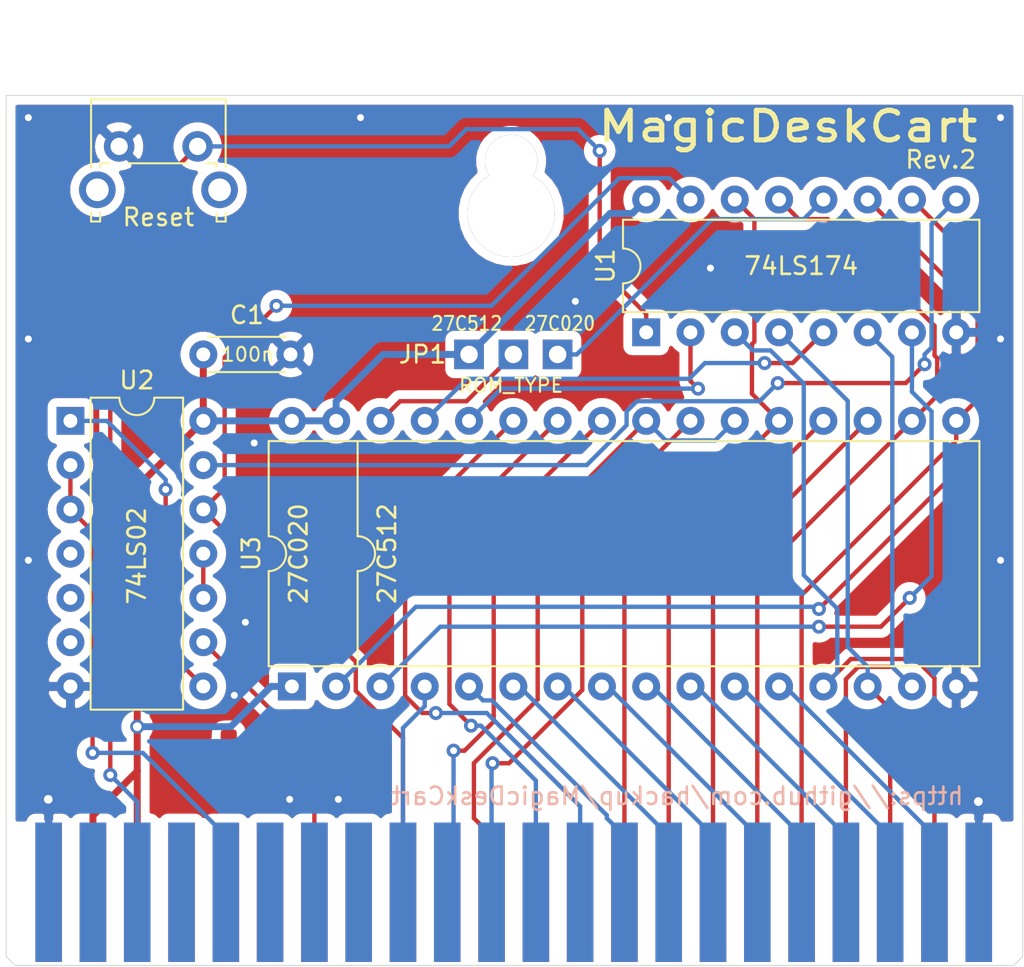
<source format=kicad_pcb>
(kicad_pcb (version 20171130) (host pcbnew "(5.1.0)-1")

  (general
    (thickness 1.6)
    (drawings 16)
    (tracks 284)
    (zones 0)
    (modules 8)
    (nets 38)
  )

  (page A4)
  (title_block
    (title MagicDeskCart)
    (rev 2)
    (company hackup.net)
    (comment 1 "Based on the Magic Desk design by Msolajic and Zzarko.")
  )

  (layers
    (0 F.Cu signal)
    (31 B.Cu signal)
    (32 B.Adhes user)
    (33 F.Adhes user)
    (34 B.Paste user)
    (35 F.Paste user)
    (36 B.SilkS user)
    (37 F.SilkS user)
    (38 B.Mask user)
    (39 F.Mask user hide)
    (40 Dwgs.User user)
    (41 Cmts.User user)
    (42 Eco1.User user)
    (43 Eco2.User user)
    (44 Edge.Cuts user)
    (45 Margin user)
    (46 B.CrtYd user)
    (47 F.CrtYd user)
    (48 B.Fab user)
    (49 F.Fab user)
  )

  (setup
    (last_trace_width 0.25)
    (trace_clearance 0.2)
    (zone_clearance 0.508)
    (zone_45_only no)
    (trace_min 0.2)
    (via_size 0.8)
    (via_drill 0.4)
    (via_min_size 0.4)
    (via_min_drill 0.3)
    (uvia_size 0.3)
    (uvia_drill 0.1)
    (uvias_allowed no)
    (uvia_min_size 0.2)
    (uvia_min_drill 0.1)
    (edge_width 0.05)
    (segment_width 0.2)
    (pcb_text_width 0.3)
    (pcb_text_size 1.5 1.5)
    (mod_edge_width 0.12)
    (mod_text_size 1 1)
    (mod_text_width 0.15)
    (pad_size 1.524 1.524)
    (pad_drill 0.762)
    (pad_to_mask_clearance 0.051)
    (solder_mask_min_width 0.25)
    (aux_axis_origin 0 0)
    (visible_elements 7FFFFFFF)
    (pcbplotparams
      (layerselection 0x010f0_ffffffff)
      (usegerberextensions true)
      (usegerberattributes false)
      (usegerberadvancedattributes false)
      (creategerberjobfile false)
      (excludeedgelayer true)
      (linewidth 0.100000)
      (plotframeref false)
      (viasonmask false)
      (mode 1)
      (useauxorigin true)
      (hpglpennumber 1)
      (hpglpenspeed 20)
      (hpglpendiameter 15.000000)
      (psnegative false)
      (psa4output false)
      (plotreference true)
      (plotvalue true)
      (plotinvisibletext false)
      (padsonsilk false)
      (subtractmaskfromsilk false)
      (outputformat 1)
      (mirror false)
      (drillshape 0)
      (scaleselection 1)
      (outputdirectory "gerber/"))
  )

  (net 0 "")
  (net 1 +5V)
  (net 2 GND)
  (net 3 /S17)
  (net 4 "Net-(JP1-Pad2)")
  (net 5 "Net-(SW1-Pad2)")
  (net 6 /EN)
  (net 7 /S13)
  (net 8 /S16)
  (net 9 /D0)
  (net 10 /D3)
  (net 11 /D1)
  (net 12 /S14)
  (net 13 /D4)
  (net 14 /D2)
  (net 15 /D7)
  (net 16 /S15)
  (net 17 /DIS)
  (net 18 "Net-(U2-Pad1)")
  (net 19 "Net-(U2-Pad2)")
  (net 20 "Net-(U2-Pad9)")
  (net 21 "Net-(U2-Pad10)")
  (net 22 /D5)
  (net 23 /A12)
  (net 24 /D6)
  (net 25 /A7)
  (net 26 /A6)
  (net 27 "Net-(U3-Pad22)")
  (net 28 /A5)
  (net 29 /A10)
  (net 30 /A4)
  (net 31 /A3)
  (net 32 /A11)
  (net 33 /A2)
  (net 34 /A9)
  (net 35 /A1)
  (net 36 /A8)
  (net 37 /A0)

  (net_class Default "This is the default net class."
    (clearance 0.2)
    (trace_width 0.25)
    (via_dia 0.8)
    (via_drill 0.4)
    (uvia_dia 0.3)
    (uvia_drill 0.1)
    (add_net /A0)
    (add_net /A1)
    (add_net /A10)
    (add_net /A11)
    (add_net /A12)
    (add_net /A2)
    (add_net /A3)
    (add_net /A4)
    (add_net /A5)
    (add_net /A6)
    (add_net /A7)
    (add_net /A8)
    (add_net /A9)
    (add_net /D0)
    (add_net /D1)
    (add_net /D2)
    (add_net /D3)
    (add_net /D4)
    (add_net /D5)
    (add_net /D6)
    (add_net /D7)
    (add_net /DIS)
    (add_net /EN)
    (add_net /S13)
    (add_net /S14)
    (add_net /S15)
    (add_net /S16)
    (add_net /S17)
    (add_net "Net-(JP1-Pad2)")
    (add_net "Net-(SW1-Pad2)")
    (add_net "Net-(U2-Pad1)")
    (add_net "Net-(U2-Pad10)")
    (add_net "Net-(U2-Pad2)")
    (add_net "Net-(U2-Pad9)")
    (add_net "Net-(U3-Pad22)")
  )

  (net_class Power ""
    (clearance 0.3)
    (trace_width 0.4)
    (via_dia 0.8)
    (via_drill 0.5)
    (uvia_dia 0.3)
    (uvia_drill 0.1)
    (add_net +5V)
    (add_net GND)
  )

  (module Logo:bigby2 (layer F.Cu) (tedit 5CD9C6FE) (tstamp 5CDA25F7)
    (at 138.811 92.202)
    (fp_text reference G*** (at 0 0) (layer F.SilkS) hide
      (effects (font (size 1.524 1.524) (thickness 0.3)))
    )
    (fp_text value LOGO (at 0.75 0) (layer F.SilkS) hide
      (effects (font (size 1.524 1.524) (thickness 0.3)))
    )
    (fp_poly (pts (xy -0.011485 -1.728467) (xy 0.113732 -1.717124) (xy 0.194843 -1.687923) (xy 0.241542 -1.632439)
      (xy 0.263521 -1.542246) (xy 0.270474 -1.408921) (xy 0.271308 -1.328994) (xy 0.273257 -1.04049)
      (xy 0.168379 -0.956808) (xy 0.105032 -0.892095) (xy 0.067481 -0.826879) (xy 0.062385 -0.77734)
      (xy 0.087312 -0.759744) (xy 0.127711 -0.756134) (xy 0.215607 -0.74839) (xy 0.335236 -0.737898)
      (xy 0.394892 -0.732679) (xy 0.531508 -0.719487) (xy 0.621502 -0.704831) (xy 0.681588 -0.682684)
      (xy 0.728481 -0.647018) (xy 0.775892 -0.595287) (xy 0.854874 -0.518356) (xy 0.944952 -0.451548)
      (xy 1.029404 -0.405121) (xy 1.09151 -0.389332) (xy 1.105316 -0.393209) (xy 1.115338 -0.429014)
      (xy 1.124376 -0.514977) (xy 1.131371 -0.637757) (xy 1.13502 -0.76718) (xy 1.139106 -0.928835)
      (xy 1.146403 -1.038611) (xy 1.158673 -1.108111) (xy 1.177674 -1.14894) (xy 1.195579 -1.166425)
      (xy 1.29101 -1.202114) (xy 1.400648 -1.196807) (xy 1.475118 -1.16372) (xy 1.488952 -1.150785)
      (xy 1.500416 -1.130319) (xy 1.509731 -1.096728) (xy 1.517116 -1.04442) (xy 1.522788 -0.9678)
      (xy 1.526969 -0.861275) (xy 1.529876 -0.71925) (xy 1.531729 -0.536133) (xy 1.532746 -0.306329)
      (xy 1.533148 -0.024245) (xy 1.533153 0.315712) (xy 1.533153 0.317844) (xy 1.532922 0.658253)
      (xy 1.532326 0.940751) (xy 1.531144 1.170927) (xy 1.529156 1.354371) (xy 1.52614 1.496672)
      (xy 1.521875 1.603419) (xy 1.516141 1.680201) (xy 1.508718 1.732606) (xy 1.499384 1.766226)
      (xy 1.487919 1.786647) (xy 1.474647 1.799064) (xy 1.376472 1.836684) (xy 1.265456 1.831892)
      (xy 1.193094 1.799607) (xy 1.175112 1.781995) (xy 1.1613 1.753588) (xy 1.151101 1.706603)
      (xy 1.14396 1.633257) (xy 1.139323 1.525767) (xy 1.136633 1.37635) (xy 1.135335 1.177223)
      (xy 1.134934 0.984675) (xy 1.134065 0.211637) (xy 0.979782 0.062148) (xy 0.901816 -0.017658)
      (xy 0.846345 -0.082572) (xy 0.825499 -0.118224) (xy 0.799146 -0.148761) (xy 0.732681 -0.189721)
      (xy 0.696557 -0.207251) (xy 0.613805 -0.241662) (xy 0.55975 -0.248672) (xy 0.505771 -0.22821)
      (xy 0.468235 -0.206692) (xy 0.396192 -0.15478) (xy 0.300546 -0.073678) (xy 0.201272 0.019618)
      (xy 0.19561 0.025259) (xy 0.022365 0.198504) (xy 0.14612 0.3024) (xy 0.221538 0.372494)
      (xy 0.258266 0.434497) (xy 0.270015 0.516179) (xy 0.270766 0.55481) (xy 0.276486 0.647599)
      (xy 0.301118 0.711947) (xy 0.35795 0.773886) (xy 0.401734 0.811372) (xy 0.531811 0.919421)
      (xy 0.518782 1.176497) (xy 0.505754 1.433573) (xy 0.798146 1.702035) (xy 0.735253 1.779705)
      (xy 0.694397 1.821324) (xy 0.644378 1.844797) (xy 0.566817 1.855141) (xy 0.450638 1.857375)
      (xy 0.297496 1.851301) (xy 0.197085 1.826154) (xy 0.139611 1.771549) (xy 0.11528 1.6771)
      (xy 0.114298 1.532418) (xy 0.115741 1.502222) (xy 0.117859 1.346848) (xy 0.100457 1.238092)
      (xy 0.056678 1.160347) (xy -0.020335 1.098007) (xy -0.075669 1.066562) (xy -0.152049 1.029637)
      (xy -0.205195 1.023113) (xy -0.267621 1.046992) (xy -0.305332 1.066562) (xy -0.402294 1.127059)
      (xy -0.462465 1.194861) (xy -0.492699 1.285576) (xy -0.499855 1.414809) (xy -0.496742 1.502222)
      (xy -0.492373 1.63025) (xy -0.497412 1.711576) (xy -0.514532 1.762642) (xy -0.544891 1.798527)
      (xy -0.615745 1.832954) (xy -0.725524 1.856221) (xy -0.850294 1.866168) (xy -0.966123 1.860635)
      (xy -1.037737 1.842993) (xy -1.107556 1.793603) (xy -1.139614 1.752578) (xy -1.150671 1.711431)
      (xy -1.131349 1.666613) (xy -1.0735 1.604152) (xy -1.029397 1.563569) (xy -0.886666 1.435314)
      (xy -0.899789 1.176378) (xy -0.912912 0.917443) (xy -0.793004 0.821082) (xy -0.704937 0.7312)
      (xy -0.659639 0.643046) (xy -0.661706 0.568683) (xy -0.685037 0.537748) (xy -0.742867 0.520353)
      (xy -0.789634 0.537546) (xy -0.90009 0.569107) (xy -1.015232 0.559689) (xy -1.107263 0.511844)
      (xy -1.11125 0.508) (xy -1.157841 0.451438) (xy -1.17475 0.413565) (xy -1.200203 0.379535)
      (xy -1.262383 0.337448) (xy -1.271377 0.332663) (xy -1.350006 0.274409) (xy -1.403716 0.204314)
      (xy -1.403829 0.204068) (xy -1.454851 0.13485) (xy -1.533039 0.068093) (xy -1.545327 0.06013)
      (xy -1.613576 0.004066) (xy -1.649417 -0.052464) (xy -1.651 -0.0635) (xy -1.649159 -0.067395)
      (xy -1.237666 -0.067395) (xy -1.21517 -0.004673) (xy -1.141624 0.048336) (xy -1.062668 0.107176)
      (xy -1.008449 0.17852) (xy -1.008424 0.178574) (xy -0.954971 0.24511) (xy -0.867178 0.312438)
      (xy -0.771491 0.362989) (xy -0.705807 0.379596) (xy -0.656443 0.364494) (xy -0.578184 0.324688)
      (xy -0.53912 0.301226) (xy -0.464733 0.251149) (xy -0.419317 0.214564) (xy -0.41275 0.205286)
      (xy -0.43488 0.171195) (xy -0.492715 0.108258) (xy -0.57342 0.028572) (xy -0.664165 -0.055766)
      (xy -0.752115 -0.132658) (xy -0.824438 -0.190008) (xy -0.850696 -0.207554) (xy -0.913247 -0.241447)
      (xy -0.961408 -0.250082) (xy -1.020442 -0.232418) (xy -1.094894 -0.197474) (xy -1.197469 -0.132211)
      (xy -1.237666 -0.067395) (xy -1.649159 -0.067395) (xy -1.625844 -0.116715) (xy -1.563551 -0.174994)
      (xy -1.545327 -0.187131) (xy -1.465273 -0.251521) (xy -1.407673 -0.323668) (xy -1.40292 -0.333063)
      (xy -1.349062 -0.406423) (xy -1.293916 -0.446614) (xy -1.227193 -0.497303) (xy -1.167951 -0.573103)
      (xy -1.167761 -0.573433) (xy -1.09407 -0.659684) (xy -0.986869 -0.710192) (xy -0.834991 -0.729664)
      (xy -0.795652 -0.730251) (xy -0.620132 -0.738307) (xy -0.505713 -0.762691) (xy -0.452045 -0.803723)
      (xy -0.458779 -0.861724) (xy -0.525567 -0.937016) (xy -0.54938 -0.956808) (xy -0.654258 -1.04049)
      (xy -0.652309 -1.328994) (xy -0.649069 -1.485493) (xy -0.635357 -1.594901) (xy -0.601479 -1.665643)
      (xy -0.537743 -1.706143) (xy -0.434455 -1.724827) (xy -0.281922 -1.730119) (xy -0.1905 -1.730375)
      (xy -0.011485 -1.728467)) (layer F.Cu) (width 0.01))
  )

  (module MagicDeskCart:C64-Cart-NoSilkS (layer F.Cu) (tedit 5CD98117) (tstamp 5CD9C0AD)
    (at 125.7514 103.757301)
    (path /5CD97132)
    (fp_text reference U4 (at 3.81 -9.018274) (layer F.SilkS) hide
      (effects (font (size 1 1) (thickness 0.15)))
    )
    (fp_text value C64-Exp-Port (at 30.48 1.27) (layer F.Fab) hide
      (effects (font (size 1 1) (thickness 0.15)))
    )
    (fp_circle (center 29.05 -42.8954) (end 34.25 -42.8954) (layer B.CrtYd) (width 0.12))
    (fp_circle (center 29.0627 -42.8954) (end 34.2627 -42.8954) (layer F.CrtYd) (width 0.12))
    (fp_circle (center 29.075 -45.9) (end 32.275 -45.9) (layer B.CrtYd) (width 0.12))
    (fp_circle (center 29.075 -45.9) (end 32.275 -45.9) (layer F.CrtYd) (width 0.12))
    (fp_circle (center 29.0627 -45.9) (end 32.0627 -45.9) (layer Cmts.User) (width 0.12))
    (fp_circle (center 29.0627 -42.8954) (end 34.0627 -42.8954) (layer Cmts.User) (width 0.12))
    (fp_line (start 0 -35.56) (end 0 0) (layer F.Fab) (width 0.15))
    (fp_line (start 0 0) (end 58.42 0) (layer F.Fab) (width 0.15))
    (fp_line (start 58.42 0) (end 58.42 -35.56) (layer F.Fab) (width 0.15))
    (fp_text user "Card will be inside C64 up to this point" (at 29.21 -36.576) (layer F.Fab)
      (effects (font (size 1 1) (thickness 0.15)))
    )
    (fp_line (start 58.42 -35.56) (end 0 -35.56) (layer F.Fab) (width 0.15))
    (pad 0 thru_hole circle (at 29.0627 -45.9) (size 3 3) (drill 3) (layers *.Cu *.Mask))
    (pad 0 thru_hole circle (at 29.0627 -42.8954) (size 5 5) (drill 5) (layers *.Cu *.Mask))
    (pad NoSo smd rect (at 29.21 -3.81 180) (size 58.42 8.3) (layers F.Mask))
    (pad NoSo smd rect (at 29.21 -3.81 180) (size 58.42 8.3) (layers B.Mask))
    (pad N smd rect (at 30.48 -3.938274) (size 1.524 8) (layers B.Cu B.Paste B.Mask)
      (net 34 /A9))
    (pad P smd rect (at 33.02 -3.938274) (size 1.524 8) (layers B.Cu B.Paste B.Mask)
      (net 36 /A8))
    (pad T smd rect (at 40.64 -3.938274) (size 1.524 8) (layers B.Cu B.Paste B.Mask)
      (net 28 /A5))
    (pad S smd rect (at 38.1 -3.938274) (size 1.524 8) (layers B.Cu B.Paste B.Mask)
      (net 26 /A6))
    (pad R smd rect (at 35.56 -3.938274) (size 1.524 8) (layers B.Cu B.Paste B.Mask)
      (net 25 /A7))
    (pad Z smd rect (at 55.88 -3.938274) (size 1.524 8) (layers B.Cu B.Paste B.Mask)
      (net 2 GND))
    (pad Y smd rect (at 53.34 -3.938274) (size 1.524 8) (layers B.Cu B.Paste B.Mask)
      (net 37 /A0))
    (pad X smd rect (at 50.8 -3.938274) (size 1.524 8) (layers B.Cu B.Paste B.Mask)
      (net 35 /A1))
    (pad W smd rect (at 48.26 -3.938274) (size 1.524 8) (layers B.Cu B.Paste B.Mask)
      (net 33 /A2))
    (pad V smd rect (at 45.72 -3.938274) (size 1.524 8) (layers B.Cu B.Paste B.Mask)
      (net 31 /A3))
    (pad U smd rect (at 43.18 -3.938274) (size 1.524 8) (layers B.Cu B.Paste B.Mask)
      (net 30 /A4))
    (pad A smd rect (at 2.54 -3.938274) (size 1.524 8) (layers B.Cu B.Paste B.Mask)
      (net 2 GND))
    (pad E smd rect (at 12.7 -3.938274) (size 1.524 8) (layers B.Cu B.Paste B.Mask)
      (net 19 "Net-(U2-Pad2)"))
    (pad D smd rect (at 10.16 -3.938274) (size 1.524 8) (layers B.Cu B.Paste B.Mask))
    (pad C smd rect (at 7.62 -3.938274) (size 1.524 8) (layers B.Cu B.Paste B.Mask)
      (net 5 "Net-(SW1-Pad2)"))
    (pad B smd rect (at 5.08 -3.938274) (size 1.524 8) (layers B.Cu B.Paste B.Mask))
    (pad M smd rect (at 27.94 -3.938274) (size 1.524 8) (layers B.Cu B.Paste B.Mask)
      (net 29 /A10))
    (pad L smd rect (at 25.4 -3.938274) (size 1.524 8) (layers B.Cu B.Paste B.Mask)
      (net 32 /A11))
    (pad K smd rect (at 22.86 -3.938274) (size 1.524 8) (layers B.Cu B.Paste B.Mask)
      (net 23 /A12))
    (pad J smd rect (at 20.32 -3.938274) (size 1.524 8) (layers B.Cu B.Paste B.Mask))
    (pad H smd rect (at 17.78 -3.938274) (size 1.524 8) (layers B.Cu B.Paste B.Mask))
    (pad F smd rect (at 15.24 -3.938274) (size 1.524 8) (layers B.Cu B.Paste B.Mask))
    (pad 22 smd rect (at 55.88 -3.938274 180) (size 1.524 8) (layers F.Cu F.Paste F.Mask)
      (net 2 GND))
    (pad 21 smd rect (at 53.34 -3.938274 180) (size 1.524 8) (layers F.Cu F.Paste F.Mask)
      (net 9 /D0))
    (pad 20 smd rect (at 50.8 -3.938274 180) (size 1.524 8) (layers F.Cu F.Paste F.Mask)
      (net 11 /D1))
    (pad 19 smd rect (at 48.26 -3.938274 180) (size 1.524 8) (layers F.Cu F.Paste F.Mask)
      (net 14 /D2))
    (pad 18 smd rect (at 45.72 -3.938274 180) (size 1.524 8) (layers F.Cu F.Paste F.Mask)
      (net 10 /D3))
    (pad 17 smd rect (at 43.18 -3.938274 180) (size 1.524 8) (layers F.Cu F.Paste F.Mask)
      (net 13 /D4))
    (pad 16 smd rect (at 40.64 -3.938274 180) (size 1.524 8) (layers F.Cu F.Paste F.Mask)
      (net 22 /D5))
    (pad 15 smd rect (at 38.1 -3.938274 180) (size 1.524 8) (layers F.Cu F.Paste F.Mask)
      (net 24 /D6))
    (pad 3 smd rect (at 7.62 -3.938274 180) (size 1.524 8) (layers F.Cu F.Paste F.Mask)
      (net 1 +5V))
    (pad 2 smd rect (at 5.08 -3.938274 180) (size 1.524 8) (layers F.Cu F.Paste F.Mask)
      (net 1 +5V))
    (pad 12 smd rect (at 30.48 -3.938274 180) (size 1.524 8) (layers F.Cu F.Paste F.Mask))
    (pad 14 smd rect (at 35.56 -3.938274 180) (size 1.524 8) (layers F.Cu F.Paste F.Mask)
      (net 15 /D7))
    (pad 13 smd rect (at 33.02 -3.938274 180) (size 1.524 8) (layers F.Cu F.Paste F.Mask))
    (pad 11 smd rect (at 27.94 -3.938274 180) (size 1.524 8) (layers F.Cu F.Paste F.Mask)
      (net 27 "Net-(U3-Pad22)"))
    (pad 10 smd rect (at 25.4 -3.938274 180) (size 1.524 8) (layers F.Cu F.Paste F.Mask))
    (pad 9 smd rect (at 22.86 -3.938274 180) (size 1.524 8) (layers F.Cu F.Paste F.Mask)
      (net 17 /DIS))
    (pad 8 smd rect (at 20.32 -3.938274 180) (size 1.524 8) (layers F.Cu F.Paste F.Mask))
    (pad 7 smd rect (at 17.78 -3.938274 180) (size 1.524 8) (layers F.Cu F.Paste F.Mask)
      (net 20 "Net-(U2-Pad9)"))
    (pad 6 smd rect (at 15.24 -3.938274 180) (size 1.524 8) (layers F.Cu F.Paste F.Mask))
    (pad 5 smd rect (at 12.7 -3.938274 180) (size 1.524 8) (layers F.Cu F.Paste F.Mask))
    (pad 4 smd rect (at 10.16 -3.938274 180) (size 1.524 8) (layers F.Cu F.Paste F.Mask))
    (pad 1 smd rect (at 2.54 -3.938274 180) (size 1.524 8) (layers F.Cu F.Paste F.Mask)
      (net 2 GND))
  )

  (module Pin_Headers:Pin_Header_Straight_1x03_Pitch2.54mm (layer F.Cu) (tedit 5CD9BB94) (tstamp 5CD9BFCE)
    (at 157.48 68.961 270)
    (descr "Through hole straight pin header, 1x03, 2.54mm pitch, single row")
    (tags "Through hole pin header THT 1x03 2.54mm single row")
    (path /5CF03A6E)
    (fp_text reference JP1 (at 0 7.747) (layer F.SilkS)
      (effects (font (size 1 1) (thickness 0.15)))
    )
    (fp_text value ROM_TYPE (at 1.778 2.667) (layer F.SilkS)
      (effects (font (size 0.8 0.8) (thickness 0.12)))
    )
    (fp_line (start -0.635 -1.27) (end 1.27 -1.27) (layer F.Fab) (width 0.1))
    (fp_line (start 1.27 -1.27) (end 1.27 6.35) (layer F.Fab) (width 0.1))
    (fp_line (start 1.27 6.35) (end -1.27 6.35) (layer F.Fab) (width 0.1))
    (fp_line (start -1.27 6.35) (end -1.27 -0.635) (layer F.Fab) (width 0.1))
    (fp_line (start -1.27 -0.635) (end -0.635 -1.27) (layer F.Fab) (width 0.1))
    (fp_line (start -1.8 -1.8) (end -1.8 6.85) (layer F.CrtYd) (width 0.05))
    (fp_line (start -1.8 6.85) (end 1.8 6.85) (layer F.CrtYd) (width 0.05))
    (fp_line (start 1.8 6.85) (end 1.8 -1.8) (layer F.CrtYd) (width 0.05))
    (fp_line (start 1.8 -1.8) (end -1.8 -1.8) (layer F.CrtYd) (width 0.05))
    (fp_text user %R (at 0 2.54) (layer F.Fab)
      (effects (font (size 1 1) (thickness 0.15)))
    )
    (pad 1 thru_hole rect (at 0 0 270) (size 1.7 1.7) (drill 1) (layers *.Cu *.Mask)
      (net 3 /S17))
    (pad 2 thru_hole rect (at 0 2.54 270) (size 1.7 1.7) (drill 1) (layers *.Cu *.Mask)
      (net 4 "Net-(JP1-Pad2)"))
    (pad 3 thru_hole rect (at 0 5.08 270) (size 1.7 1.7) (drill 1) (layers *.Cu *.Mask)
      (net 1 +5V))
    (model ${KISYS3DMOD}/Pin_Headers.3dshapes/Pin_Header_Straight_1x03_Pitch2.54mm.wrl
      (at (xyz 0 0 0))
      (scale (xyz 1 1 1))
      (rotate (xyz 0 0 0))
    )
  )

  (module Housings_DIP:DIP-32_W15.24mm (layer F.Cu) (tedit 5CD9BA71) (tstamp 5CD9C06E)
    (at 142.24 88.011 90)
    (descr "32-lead though-hole mounted DIP package, row spacing 15.24 mm (600 mils)")
    (tags "THT DIP DIL PDIP 2.54mm 15.24mm 600mil")
    (path /5CDA7CBF)
    (fp_text reference U3 (at 7.62 -2.33 90) (layer F.SilkS)
      (effects (font (size 1 1) (thickness 0.15)))
    )
    (fp_text value 27C020 (at 7.62 0.381 90) (layer F.SilkS)
      (effects (font (size 1 1) (thickness 0.15)))
    )
    (fp_arc (start 7.62 -1.33) (end 6.62 -1.33) (angle -180) (layer F.SilkS) (width 0.12))
    (fp_line (start 1.255 -1.27) (end 14.985 -1.27) (layer F.Fab) (width 0.1))
    (fp_line (start 14.985 -1.27) (end 14.985 39.37) (layer F.Fab) (width 0.1))
    (fp_line (start 14.985 39.37) (end 0.255 39.37) (layer F.Fab) (width 0.1))
    (fp_line (start 0.255 39.37) (end 0.255 -0.27) (layer F.Fab) (width 0.1))
    (fp_line (start 0.255 -0.27) (end 1.255 -1.27) (layer F.Fab) (width 0.1))
    (fp_line (start 6.62 -1.33) (end 1.16 -1.33) (layer F.SilkS) (width 0.12))
    (fp_line (start 1.16 -1.33) (end 1.16 39.43) (layer F.SilkS) (width 0.12))
    (fp_line (start 1.16 39.43) (end 14.08 39.43) (layer F.SilkS) (width 0.12))
    (fp_line (start 14.08 39.43) (end 14.08 -1.33) (layer F.SilkS) (width 0.12))
    (fp_line (start 14.08 -1.33) (end 8.62 -1.33) (layer F.SilkS) (width 0.12))
    (fp_line (start -1.05 -1.55) (end -1.05 39.65) (layer F.CrtYd) (width 0.05))
    (fp_line (start -1.05 39.65) (end 16.3 39.65) (layer F.CrtYd) (width 0.05))
    (fp_line (start 16.3 39.65) (end 16.3 -1.55) (layer F.CrtYd) (width 0.05))
    (fp_line (start 16.3 -1.55) (end -1.05 -1.55) (layer F.CrtYd) (width 0.05))
    (fp_text user %R (at 7.62 19.05 90) (layer F.Fab)
      (effects (font (size 1 1) (thickness 0.15)))
    )
    (fp_arc (start 7.62 3.77) (end 6.62 3.77) (angle -180) (layer F.SilkS) (width 0.12))
    (fp_line (start 6.62 3.77) (end 1.16 3.77) (layer F.SilkS) (width 0.12))
    (fp_line (start 14.08 3.77) (end 8.62 3.77) (layer F.SilkS) (width 0.12))
    (pad 1 thru_hole rect (at 0 0 90) (size 1.6 1.6) (drill 0.8) (layers *.Cu *.Mask)
      (net 1 +5V))
    (pad 17 thru_hole oval (at 15.24 38.1 90) (size 1.6 1.6) (drill 0.8) (layers *.Cu *.Mask)
      (net 10 /D3))
    (pad 2 thru_hole oval (at 0 2.54 90) (size 1.6 1.6) (drill 0.8) (layers *.Cu *.Mask)
      (net 8 /S16))
    (pad 18 thru_hole oval (at 15.24 35.56 90) (size 1.6 1.6) (drill 0.8) (layers *.Cu *.Mask)
      (net 13 /D4))
    (pad 3 thru_hole oval (at 0 5.08 90) (size 1.6 1.6) (drill 0.8) (layers *.Cu *.Mask)
      (net 16 /S15))
    (pad 19 thru_hole oval (at 15.24 33.02 90) (size 1.6 1.6) (drill 0.8) (layers *.Cu *.Mask)
      (net 22 /D5))
    (pad 4 thru_hole oval (at 0 7.62 90) (size 1.6 1.6) (drill 0.8) (layers *.Cu *.Mask)
      (net 23 /A12))
    (pad 20 thru_hole oval (at 15.24 30.48 90) (size 1.6 1.6) (drill 0.8) (layers *.Cu *.Mask)
      (net 24 /D6))
    (pad 5 thru_hole oval (at 0 10.16 90) (size 1.6 1.6) (drill 0.8) (layers *.Cu *.Mask)
      (net 25 /A7))
    (pad 21 thru_hole oval (at 15.24 27.94 90) (size 1.6 1.6) (drill 0.8) (layers *.Cu *.Mask)
      (net 15 /D7))
    (pad 6 thru_hole oval (at 0 12.7 90) (size 1.6 1.6) (drill 0.8) (layers *.Cu *.Mask)
      (net 26 /A6))
    (pad 22 thru_hole oval (at 15.24 25.4 90) (size 1.6 1.6) (drill 0.8) (layers *.Cu *.Mask)
      (net 27 "Net-(U3-Pad22)"))
    (pad 7 thru_hole oval (at 0 15.24 90) (size 1.6 1.6) (drill 0.8) (layers *.Cu *.Mask)
      (net 28 /A5))
    (pad 23 thru_hole oval (at 15.24 22.86 90) (size 1.6 1.6) (drill 0.8) (layers *.Cu *.Mask)
      (net 29 /A10))
    (pad 8 thru_hole oval (at 0 17.78 90) (size 1.6 1.6) (drill 0.8) (layers *.Cu *.Mask)
      (net 30 /A4))
    (pad 24 thru_hole oval (at 15.24 20.32 90) (size 1.6 1.6) (drill 0.8) (layers *.Cu *.Mask)
      (net 27 "Net-(U3-Pad22)"))
    (pad 9 thru_hole oval (at 0 20.32 90) (size 1.6 1.6) (drill 0.8) (layers *.Cu *.Mask)
      (net 31 /A3))
    (pad 25 thru_hole oval (at 15.24 17.78 90) (size 1.6 1.6) (drill 0.8) (layers *.Cu *.Mask)
      (net 32 /A11))
    (pad 10 thru_hole oval (at 0 22.86 90) (size 1.6 1.6) (drill 0.8) (layers *.Cu *.Mask)
      (net 33 /A2))
    (pad 26 thru_hole oval (at 15.24 15.24 90) (size 1.6 1.6) (drill 0.8) (layers *.Cu *.Mask)
      (net 34 /A9))
    (pad 11 thru_hole oval (at 0 25.4 90) (size 1.6 1.6) (drill 0.8) (layers *.Cu *.Mask)
      (net 35 /A1))
    (pad 27 thru_hole oval (at 15.24 12.7 90) (size 1.6 1.6) (drill 0.8) (layers *.Cu *.Mask)
      (net 36 /A8))
    (pad 12 thru_hole oval (at 0 27.94 90) (size 1.6 1.6) (drill 0.8) (layers *.Cu *.Mask)
      (net 37 /A0))
    (pad 28 thru_hole oval (at 15.24 10.16 90) (size 1.6 1.6) (drill 0.8) (layers *.Cu *.Mask)
      (net 7 /S13))
    (pad 13 thru_hole oval (at 0 30.48 90) (size 1.6 1.6) (drill 0.8) (layers *.Cu *.Mask)
      (net 9 /D0))
    (pad 29 thru_hole oval (at 15.24 7.62 90) (size 1.6 1.6) (drill 0.8) (layers *.Cu *.Mask)
      (net 12 /S14))
    (pad 14 thru_hole oval (at 0 33.02 90) (size 1.6 1.6) (drill 0.8) (layers *.Cu *.Mask)
      (net 11 /D1))
    (pad 30 thru_hole oval (at 15.24 5.08 90) (size 1.6 1.6) (drill 0.8) (layers *.Cu *.Mask)
      (net 4 "Net-(JP1-Pad2)"))
    (pad 15 thru_hole oval (at 0 35.56 90) (size 1.6 1.6) (drill 0.8) (layers *.Cu *.Mask)
      (net 14 /D2))
    (pad 31 thru_hole oval (at 15.24 2.54 90) (size 1.6 1.6) (drill 0.8) (layers *.Cu *.Mask)
      (net 1 +5V))
    (pad 16 thru_hole oval (at 0 38.1 90) (size 1.6 1.6) (drill 0.8) (layers *.Cu *.Mask)
      (net 2 GND))
    (pad 32 thru_hole oval (at 15.24 0 90) (size 1.6 1.6) (drill 0.8) (layers *.Cu *.Mask)
      (net 1 +5V))
    (model ${KISYS3DMOD}/Housings_DIP.3dshapes/DIP-32_W15.24mm.wrl
      (at (xyz 0 0 0))
      (scale (xyz 1 1 1))
      (rotate (xyz 0 0 0))
    )
  )

  (module Capacitors_THT:C_Disc_D4.3mm_W1.9mm_P5.00mm (layer F.Cu) (tedit 597BC7C2) (tstamp 5CD9CBB7)
    (at 137.16 68.961)
    (descr "C, Disc series, Radial, pin pitch=5.00mm, , diameter*width=4.3*1.9mm^2, Capacitor, http://www.vishay.com/docs/45233/krseries.pdf")
    (tags "C Disc series Radial pin pitch 5.00mm  diameter 4.3mm width 1.9mm Capacitor")
    (path /5CDA9E13)
    (fp_text reference C1 (at 2.5 -2.26) (layer F.SilkS)
      (effects (font (size 1 1) (thickness 0.15)))
    )
    (fp_text value 100n (at 2.54 0) (layer F.SilkS)
      (effects (font (size 0.8 0.8) (thickness 0.12)))
    )
    (fp_line (start 0.35 -0.95) (end 0.35 0.95) (layer F.Fab) (width 0.1))
    (fp_line (start 0.35 0.95) (end 4.65 0.95) (layer F.Fab) (width 0.1))
    (fp_line (start 4.65 0.95) (end 4.65 -0.95) (layer F.Fab) (width 0.1))
    (fp_line (start 4.65 -0.95) (end 0.35 -0.95) (layer F.Fab) (width 0.1))
    (fp_line (start 0.29 -1.01) (end 4.71 -1.01) (layer F.SilkS) (width 0.12))
    (fp_line (start 0.29 1.01) (end 4.71 1.01) (layer F.SilkS) (width 0.12))
    (fp_line (start 0.29 -1.01) (end 0.29 -0.996) (layer F.SilkS) (width 0.12))
    (fp_line (start 0.29 0.996) (end 0.29 1.01) (layer F.SilkS) (width 0.12))
    (fp_line (start 4.71 -1.01) (end 4.71 -0.996) (layer F.SilkS) (width 0.12))
    (fp_line (start 4.71 0.996) (end 4.71 1.01) (layer F.SilkS) (width 0.12))
    (fp_line (start -1.05 -1.3) (end -1.05 1.3) (layer F.CrtYd) (width 0.05))
    (fp_line (start -1.05 1.3) (end 6.05 1.3) (layer F.CrtYd) (width 0.05))
    (fp_line (start 6.05 1.3) (end 6.05 -1.3) (layer F.CrtYd) (width 0.05))
    (fp_line (start 6.05 -1.3) (end -1.05 -1.3) (layer F.CrtYd) (width 0.05))
    (fp_text user %R (at 2.5 0) (layer F.Fab)
      (effects (font (size 1 1) (thickness 0.15)))
    )
    (pad 1 thru_hole circle (at 0 0) (size 1.6 1.6) (drill 0.8) (layers *.Cu *.Mask)
      (net 1 +5V))
    (pad 2 thru_hole circle (at 5 0) (size 1.6 1.6) (drill 0.8) (layers *.Cu *.Mask)
      (net 2 GND))
    (model ${KISYS3DMOD}/Capacitors_THT.3dshapes/C_Disc_D4.3mm_W1.9mm_P5.00mm.wrl
      (at (xyz 0 0 0))
      (scale (xyz 1 1 1))
      (rotate (xyz 0 0 0))
    )
  )

  (module Buttons_Switches_THT:SW_Tactile_SPST_Angled_PTS645Vx83-2LFS (layer F.Cu) (tedit 592CAFEF) (tstamp 5CD9BFF4)
    (at 132.334 57.023)
    (descr "tactile switch SPST right angle, PTS645VL83-2 LFS")
    (tags "tactile switch SPST angled PTS645VL83-2 LFS C&K Button")
    (path /5CEA7A8C)
    (fp_text reference SW1 (at 2.25 1.68) (layer F.SilkS) hide
      (effects (font (size 1 1) (thickness 0.15)))
    )
    (fp_text value Reset (at 2.25 4.064) (layer F.SilkS)
      (effects (font (size 1 1) (thickness 0.15)))
    )
    (fp_line (start 0.5 -8.35) (end 0.5 -2.59) (layer F.Fab) (width 0.1))
    (fp_line (start 4 -8.35) (end 4 -2.59) (layer F.Fab) (width 0.1))
    (fp_line (start 0.5 -8.35) (end 4 -8.35) (layer F.Fab) (width 0.1))
    (fp_text user %R (at 2.25 1.68) (layer F.Fab)
      (effects (font (size 1 1) (thickness 0.15)))
    )
    (fp_line (start -1.09 0.97) (end -1.09 1.2) (layer F.SilkS) (width 0.12))
    (fp_line (start 5.7 4.2) (end 5.7 0.86) (layer F.Fab) (width 0.1))
    (fp_line (start -1.5 4.2) (end -1.2 4.2) (layer F.Fab) (width 0.1))
    (fp_line (start -1.2 0.86) (end 5.7 0.86) (layer F.Fab) (width 0.1))
    (fp_line (start 6 4.2) (end 6 -2.59) (layer F.Fab) (width 0.1))
    (fp_line (start -2.5 -2.8) (end 7.05 -2.8) (layer F.CrtYd) (width 0.05))
    (fp_line (start 7.05 -2.8) (end 7.05 4.45) (layer F.CrtYd) (width 0.05))
    (fp_line (start 7.05 4.45) (end -2.5 4.45) (layer F.CrtYd) (width 0.05))
    (fp_line (start -2.5 4.45) (end -2.5 -2.8) (layer F.CrtYd) (width 0.05))
    (fp_line (start -1.61 -2.7) (end 6.11 -2.7) (layer F.SilkS) (width 0.12))
    (fp_line (start 6.11 -2.7) (end 6.11 1.2) (layer F.SilkS) (width 0.12))
    (fp_line (start -1.61 4.31) (end -1.09 4.31) (layer F.SilkS) (width 0.12))
    (fp_line (start -1.61 -2.7) (end -1.61 1.2) (layer F.SilkS) (width 0.12))
    (fp_line (start -1.5 -2.59) (end 6 -2.59) (layer F.Fab) (width 0.1))
    (fp_line (start -1.5 4.2) (end -1.5 -2.59) (layer F.Fab) (width 0.1))
    (fp_line (start 5.7 4.2) (end 6 4.2) (layer F.Fab) (width 0.1))
    (fp_line (start -1.2 4.2) (end -1.2 0.86) (layer F.Fab) (width 0.1))
    (fp_line (start 5.59 0.97) (end 5.59 1.2) (layer F.SilkS) (width 0.12))
    (fp_line (start -1.09 3.8) (end -1.09 4.31) (layer F.SilkS) (width 0.12))
    (fp_line (start -1.61 3.8) (end -1.61 4.31) (layer F.SilkS) (width 0.12))
    (fp_line (start 5.05 0.97) (end 5.59 0.97) (layer F.SilkS) (width 0.12))
    (fp_line (start 5.59 3.8) (end 5.59 4.31) (layer F.SilkS) (width 0.12))
    (fp_line (start 5.59 4.31) (end 6.11 4.31) (layer F.SilkS) (width 0.12))
    (fp_line (start 6.11 3.8) (end 6.11 4.31) (layer F.SilkS) (width 0.12))
    (fp_line (start -1.09 0.97) (end -0.55 0.97) (layer F.SilkS) (width 0.12))
    (fp_line (start 0.55 0.97) (end 3.95 0.97) (layer F.SilkS) (width 0.12))
    (pad "" thru_hole circle (at 5.76 2.49) (size 2.1 2.1) (drill 1.3) (layers *.Cu *.Mask))
    (pad 2 thru_hole circle (at 4.5 0) (size 1.75 1.75) (drill 0.99) (layers *.Cu *.Mask)
      (net 5 "Net-(SW1-Pad2)"))
    (pad 1 thru_hole circle (at 0 0) (size 1.75 1.75) (drill 0.99) (layers *.Cu *.Mask)
      (net 2 GND))
    (pad "" thru_hole circle (at -1.25 2.49) (size 2.1 2.1) (drill 1.3) (layers *.Cu *.Mask))
    (model ${KISYS3DMOD}/Buttons_Switches_THT.3dshapes/SW_Tactile_SPST_Angled_PTS645Vx83-2LFS.wrl
      (at (xyz 0 0 0))
      (scale (xyz 1 1 1))
      (rotate (xyz 0 0 0))
    )
  )

  (module Housings_DIP:DIP-16_W7.62mm (layer F.Cu) (tedit 59C78D6B) (tstamp 5CD9C018)
    (at 162.56 67.691 90)
    (descr "16-lead though-hole mounted DIP package, row spacing 7.62 mm (300 mils)")
    (tags "THT DIP DIL PDIP 2.54mm 7.62mm 300mil")
    (path /5CDA9707)
    (fp_text reference U1 (at 3.81 -2.33 90) (layer F.SilkS)
      (effects (font (size 1 1) (thickness 0.15)))
    )
    (fp_text value 74LS174 (at 3.81 8.89 180) (layer F.SilkS)
      (effects (font (size 1 1) (thickness 0.15)))
    )
    (fp_arc (start 3.81 -1.33) (end 2.81 -1.33) (angle -180) (layer F.SilkS) (width 0.12))
    (fp_line (start 1.635 -1.27) (end 6.985 -1.27) (layer F.Fab) (width 0.1))
    (fp_line (start 6.985 -1.27) (end 6.985 19.05) (layer F.Fab) (width 0.1))
    (fp_line (start 6.985 19.05) (end 0.635 19.05) (layer F.Fab) (width 0.1))
    (fp_line (start 0.635 19.05) (end 0.635 -0.27) (layer F.Fab) (width 0.1))
    (fp_line (start 0.635 -0.27) (end 1.635 -1.27) (layer F.Fab) (width 0.1))
    (fp_line (start 2.81 -1.33) (end 1.16 -1.33) (layer F.SilkS) (width 0.12))
    (fp_line (start 1.16 -1.33) (end 1.16 19.11) (layer F.SilkS) (width 0.12))
    (fp_line (start 1.16 19.11) (end 6.46 19.11) (layer F.SilkS) (width 0.12))
    (fp_line (start 6.46 19.11) (end 6.46 -1.33) (layer F.SilkS) (width 0.12))
    (fp_line (start 6.46 -1.33) (end 4.81 -1.33) (layer F.SilkS) (width 0.12))
    (fp_line (start -1.1 -1.55) (end -1.1 19.3) (layer F.CrtYd) (width 0.05))
    (fp_line (start -1.1 19.3) (end 8.7 19.3) (layer F.CrtYd) (width 0.05))
    (fp_line (start 8.7 19.3) (end 8.7 -1.55) (layer F.CrtYd) (width 0.05))
    (fp_line (start 8.7 -1.55) (end -1.1 -1.55) (layer F.CrtYd) (width 0.05))
    (fp_text user %R (at 3.81 8.89 90) (layer F.Fab)
      (effects (font (size 1 1) (thickness 0.15)))
    )
    (pad 1 thru_hole rect (at 0 0 90) (size 1.6 1.6) (drill 0.8) (layers *.Cu *.Mask)
      (net 5 "Net-(SW1-Pad2)"))
    (pad 9 thru_hole oval (at 7.62 17.78 90) (size 1.6 1.6) (drill 0.8) (layers *.Cu *.Mask)
      (net 6 /EN))
    (pad 2 thru_hole oval (at 0 2.54 90) (size 1.6 1.6) (drill 0.8) (layers *.Cu *.Mask)
      (net 7 /S13))
    (pad 10 thru_hole oval (at 7.62 15.24 90) (size 1.6 1.6) (drill 0.8) (layers *.Cu *.Mask)
      (net 8 /S16))
    (pad 3 thru_hole oval (at 0 5.08 90) (size 1.6 1.6) (drill 0.8) (layers *.Cu *.Mask)
      (net 9 /D0))
    (pad 11 thru_hole oval (at 7.62 12.7 90) (size 1.6 1.6) (drill 0.8) (layers *.Cu *.Mask)
      (net 10 /D3))
    (pad 4 thru_hole oval (at 0 7.62 90) (size 1.6 1.6) (drill 0.8) (layers *.Cu *.Mask)
      (net 11 /D1))
    (pad 12 thru_hole oval (at 7.62 10.16 90) (size 1.6 1.6) (drill 0.8) (layers *.Cu *.Mask)
      (net 3 /S17))
    (pad 5 thru_hole oval (at 0 10.16 90) (size 1.6 1.6) (drill 0.8) (layers *.Cu *.Mask)
      (net 12 /S14))
    (pad 13 thru_hole oval (at 7.62 7.62 90) (size 1.6 1.6) (drill 0.8) (layers *.Cu *.Mask)
      (net 13 /D4))
    (pad 6 thru_hole oval (at 0 12.7 90) (size 1.6 1.6) (drill 0.8) (layers *.Cu *.Mask)
      (net 14 /D2))
    (pad 14 thru_hole oval (at 7.62 5.08 90) (size 1.6 1.6) (drill 0.8) (layers *.Cu *.Mask)
      (net 15 /D7))
    (pad 7 thru_hole oval (at 0 15.24 90) (size 1.6 1.6) (drill 0.8) (layers *.Cu *.Mask)
      (net 16 /S15))
    (pad 15 thru_hole oval (at 7.62 2.54 90) (size 1.6 1.6) (drill 0.8) (layers *.Cu *.Mask)
      (net 17 /DIS))
    (pad 8 thru_hole oval (at 0 17.78 90) (size 1.6 1.6) (drill 0.8) (layers *.Cu *.Mask)
      (net 2 GND))
    (pad 16 thru_hole oval (at 7.62 0 90) (size 1.6 1.6) (drill 0.8) (layers *.Cu *.Mask)
      (net 1 +5V))
    (model ${KISYS3DMOD}/Housings_DIP.3dshapes/DIP-16_W7.62mm.wrl
      (at (xyz 0 0 0))
      (scale (xyz 1 1 1))
      (rotate (xyz 0 0 0))
    )
  )

  (module Housings_DIP:DIP-14_W7.62mm (layer F.Cu) (tedit 59C78D6B) (tstamp 5CD9C03A)
    (at 129.54 72.771)
    (descr "14-lead though-hole mounted DIP package, row spacing 7.62 mm (300 mils)")
    (tags "THT DIP DIL PDIP 2.54mm 7.62mm 300mil")
    (path /5CD9E526)
    (fp_text reference U2 (at 3.81 -2.33) (layer F.SilkS)
      (effects (font (size 1 1) (thickness 0.15)))
    )
    (fp_text value 74LS02 (at 3.81 7.747 90) (layer F.SilkS)
      (effects (font (size 1 1) (thickness 0.15)))
    )
    (fp_arc (start 3.81 -1.33) (end 2.81 -1.33) (angle -180) (layer F.SilkS) (width 0.12))
    (fp_line (start 1.635 -1.27) (end 6.985 -1.27) (layer F.Fab) (width 0.1))
    (fp_line (start 6.985 -1.27) (end 6.985 16.51) (layer F.Fab) (width 0.1))
    (fp_line (start 6.985 16.51) (end 0.635 16.51) (layer F.Fab) (width 0.1))
    (fp_line (start 0.635 16.51) (end 0.635 -0.27) (layer F.Fab) (width 0.1))
    (fp_line (start 0.635 -0.27) (end 1.635 -1.27) (layer F.Fab) (width 0.1))
    (fp_line (start 2.81 -1.33) (end 1.16 -1.33) (layer F.SilkS) (width 0.12))
    (fp_line (start 1.16 -1.33) (end 1.16 16.57) (layer F.SilkS) (width 0.12))
    (fp_line (start 1.16 16.57) (end 6.46 16.57) (layer F.SilkS) (width 0.12))
    (fp_line (start 6.46 16.57) (end 6.46 -1.33) (layer F.SilkS) (width 0.12))
    (fp_line (start 6.46 -1.33) (end 4.81 -1.33) (layer F.SilkS) (width 0.12))
    (fp_line (start -1.1 -1.55) (end -1.1 16.8) (layer F.CrtYd) (width 0.05))
    (fp_line (start -1.1 16.8) (end 8.7 16.8) (layer F.CrtYd) (width 0.05))
    (fp_line (start 8.7 16.8) (end 8.7 -1.55) (layer F.CrtYd) (width 0.05))
    (fp_line (start 8.7 -1.55) (end -1.1 -1.55) (layer F.CrtYd) (width 0.05))
    (fp_text user %R (at 3.81 7.62) (layer F.Fab)
      (effects (font (size 1 1) (thickness 0.15)))
    )
    (pad 1 thru_hole rect (at 0 0) (size 1.6 1.6) (drill 0.8) (layers *.Cu *.Mask)
      (net 18 "Net-(U2-Pad1)"))
    (pad 8 thru_hole oval (at 7.62 15.24) (size 1.6 1.6) (drill 0.8) (layers *.Cu *.Mask)
      (net 18 "Net-(U2-Pad1)"))
    (pad 2 thru_hole oval (at 0 2.54) (size 1.6 1.6) (drill 0.8) (layers *.Cu *.Mask)
      (net 19 "Net-(U2-Pad2)"))
    (pad 9 thru_hole oval (at 7.62 12.7) (size 1.6 1.6) (drill 0.8) (layers *.Cu *.Mask)
      (net 20 "Net-(U2-Pad9)"))
    (pad 3 thru_hole oval (at 0 5.08) (size 1.6 1.6) (drill 0.8) (layers *.Cu *.Mask)
      (net 19 "Net-(U2-Pad2)"))
    (pad 10 thru_hole oval (at 7.62 10.16) (size 1.6 1.6) (drill 0.8) (layers *.Cu *.Mask)
      (net 21 "Net-(U2-Pad10)"))
    (pad 4 thru_hole oval (at 0 7.62) (size 1.6 1.6) (drill 0.8) (layers *.Cu *.Mask))
    (pad 11 thru_hole oval (at 7.62 7.62) (size 1.6 1.6) (drill 0.8) (layers *.Cu *.Mask)
      (net 21 "Net-(U2-Pad10)"))
    (pad 5 thru_hole oval (at 0 10.16) (size 1.6 1.6) (drill 0.8) (layers *.Cu *.Mask))
    (pad 12 thru_hole oval (at 7.62 5.08) (size 1.6 1.6) (drill 0.8) (layers *.Cu *.Mask)
      (net 17 /DIS))
    (pad 6 thru_hole oval (at 0 12.7) (size 1.6 1.6) (drill 0.8) (layers *.Cu *.Mask))
    (pad 13 thru_hole oval (at 7.62 2.54) (size 1.6 1.6) (drill 0.8) (layers *.Cu *.Mask)
      (net 6 /EN))
    (pad 7 thru_hole oval (at 0 15.24) (size 1.6 1.6) (drill 0.8) (layers *.Cu *.Mask)
      (net 2 GND))
    (pad 14 thru_hole oval (at 7.62 0) (size 1.6 1.6) (drill 0.8) (layers *.Cu *.Mask)
      (net 1 +5V))
    (model ${KISYS3DMOD}/Housings_DIP.3dshapes/DIP-14_W7.62mm.wrl
      (at (xyz 0 0 0))
      (scale (xyz 1 1 1))
      (rotate (xyz 0 0 0))
    )
  )

  (gr_text https://github.com/hackup/MagicDeskCart (at 164.338 94.2975) (layer B.SilkS)
    (effects (font (size 1 1) (thickness 0.15)) (justify mirror))
  )
  (gr_text Rev.2 (at 179.451 57.785) (layer F.SilkS)
    (effects (font (size 1 1) (thickness 0.15)))
  )
  (gr_text MagicDeskCart (at 170.688 55.88) (layer F.SilkS)
    (effects (font (size 1.7 2) (thickness 0.3)))
  )
  (gr_text 27C512 (at 152.273 67.183) (layer F.SilkS) (tstamp 5CDA1C28)
    (effects (font (size 0.8 0.7) (thickness 0.12)))
  )
  (gr_text 27C020 (at 157.607 67.183) (layer F.SilkS)
    (effects (font (size 0.8 0.7) (thickness 0.12)))
  )
  (gr_text 27C512 (at 147.701 80.391 90) (layer F.SilkS)
    (effects (font (size 1 1) (thickness 0.15)))
  )
  (gr_line (start 184.15 103.505) (end 183.642 104.013) (layer Edge.Cuts) (width 0.05) (tstamp 5CD9AC1B))
  (gr_line (start 184.15 54.102) (end 184.15 103.505) (layer Edge.Cuts) (width 0.05))
  (gr_line (start 125.857 54.102) (end 184.15 54.102) (layer Edge.Cuts) (width 0.05))
  (gr_line (start 125.857 103.505) (end 125.857 54.102) (layer Edge.Cuts) (width 0.05))
  (gr_line (start 126.365 104.013) (end 125.857 103.505) (layer Edge.Cuts) (width 0.05))
  (gr_line (start 183.642 104.013) (end 126.365 104.013) (layer Edge.Cuts) (width 0.05))
  (gr_line (start 125.857 104.013) (end 184.15 104.013) (layer Eco1.User) (width 0.15) (tstamp 5CD9ABE5))
  (gr_line (start 184.15 54.102) (end 125.857 54.102) (layer Eco1.User) (width 0.15) (tstamp 5CD9ABDD))
  (gr_line (start 184.15 104.013) (end 184.15 54.102) (layer Eco1.User) (width 0.15))
  (gr_line (start 125.857 104.013) (end 125.857 54.102) (layer Eco1.User) (width 0.15))

  (segment (start 133.3714 92.879027) (end 133.3714 92.8156) (width 0.4) (layer F.Cu) (net 1))
  (segment (start 130.8314 95.419027) (end 133.3714 92.879027) (width 0.4) (layer F.Cu) (net 1))
  (segment (start 130.8314 99.819027) (end 130.8314 95.419027) (width 0.4) (layer F.Cu) (net 1))
  (segment (start 133.3714 99.819027) (end 133.3714 92.8156) (width 0.4) (layer F.Cu) (net 1))
  (segment (start 138.29137 72.771) (end 142.24 72.771) (width 0.4) (layer B.Cu) (net 1))
  (segment (start 137.16 72.771) (end 138.29137 72.771) (width 0.4) (layer B.Cu) (net 1))
  (segment (start 142.24 72.771) (end 144.78 72.771) (width 0.4) (layer B.Cu) (net 1))
  (segment (start 151.197919 68.961) (end 152.4 68.961) (width 0.4) (layer B.Cu) (net 1))
  (segment (start 147.45863 68.961) (end 151.197919 68.961) (width 0.4) (layer B.Cu) (net 1))
  (segment (start 144.78 72.771) (end 144.78 71.63963) (width 0.4) (layer B.Cu) (net 1))
  (segment (start 144.78 71.63963) (end 147.45863 68.961) (width 0.4) (layer B.Cu) (net 1))
  (segment (start 161.760001 60.870999) (end 160.490001 60.870999) (width 0.4) (layer B.Cu) (net 1))
  (segment (start 162.56 60.071) (end 161.760001 60.870999) (width 0.4) (layer B.Cu) (net 1))
  (segment (start 160.490001 60.870999) (end 153.249999 68.111001) (width 0.4) (layer B.Cu) (net 1))
  (segment (start 153.249999 68.111001) (end 152.4 68.961) (width 0.4) (layer B.Cu) (net 1))
  (segment (start 133.3714 76.5596) (end 137.16 72.771) (width 0.4) (layer F.Cu) (net 1))
  (segment (start 133.3714 92.8156) (end 133.3714 90.3184) (width 0.4) (layer F.Cu) (net 1))
  (segment (start 133.3714 90.3184) (end 133.3714 76.5596) (width 0.4) (layer F.Cu) (net 1))
  (segment (start 138.7326 90.3184) (end 133.3714 90.3184) (width 0.4) (layer B.Cu) (net 1))
  (segment (start 141.04 88.011) (end 138.7326 90.3184) (width 0.4) (layer B.Cu) (net 1))
  (via (at 133.3714 90.3184) (size 0.8) (drill 0.5) (layers F.Cu B.Cu) (net 1))
  (segment (start 142.24 88.011) (end 141.04 88.011) (width 0.4) (layer B.Cu) (net 1))
  (segment (start 137.16 68.961) (end 137.16 72.771) (width 0.4) (layer F.Cu) (net 1))
  (via (at 181.61 94.615) (size 0.8) (drill 0.5) (layers F.Cu B.Cu) (net 2))
  (segment (start 181.6314 99.819027) (end 181.6314 94.6364) (width 0.4) (layer F.Cu) (net 2))
  (segment (start 181.6314 94.6364) (end 181.61 94.615) (width 0.4) (layer F.Cu) (net 2))
  (via (at 128.27 94.488) (size 0.8) (drill 0.5) (layers F.Cu B.Cu) (net 2))
  (segment (start 128.2914 99.819027) (end 128.2914 94.5094) (width 0.4) (layer F.Cu) (net 2))
  (segment (start 128.2914 94.5094) (end 128.27 94.488) (width 0.4) (layer F.Cu) (net 2))
  (segment (start 128.2914 94.5094) (end 128.27 94.488) (width 0.4) (layer B.Cu) (net 2))
  (segment (start 128.2914 99.819027) (end 128.2914 94.5094) (width 0.4) (layer B.Cu) (net 2))
  (segment (start 181.6314 94.6364) (end 181.61 94.615) (width 0.4) (layer B.Cu) (net 2))
  (segment (start 181.6314 99.819027) (end 181.6314 94.6364) (width 0.4) (layer B.Cu) (net 2))
  (via (at 127.127 55.372) (size 0.8) (drill 0.4) (layers F.Cu B.Cu) (net 2))
  (via (at 182.88 55.372) (size 0.8) (drill 0.4) (layers F.Cu B.Cu) (net 2))
  (via (at 127.127 68.072) (size 0.8) (drill 0.4) (layers F.Cu B.Cu) (net 2))
  (via (at 127.127 80.772) (size 0.8) (drill 0.4) (layers F.Cu B.Cu) (net 2))
  (via (at 182.88 68.072) (size 0.8) (drill 0.4) (layers F.Cu B.Cu) (net 2))
  (via (at 182.88 80.772) (size 0.8) (drill 0.4) (layers F.Cu B.Cu) (net 2))
  (via (at 146.177 55.372) (size 0.8) (drill 0.4) (layers F.Cu B.Cu) (net 2))
  (via (at 163.83 55.372) (size 0.8) (drill 0.4) (layers F.Cu B.Cu) (net 2))
  (via (at 138.938 88.519) (size 0.8) (drill 0.4) (layers F.Cu B.Cu) (net 2))
  (via (at 139.573 84.328) (size 0.8) (drill 0.4) (layers F.Cu B.Cu) (net 2))
  (via (at 142.113 94.488) (size 0.8) (drill 0.4) (layers F.Cu B.Cu) (net 2))
  (via (at 144.907 94.488) (size 0.8) (drill 0.4) (layers F.Cu B.Cu) (net 2))
  (via (at 166.243 64.008) (size 0.8) (drill 0.4) (layers F.Cu B.Cu) (net 2))
  (via (at 158.496 65.913) (size 0.8) (drill 0.4) (layers F.Cu B.Cu) (net 2))
  (via (at 140.081 74.041) (size 0.8) (drill 0.4) (layers F.Cu B.Cu) (net 2))
  (segment (start 158.58 68.961) (end 157.48 68.961) (width 0.25) (layer B.Cu) (net 3))
  (segment (start 166.344999 61.196001) (end 158.58 68.961) (width 0.25) (layer B.Cu) (net 3))
  (segment (start 172.72 60.071) (end 171.594999 61.196001) (width 0.25) (layer B.Cu) (net 3))
  (segment (start 171.594999 61.196001) (end 166.344999 61.196001) (width 0.25) (layer B.Cu) (net 3))
  (segment (start 154.090001 69.810999) (end 154.94 68.961) (width 0.25) (layer F.Cu) (net 4))
  (segment (start 152.255001 71.645999) (end 154.090001 69.810999) (width 0.25) (layer F.Cu) (net 4))
  (segment (start 147.32 72.771) (end 148.445001 71.645999) (width 0.25) (layer F.Cu) (net 4))
  (segment (start 148.445001 71.645999) (end 152.255001 71.645999) (width 0.25) (layer F.Cu) (net 4))
  (via (at 131.826 93.091) (size 0.8) (drill 0.4) (layers F.Cu B.Cu) (net 5))
  (segment (start 133.3714 99.819027) (end 133.3714 94.6364) (width 0.25) (layer B.Cu) (net 5))
  (segment (start 133.3714 94.6364) (end 131.826 93.091) (width 0.25) (layer B.Cu) (net 5))
  (segment (start 131.826 62.031) (end 136.834 57.023) (width 0.25) (layer F.Cu) (net 5))
  (segment (start 131.826 93.091) (end 131.826 62.031) (width 0.25) (layer F.Cu) (net 5))
  (segment (start 162.56 66.641) (end 159.893 63.974) (width 0.25) (layer F.Cu) (net 5))
  (segment (start 162.56 67.691) (end 162.56 66.641) (width 0.25) (layer F.Cu) (net 5))
  (segment (start 159.893 63.974) (end 159.893 57.277) (width 0.25) (layer F.Cu) (net 5))
  (via (at 159.893 57.277) (size 0.8) (drill 0.4) (layers F.Cu B.Cu) (net 5))
  (segment (start 136.834 57.023) (end 151.257 57.023) (width 0.25) (layer B.Cu) (net 5))
  (segment (start 159.493001 56.877001) (end 159.893 57.277) (width 0.25) (layer B.Cu) (net 5))
  (segment (start 158.6483 56.0323) (end 159.493001 56.877001) (width 0.25) (layer B.Cu) (net 5))
  (segment (start 151.257 57.023) (end 152.2477 56.0323) (width 0.25) (layer B.Cu) (net 5))
  (segment (start 152.2477 56.0323) (end 158.6483 56.0323) (width 0.25) (layer B.Cu) (net 5))
  (segment (start 178.52501 68.95738) (end 178.52501 69.523065) (width 0.25) (layer B.Cu) (net 6))
  (segment (start 178.925001 68.557389) (end 178.52501 68.95738) (width 0.25) (layer B.Cu) (net 6))
  (segment (start 178.925001 61.485999) (end 178.925001 68.557389) (width 0.25) (layer B.Cu) (net 6))
  (segment (start 180.34 60.071) (end 178.925001 61.485999) (width 0.25) (layer B.Cu) (net 6))
  (via (at 178.52501 69.523065) (size 0.8) (drill 0.4) (layers F.Cu B.Cu) (net 6))
  (segment (start 170.670696 70.604352) (end 170.105011 70.604352) (width 0.25) (layer F.Cu) (net 6))
  (segment (start 178.52501 69.523065) (end 177.443723 70.604352) (width 0.25) (layer F.Cu) (net 6))
  (segment (start 161.434999 72.230999) (end 162.019999 71.645999) (width 0.25) (layer B.Cu) (net 6))
  (segment (start 137.16 75.311) (end 159.145002 75.311) (width 0.25) (layer B.Cu) (net 6))
  (segment (start 161.434999 73.021003) (end 161.434999 72.230999) (width 0.25) (layer B.Cu) (net 6))
  (segment (start 159.145002 75.311) (end 161.434999 73.021003) (width 0.25) (layer B.Cu) (net 6))
  (via (at 170.105011 70.604352) (size 0.8) (drill 0.4) (layers F.Cu B.Cu) (net 6))
  (segment (start 162.019999 71.645999) (end 169.063364 71.645999) (width 0.25) (layer B.Cu) (net 6))
  (segment (start 169.063364 71.645999) (end 169.705012 71.004351) (width 0.25) (layer B.Cu) (net 6))
  (segment (start 169.705012 71.004351) (end 170.105011 70.604352) (width 0.25) (layer B.Cu) (net 6))
  (segment (start 177.443723 70.604352) (end 170.670696 70.604352) (width 0.25) (layer F.Cu) (net 6))
  (segment (start 165.1 67.691) (end 165.1 70.487288) (width 0.25) (layer F.Cu) (net 7))
  (segment (start 165.1 70.487288) (end 165.133702 70.52099) (width 0.25) (layer F.Cu) (net 7))
  (segment (start 165.133702 70.52099) (end 165.533701 70.920989) (width 0.25) (layer F.Cu) (net 7))
  (segment (start 164.968016 70.920989) (end 165.533701 70.920989) (width 0.25) (layer B.Cu) (net 7))
  (segment (start 154.250011 70.920989) (end 164.968016 70.920989) (width 0.25) (layer B.Cu) (net 7))
  (segment (start 152.4 72.771) (end 154.250011 70.920989) (width 0.25) (layer B.Cu) (net 7))
  (via (at 165.533701 70.920989) (size 0.8) (drill 0.4) (layers F.Cu B.Cu) (net 7))
  (segment (start 149.352 83.439) (end 172.339 83.439) (width 0.25) (layer B.Cu) (net 8))
  (segment (start 144.78 88.011) (end 149.352 83.439) (width 0.25) (layer B.Cu) (net 8))
  (segment (start 172.339 83.439) (end 172.466 83.566) (width 0.25) (layer B.Cu) (net 8))
  (via (at 172.466 83.566) (size 0.8) (drill 0.4) (layers F.Cu B.Cu) (net 8))
  (segment (start 178.599999 60.870999) (end 177.8 60.071) (width 0.25) (layer F.Cu) (net 8))
  (segment (start 182.015012 64.286012) (end 178.599999 60.870999) (width 0.25) (layer F.Cu) (net 8))
  (segment (start 172.466 83.566) (end 182.015012 74.016988) (width 0.25) (layer F.Cu) (net 8))
  (segment (start 182.015012 74.016988) (end 182.015012 64.286012) (width 0.25) (layer F.Cu) (net 8))
  (segment (start 172.72 88.011) (end 173.519999 87.211001) (width 0.25) (layer B.Cu) (net 9))
  (segment (start 168.678304 68.729304) (end 168.439999 68.490999) (width 0.25) (layer B.Cu) (net 9))
  (segment (start 168.439999 68.490999) (end 167.64 67.691) (width 0.25) (layer B.Cu) (net 9))
  (segment (start 169.689554 68.729304) (end 168.678304 68.729304) (width 0.25) (layer B.Cu) (net 9))
  (segment (start 171.594999 81.621995) (end 171.594999 70.634749) (width 0.25) (layer B.Cu) (net 9))
  (segment (start 173.519999 83.546995) (end 171.594999 81.621995) (width 0.25) (layer B.Cu) (net 9))
  (segment (start 173.519999 87.211001) (end 173.519999 83.546995) (width 0.25) (layer B.Cu) (net 9))
  (segment (start 171.594999 70.634749) (end 169.689554 68.729304) (width 0.25) (layer B.Cu) (net 9))
  (segment (start 179.0914 99.819027) (end 179.0914 87.5244) (width 0.25) (layer F.Cu) (net 9))
  (segment (start 173.519999 87.211001) (end 172.72 88.011) (width 0.25) (layer F.Cu) (net 9))
  (segment (start 174.295012 86.435988) (end 173.519999 87.211001) (width 0.25) (layer F.Cu) (net 9))
  (segment (start 179.0914 87.5244) (end 178.002988 86.435988) (width 0.25) (layer F.Cu) (net 9))
  (segment (start 178.002988 86.435988) (end 174.295012 86.435988) (width 0.25) (layer F.Cu) (net 9))
  (segment (start 171.4714 95.569027) (end 171.4714 99.819027) (width 0.25) (layer F.Cu) (net 10))
  (segment (start 171.4714 82.77097) (end 171.4714 95.569027) (width 0.25) (layer F.Cu) (net 10))
  (segment (start 180.34 72.771) (end 180.34 73.90237) (width 0.25) (layer F.Cu) (net 10))
  (segment (start 180.34 73.90237) (end 171.4714 82.77097) (width 0.25) (layer F.Cu) (net 10))
  (segment (start 176.059999 60.870999) (end 175.26 60.071) (width 0.25) (layer F.Cu) (net 10))
  (segment (start 181.565001 66.376001) (end 176.059999 60.870999) (width 0.25) (layer F.Cu) (net 10))
  (segment (start 180.34 72.771) (end 181.565001 71.545999) (width 0.25) (layer F.Cu) (net 10))
  (segment (start 181.565001 71.545999) (end 181.565001 66.376001) (width 0.25) (layer F.Cu) (net 10))
  (segment (start 175.26 86.87963) (end 174.117 85.73663) (width 0.25) (layer B.Cu) (net 11))
  (segment (start 175.26 88.011) (end 175.26 86.87963) (width 0.25) (layer B.Cu) (net 11))
  (segment (start 174.117 71.628) (end 170.18 67.691) (width 0.25) (layer B.Cu) (net 11))
  (segment (start 174.117 85.73663) (end 174.117 71.628) (width 0.25) (layer B.Cu) (net 11))
  (segment (start 176.5514 89.3024) (end 175.26 88.011) (width 0.25) (layer F.Cu) (net 11))
  (segment (start 176.5514 99.819027) (end 176.5514 89.3024) (width 0.25) (layer F.Cu) (net 11))
  (segment (start 165.023688 70.358) (end 165.927383 69.454305) (width 0.25) (layer B.Cu) (net 12))
  (segment (start 149.86 72.771) (end 152.273 70.358) (width 0.25) (layer B.Cu) (net 12))
  (segment (start 165.927383 69.454305) (end 168.784376 69.454305) (width 0.25) (layer B.Cu) (net 12))
  (segment (start 168.784376 69.454305) (end 169.350061 69.454305) (width 0.25) (layer B.Cu) (net 12))
  (segment (start 172.72 67.691) (end 170.956695 69.454305) (width 0.25) (layer F.Cu) (net 12))
  (segment (start 169.915746 69.454305) (end 169.350061 69.454305) (width 0.25) (layer F.Cu) (net 12))
  (segment (start 170.956695 69.454305) (end 169.915746 69.454305) (width 0.25) (layer F.Cu) (net 12))
  (via (at 169.350061 69.454305) (size 0.8) (drill 0.4) (layers F.Cu B.Cu) (net 12))
  (segment (start 152.273 70.358) (end 165.023688 70.358) (width 0.25) (layer B.Cu) (net 12))
  (segment (start 168.9314 81.6396) (end 168.9314 99.819027) (width 0.25) (layer F.Cu) (net 13))
  (segment (start 177.8 72.771) (end 168.9314 81.6396) (width 0.25) (layer F.Cu) (net 13))
  (segment (start 177.8 72.771) (end 179.250011 71.320989) (width 0.25) (layer F.Cu) (net 13))
  (segment (start 179.250011 71.320989) (end 179.250011 69.175064) (width 0.25) (layer F.Cu) (net 13))
  (segment (start 179.250011 69.175064) (end 179.096385 69.021438) (width 0.25) (layer F.Cu) (net 13))
  (segment (start 170.979999 60.870999) (end 170.18 60.071) (width 0.25) (layer F.Cu) (net 13))
  (segment (start 171.305001 61.196001) (end 170.979999 60.870999) (width 0.25) (layer F.Cu) (net 13))
  (segment (start 179.096385 67.322383) (end 172.970003 61.196001) (width 0.25) (layer F.Cu) (net 13))
  (segment (start 179.096385 69.021438) (end 179.096385 67.322383) (width 0.25) (layer F.Cu) (net 13))
  (segment (start 172.970003 61.196001) (end 171.305001 61.196001) (width 0.25) (layer F.Cu) (net 13))
  (segment (start 176.059999 68.490999) (end 175.26 67.691) (width 0.25) (layer B.Cu) (net 14))
  (segment (start 176.674999 69.105999) (end 176.059999 68.490999) (width 0.25) (layer B.Cu) (net 14))
  (segment (start 177.8 88.011) (end 176.674999 86.885999) (width 0.25) (layer B.Cu) (net 14))
  (segment (start 176.674999 86.885999) (end 176.674999 69.105999) (width 0.25) (layer B.Cu) (net 14))
  (segment (start 177.000001 87.211001) (end 177.8 88.011) (width 0.25) (layer F.Cu) (net 14))
  (segment (start 176.674999 86.885999) (end 177.000001 87.211001) (width 0.25) (layer F.Cu) (net 14))
  (segment (start 174.719999 86.885999) (end 176.674999 86.885999) (width 0.25) (layer F.Cu) (net 14))
  (segment (start 174.0114 99.819027) (end 174.0114 87.594598) (width 0.25) (layer F.Cu) (net 14))
  (segment (start 174.0114 87.594598) (end 174.719999 86.885999) (width 0.25) (layer F.Cu) (net 14))
  (segment (start 161.3114 81.6396) (end 161.3114 99.819027) (width 0.25) (layer F.Cu) (net 15))
  (segment (start 170.18 72.771) (end 161.3114 81.6396) (width 0.25) (layer F.Cu) (net 15))
  (segment (start 168.439999 60.870999) (end 167.64 60.071) (width 0.25) (layer F.Cu) (net 15))
  (segment (start 168.765001 61.196001) (end 168.439999 60.870999) (width 0.25) (layer F.Cu) (net 15))
  (segment (start 168.765001 68.231001) (end 168.765001 61.196001) (width 0.25) (layer F.Cu) (net 15))
  (segment (start 168.625051 68.370951) (end 168.765001 68.231001) (width 0.25) (layer F.Cu) (net 15))
  (segment (start 168.625051 71.216051) (end 168.625051 68.370951) (width 0.25) (layer F.Cu) (net 15))
  (segment (start 170.18 72.771) (end 168.625051 71.216051) (width 0.25) (layer F.Cu) (net 15))
  (via (at 172.466 84.582) (size 0.8) (drill 0.4) (layers F.Cu B.Cu) (net 16))
  (segment (start 150.749 84.582) (end 172.466 84.582) (width 0.25) (layer B.Cu) (net 16))
  (segment (start 147.32 88.011) (end 150.749 84.582) (width 0.25) (layer B.Cu) (net 16))
  (via (at 177.673 82.931) (size 0.8) (drill 0.4) (layers F.Cu B.Cu) (net 16))
  (segment (start 172.466 84.582) (end 176.022 84.582) (width 0.25) (layer F.Cu) (net 16))
  (segment (start 176.022 84.582) (end 177.673 82.931) (width 0.25) (layer F.Cu) (net 16))
  (segment (start 177.8 68.82237) (end 177.8 67.691) (width 0.25) (layer B.Cu) (net 16))
  (segment (start 177.8 71.105998) (end 177.8 68.82237) (width 0.25) (layer B.Cu) (net 16))
  (segment (start 178.925001 72.230999) (end 177.8 71.105998) (width 0.25) (layer B.Cu) (net 16))
  (segment (start 178.925001 81.678999) (end 178.925001 72.230999) (width 0.25) (layer B.Cu) (net 16))
  (segment (start 177.673 82.931) (end 178.925001 81.678999) (width 0.25) (layer B.Cu) (net 16))
  (via (at 141.351 66.167) (size 0.8) (drill 0.4) (layers F.Cu B.Cu) (net 17))
  (segment (start 138.385001 69.132999) (end 141.351 66.167) (width 0.25) (layer F.Cu) (net 17))
  (segment (start 137.16 77.851) (end 138.385001 76.625999) (width 0.25) (layer F.Cu) (net 17))
  (segment (start 138.385001 76.625999) (end 138.385001 69.132999) (width 0.25) (layer F.Cu) (net 17))
  (segment (start 164.300001 59.271001) (end 165.1 60.071) (width 0.25) (layer B.Cu) (net 17))
  (segment (start 163.874999 58.845999) (end 164.300001 59.271001) (width 0.25) (layer B.Cu) (net 17))
  (segment (start 161.011004 58.845999) (end 163.874999 58.845999) (width 0.25) (layer B.Cu) (net 17))
  (segment (start 141.351 66.167) (end 153.690003 66.167) (width 0.25) (layer B.Cu) (net 17))
  (segment (start 153.690003 66.167) (end 161.011004 58.845999) (width 0.25) (layer B.Cu) (net 17))
  (segment (start 137.959999 78.650999) (end 137.16 77.851) (width 0.25) (layer F.Cu) (net 17))
  (segment (start 145.905001 86.596001) (end 137.959999 78.650999) (width 0.25) (layer F.Cu) (net 17))
  (segment (start 145.905001 88.261003) (end 145.905001 86.596001) (width 0.25) (layer F.Cu) (net 17))
  (segment (start 148.6114 99.819027) (end 148.6114 90.967402) (width 0.25) (layer F.Cu) (net 17))
  (segment (start 148.6114 90.967402) (end 145.905001 88.261003) (width 0.25) (layer F.Cu) (net 17))
  (via (at 135.001 76.708) (size 0.8) (drill 0.4) (layers F.Cu B.Cu) (net 18))
  (segment (start 137.16 88.011) (end 135.001 85.852) (width 0.25) (layer F.Cu) (net 18))
  (segment (start 135.001 85.852) (end 135.001 76.708) (width 0.25) (layer F.Cu) (net 18))
  (segment (start 130.59 72.771) (end 129.54 72.771) (width 0.25) (layer B.Cu) (net 18))
  (segment (start 131.629685 72.771) (end 130.59 72.771) (width 0.25) (layer B.Cu) (net 18))
  (segment (start 135.001 76.708) (end 135.001 76.142315) (width 0.25) (layer B.Cu) (net 18))
  (segment (start 135.001 76.142315) (end 131.629685 72.771) (width 0.25) (layer B.Cu) (net 18))
  (via (at 130.81 91.821) (size 0.8) (drill 0.4) (layers F.Cu B.Cu) (net 19))
  (segment (start 133.691373 91.821) (end 130.81 91.821) (width 0.25) (layer B.Cu) (net 19))
  (segment (start 138.4514 99.819027) (end 138.4514 96.581027) (width 0.25) (layer B.Cu) (net 19))
  (segment (start 138.4514 96.581027) (end 133.691373 91.821) (width 0.25) (layer B.Cu) (net 19))
  (segment (start 130.81 79.121) (end 129.54 77.851) (width 0.25) (layer F.Cu) (net 19))
  (segment (start 130.81 91.821) (end 130.81 79.121) (width 0.25) (layer F.Cu) (net 19))
  (segment (start 129.54 77.851) (end 129.54 75.311) (width 0.25) (layer F.Cu) (net 19))
  (segment (start 143.5314 91.8424) (end 137.16 85.471) (width 0.25) (layer F.Cu) (net 20))
  (segment (start 143.5314 99.819027) (end 143.5314 91.8424) (width 0.25) (layer F.Cu) (net 20))
  (segment (start 137.16 80.391) (end 137.16 82.931) (width 0.25) (layer F.Cu) (net 21))
  (segment (start 166.3914 81.6396) (end 166.3914 99.819027) (width 0.25) (layer F.Cu) (net 22))
  (segment (start 175.26 72.771) (end 166.3914 81.6396) (width 0.25) (layer F.Cu) (net 22))
  (segment (start 148.6114 95.569027) (end 148.6114 99.819027) (width 0.25) (layer B.Cu) (net 23))
  (segment (start 148.6114 90.39097) (end 148.6114 95.569027) (width 0.25) (layer B.Cu) (net 23))
  (segment (start 149.86 88.011) (end 149.86 89.14237) (width 0.25) (layer B.Cu) (net 23))
  (segment (start 149.86 89.14237) (end 148.6114 90.39097) (width 0.25) (layer B.Cu) (net 23))
  (segment (start 163.8514 81.6396) (end 163.8514 99.819027) (width 0.25) (layer F.Cu) (net 24))
  (segment (start 172.72 72.771) (end 163.8514 81.6396) (width 0.25) (layer F.Cu) (net 24))
  (segment (start 160.2994 95.569027) (end 160.2994 95.400989) (width 0.25) (layer B.Cu) (net 25))
  (segment (start 153.70941 88.810999) (end 153.199999 88.810999) (width 0.25) (layer B.Cu) (net 25))
  (segment (start 161.3114 99.819027) (end 161.3114 96.581027) (width 0.25) (layer B.Cu) (net 25))
  (segment (start 160.2994 95.400989) (end 153.70941 88.810999) (width 0.25) (layer B.Cu) (net 25))
  (segment (start 153.199999 88.810999) (end 152.4 88.011) (width 0.25) (layer B.Cu) (net 25))
  (segment (start 161.3114 96.581027) (end 160.2994 95.569027) (width 0.25) (layer B.Cu) (net 25))
  (segment (start 155.281373 88.011) (end 154.94 88.011) (width 0.25) (layer B.Cu) (net 26))
  (segment (start 163.8514 99.819027) (end 163.8514 96.581027) (width 0.25) (layer B.Cu) (net 26))
  (segment (start 163.8514 96.581027) (end 155.281373 88.011) (width 0.25) (layer B.Cu) (net 26))
  (segment (start 163.359999 73.570999) (end 162.56 72.771) (width 0.25) (layer B.Cu) (net 27))
  (segment (start 163.685001 73.896001) (end 163.359999 73.570999) (width 0.25) (layer B.Cu) (net 27))
  (segment (start 167.64 72.771) (end 166.514999 73.896001) (width 0.25) (layer B.Cu) (net 27))
  (segment (start 166.514999 73.896001) (end 163.685001 73.896001) (width 0.25) (layer B.Cu) (net 27))
  (segment (start 152.6794 92.410588) (end 152.6794 95.569027) (width 0.25) (layer F.Cu) (net 27))
  (segment (start 162.56 72.771) (end 156.337 78.994) (width 0.25) (layer F.Cu) (net 27))
  (segment (start 156.337 78.994) (end 156.337 88.752988) (width 0.25) (layer F.Cu) (net 27))
  (segment (start 156.337 88.752988) (end 152.6794 92.410588) (width 0.25) (layer F.Cu) (net 27))
  (segment (start 153.6914 96.581027) (end 153.6914 99.819027) (width 0.25) (layer F.Cu) (net 27))
  (segment (start 152.6794 95.569027) (end 153.6914 96.581027) (width 0.25) (layer F.Cu) (net 27))
  (segment (start 157.821373 88.011) (end 157.48 88.011) (width 0.25) (layer B.Cu) (net 28))
  (segment (start 166.3914 99.819027) (end 166.3914 96.581027) (width 0.25) (layer B.Cu) (net 28))
  (segment (start 166.3914 96.581027) (end 157.821373 88.011) (width 0.25) (layer B.Cu) (net 28))
  (segment (start 158.894999 88.214676) (end 154.69402 92.415655) (width 0.25) (layer F.Cu) (net 29))
  (segment (start 153.6914 99.819027) (end 153.6914 92.47159) (width 0.25) (layer B.Cu) (net 29))
  (segment (start 153.6914 92.47159) (end 153.747335 92.415655) (width 0.25) (layer B.Cu) (net 29))
  (via (at 153.747335 92.415655) (size 0.8) (drill 0.4) (layers F.Cu B.Cu) (net 29))
  (segment (start 154.31302 92.415655) (end 153.747335 92.415655) (width 0.25) (layer F.Cu) (net 29))
  (segment (start 154.69402 92.415655) (end 154.31302 92.415655) (width 0.25) (layer F.Cu) (net 29))
  (segment (start 158.894999 78.976001) (end 158.894999 88.214676) (width 0.25) (layer F.Cu) (net 29))
  (segment (start 165.1 72.771) (end 158.894999 78.976001) (width 0.25) (layer F.Cu) (net 29))
  (segment (start 160.361373 88.011) (end 160.02 88.011) (width 0.25) (layer B.Cu) (net 30))
  (segment (start 168.9314 99.819027) (end 168.9314 96.581027) (width 0.25) (layer B.Cu) (net 30))
  (segment (start 168.9314 96.581027) (end 160.361373 88.011) (width 0.25) (layer B.Cu) (net 30))
  (segment (start 162.901373 88.011) (end 162.56 88.011) (width 0.25) (layer B.Cu) (net 31))
  (segment (start 171.4714 99.819027) (end 171.4714 96.581027) (width 0.25) (layer B.Cu) (net 31))
  (segment (start 171.4714 96.581027) (end 162.901373 88.011) (width 0.25) (layer B.Cu) (net 31))
  (via (at 151.511 91.694) (size 0.8) (drill 0.4) (layers F.Cu B.Cu) (net 32))
  (segment (start 151.511 91.694) (end 151.511 99.459427) (width 0.25) (layer B.Cu) (net 32))
  (segment (start 151.511 99.459427) (end 151.1514 99.819027) (width 0.25) (layer B.Cu) (net 32))
  (segment (start 160.02 72.771) (end 153.814999 78.976001) (width 0.25) (layer F.Cu) (net 32))
  (segment (start 153.814999 78.976001) (end 153.814999 90.023722) (width 0.25) (layer F.Cu) (net 32))
  (segment (start 153.814999 90.023722) (end 152.144721 91.694) (width 0.25) (layer F.Cu) (net 32))
  (segment (start 152.076685 91.694) (end 151.511 91.694) (width 0.25) (layer F.Cu) (net 32))
  (segment (start 152.144721 91.694) (end 152.076685 91.694) (width 0.25) (layer F.Cu) (net 32))
  (segment (start 165.441373 88.011) (end 165.1 88.011) (width 0.25) (layer B.Cu) (net 33))
  (segment (start 174.0114 99.819027) (end 174.0114 96.581027) (width 0.25) (layer B.Cu) (net 33))
  (segment (start 174.0114 96.581027) (end 165.441373 88.011) (width 0.25) (layer B.Cu) (net 33))
  (segment (start 153.080548 90.26001) (end 152.514863 90.26001) (width 0.25) (layer B.Cu) (net 34))
  (via (at 152.514863 90.26001) (size 0.8) (drill 0.4) (layers F.Cu B.Cu) (net 34))
  (segment (start 152.114864 89.860011) (end 152.514863 90.26001) (width 0.25) (layer F.Cu) (net 34))
  (segment (start 157.48 72.771) (end 151.274999 78.976001) (width 0.25) (layer F.Cu) (net 34))
  (segment (start 151.274999 78.976001) (end 151.274999 89.020146) (width 0.25) (layer F.Cu) (net 34))
  (segment (start 156.2314 93.410862) (end 153.080548 90.26001) (width 0.25) (layer B.Cu) (net 34))
  (segment (start 156.2314 99.819027) (end 156.2314 93.410862) (width 0.25) (layer B.Cu) (net 34))
  (segment (start 151.274999 89.020146) (end 152.114864 89.860011) (width 0.25) (layer F.Cu) (net 34))
  (segment (start 167.981373 88.011) (end 167.64 88.011) (width 0.25) (layer B.Cu) (net 35))
  (segment (start 176.5514 99.819027) (end 176.5514 96.581027) (width 0.25) (layer B.Cu) (net 35))
  (segment (start 176.5514 96.581027) (end 167.981373 88.011) (width 0.25) (layer B.Cu) (net 35))
  (segment (start 154.94 72.771) (end 149.479 78.232) (width 0.25) (layer F.Cu) (net 36))
  (via (at 150.495 89.535) (size 0.8) (drill 0.4) (layers F.Cu B.Cu) (net 36))
  (segment (start 149.718998 89.535) (end 150.495 89.535) (width 0.25) (layer F.Cu) (net 36))
  (segment (start 148.734999 88.551001) (end 149.718998 89.535) (width 0.25) (layer F.Cu) (net 36))
  (segment (start 149.479 78.232) (end 148.734999 78.976001) (width 0.25) (layer F.Cu) (net 36))
  (segment (start 148.734999 78.976001) (end 148.734999 88.551001) (width 0.25) (layer F.Cu) (net 36))
  (segment (start 150.495 89.535) (end 153.416 89.535) (width 0.25) (layer B.Cu) (net 36))
  (segment (start 158.7714 94.8904) (end 158.7714 99.819027) (width 0.25) (layer B.Cu) (net 36))
  (segment (start 153.416 89.535) (end 158.7714 94.8904) (width 0.25) (layer B.Cu) (net 36))
  (segment (start 170.521373 88.011) (end 170.18 88.011) (width 0.25) (layer B.Cu) (net 37))
  (segment (start 179.0914 99.819027) (end 179.0914 96.581027) (width 0.25) (layer B.Cu) (net 37))
  (segment (start 179.0914 96.581027) (end 170.521373 88.011) (width 0.25) (layer B.Cu) (net 37))

  (zone (net 2) (net_name GND) (layer F.Cu) (tstamp 5CDA32EB) (hatch edge 0.508)
    (connect_pads (clearance 0.508))
    (min_thickness 0.254)
    (fill yes (arc_segments 32) (thermal_gap 0.508) (thermal_bridge_width 0.508))
    (polygon
      (pts
        (xy 125.857 54.102) (xy 184.15 54.102) (xy 184.15 95.758) (xy 125.857 95.758)
      )
    )
    (filled_polygon
      (pts
        (xy 183.490001 95.631) (xy 182.999936 95.631) (xy 182.982902 95.574847) (xy 182.923937 95.464533) (xy 182.844585 95.367842)
        (xy 182.747894 95.28849) (xy 182.63758 95.229525) (xy 182.517882 95.193215) (xy 182.3934 95.180955) (xy 181.91715 95.184027)
        (xy 181.7584 95.342777) (xy 181.7584 95.631) (xy 181.5044 95.631) (xy 181.5044 95.342777) (xy 181.34565 95.184027)
        (xy 180.8694 95.180955) (xy 180.744918 95.193215) (xy 180.62522 95.229525) (xy 180.514906 95.28849) (xy 180.418215 95.367842)
        (xy 180.3614 95.437071) (xy 180.304585 95.367842) (xy 180.207894 95.28849) (xy 180.09758 95.229525) (xy 179.977882 95.193215)
        (xy 179.8534 95.180955) (xy 179.8514 95.180955) (xy 179.8514 89.35964) (xy 179.856913 89.362246) (xy 179.990961 89.402904)
        (xy 180.213 89.280915) (xy 180.213 88.138) (xy 180.467 88.138) (xy 180.467 89.280915) (xy 180.689039 89.402904)
        (xy 180.823087 89.362246) (xy 181.07742 89.242037) (xy 181.303414 89.074519) (xy 181.492385 88.866131) (xy 181.63707 88.624881)
        (xy 181.731909 88.36004) (xy 181.610624 88.138) (xy 180.467 88.138) (xy 180.213 88.138) (xy 180.193 88.138)
        (xy 180.193 87.884) (xy 180.213 87.884) (xy 180.213 86.741085) (xy 180.467 86.741085) (xy 180.467 87.884)
        (xy 181.610624 87.884) (xy 181.731909 87.66196) (xy 181.63707 87.397119) (xy 181.492385 87.155869) (xy 181.303414 86.947481)
        (xy 181.07742 86.779963) (xy 180.823087 86.659754) (xy 180.689039 86.619096) (xy 180.467 86.741085) (xy 180.213 86.741085)
        (xy 179.990961 86.619096) (xy 179.856913 86.659754) (xy 179.60258 86.779963) (xy 179.498738 86.856936) (xy 178.566792 85.92499)
        (xy 178.542989 85.895987) (xy 178.427264 85.801014) (xy 178.295235 85.730442) (xy 178.151974 85.686985) (xy 178.040321 85.675988)
        (xy 178.04031 85.675988) (xy 178.002988 85.672312) (xy 177.965666 85.675988) (xy 174.332335 85.675988) (xy 174.295012 85.672312)
        (xy 174.257689 85.675988) (xy 174.257679 85.675988) (xy 174.146026 85.686985) (xy 174.002765 85.730442) (xy 173.870735 85.801014)
        (xy 173.814704 85.846998) (xy 173.755011 85.895987) (xy 173.731213 85.924986) (xy 173.045907 86.610292) (xy 173.001309 86.596764)
        (xy 172.790492 86.576) (xy 172.649508 86.576) (xy 172.438691 86.596764) (xy 172.2314 86.659644) (xy 172.2314 85.590612)
        (xy 172.364061 85.617) (xy 172.567939 85.617) (xy 172.767898 85.577226) (xy 172.956256 85.499205) (xy 173.125774 85.385937)
        (xy 173.169711 85.342) (xy 175.984678 85.342) (xy 176.022 85.345676) (xy 176.059322 85.342) (xy 176.059333 85.342)
        (xy 176.170986 85.331003) (xy 176.314247 85.287546) (xy 176.446276 85.216974) (xy 176.562001 85.122001) (xy 176.585804 85.092997)
        (xy 177.712802 83.966) (xy 177.774939 83.966) (xy 177.974898 83.926226) (xy 178.163256 83.848205) (xy 178.332774 83.734937)
        (xy 178.476937 83.590774) (xy 178.590205 83.421256) (xy 178.668226 83.232898) (xy 178.708 83.032939) (xy 178.708 82.829061)
        (xy 178.668226 82.629102) (xy 178.590205 82.440744) (xy 178.476937 82.271226) (xy 178.332774 82.127063) (xy 178.163256 82.013795)
        (xy 177.974898 81.935774) (xy 177.774939 81.896) (xy 177.571061 81.896) (xy 177.371102 81.935774) (xy 177.182744 82.013795)
        (xy 177.013226 82.127063) (xy 176.869063 82.271226) (xy 176.755795 82.440744) (xy 176.677774 82.629102) (xy 176.638 82.829061)
        (xy 176.638 82.891198) (xy 175.707199 83.822) (xy 173.470356 83.822) (xy 173.501 83.667939) (xy 173.501 83.605801)
        (xy 182.526016 74.580786) (xy 182.555013 74.556989) (xy 182.649986 74.441264) (xy 182.720558 74.309235) (xy 182.764015 74.165974)
        (xy 182.775012 74.054321) (xy 182.775012 74.054312) (xy 182.778688 74.016989) (xy 182.775012 73.979666) (xy 182.775012 64.323337)
        (xy 182.778688 64.286012) (xy 182.775012 64.248687) (xy 182.775012 64.248679) (xy 182.764015 64.137026) (xy 182.720558 63.993765)
        (xy 182.649986 63.861736) (xy 182.555013 63.746011) (xy 182.526015 63.722213) (xy 180.309801 61.506) (xy 180.410492 61.506)
        (xy 180.621309 61.485236) (xy 180.891808 61.403182) (xy 181.141101 61.269932) (xy 181.359608 61.090608) (xy 181.538932 60.872101)
        (xy 181.672182 60.622808) (xy 181.754236 60.352309) (xy 181.781943 60.071) (xy 181.754236 59.789691) (xy 181.672182 59.519192)
        (xy 181.538932 59.269899) (xy 181.359608 59.051392) (xy 181.141101 58.872068) (xy 180.891808 58.738818) (xy 180.621309 58.656764)
        (xy 180.410492 58.636) (xy 180.269508 58.636) (xy 180.058691 58.656764) (xy 179.788192 58.738818) (xy 179.538899 58.872068)
        (xy 179.320392 59.051392) (xy 179.141068 59.269899) (xy 179.07 59.402858) (xy 178.998932 59.269899) (xy 178.819608 59.051392)
        (xy 178.601101 58.872068) (xy 178.351808 58.738818) (xy 178.081309 58.656764) (xy 177.870492 58.636) (xy 177.729508 58.636)
        (xy 177.518691 58.656764) (xy 177.248192 58.738818) (xy 176.998899 58.872068) (xy 176.780392 59.051392) (xy 176.601068 59.269899)
        (xy 176.53 59.402858) (xy 176.458932 59.269899) (xy 176.279608 59.051392) (xy 176.061101 58.872068) (xy 175.811808 58.738818)
        (xy 175.541309 58.656764) (xy 175.330492 58.636) (xy 175.189508 58.636) (xy 174.978691 58.656764) (xy 174.708192 58.738818)
        (xy 174.458899 58.872068) (xy 174.240392 59.051392) (xy 174.061068 59.269899) (xy 173.99 59.402858) (xy 173.918932 59.269899)
        (xy 173.739608 59.051392) (xy 173.521101 58.872068) (xy 173.271808 58.738818) (xy 173.001309 58.656764) (xy 172.790492 58.636)
        (xy 172.649508 58.636) (xy 172.438691 58.656764) (xy 172.168192 58.738818) (xy 171.918899 58.872068) (xy 171.700392 59.051392)
        (xy 171.521068 59.269899) (xy 171.45 59.402858) (xy 171.378932 59.269899) (xy 171.199608 59.051392) (xy 170.981101 58.872068)
        (xy 170.731808 58.738818) (xy 170.461309 58.656764) (xy 170.250492 58.636) (xy 170.109508 58.636) (xy 169.898691 58.656764)
        (xy 169.628192 58.738818) (xy 169.378899 58.872068) (xy 169.160392 59.051392) (xy 168.981068 59.269899) (xy 168.91 59.402858)
        (xy 168.838932 59.269899) (xy 168.659608 59.051392) (xy 168.441101 58.872068) (xy 168.191808 58.738818) (xy 167.921309 58.656764)
        (xy 167.710492 58.636) (xy 167.569508 58.636) (xy 167.358691 58.656764) (xy 167.088192 58.738818) (xy 166.838899 58.872068)
        (xy 166.620392 59.051392) (xy 166.441068 59.269899) (xy 166.37 59.402858) (xy 166.298932 59.269899) (xy 166.119608 59.051392)
        (xy 165.901101 58.872068) (xy 165.651808 58.738818) (xy 165.381309 58.656764) (xy 165.170492 58.636) (xy 165.029508 58.636)
        (xy 164.818691 58.656764) (xy 164.548192 58.738818) (xy 164.298899 58.872068) (xy 164.080392 59.051392) (xy 163.901068 59.269899)
        (xy 163.83 59.402858) (xy 163.758932 59.269899) (xy 163.579608 59.051392) (xy 163.361101 58.872068) (xy 163.111808 58.738818)
        (xy 162.841309 58.656764) (xy 162.630492 58.636) (xy 162.489508 58.636) (xy 162.278691 58.656764) (xy 162.008192 58.738818)
        (xy 161.758899 58.872068) (xy 161.540392 59.051392) (xy 161.361068 59.269899) (xy 161.227818 59.519192) (xy 161.145764 59.789691)
        (xy 161.118057 60.071) (xy 161.145764 60.352309) (xy 161.227818 60.622808) (xy 161.361068 60.872101) (xy 161.540392 61.090608)
        (xy 161.758899 61.269932) (xy 162.008192 61.403182) (xy 162.278691 61.485236) (xy 162.489508 61.506) (xy 162.630492 61.506)
        (xy 162.841309 61.485236) (xy 163.111808 61.403182) (xy 163.361101 61.269932) (xy 163.579608 61.090608) (xy 163.758932 60.872101)
        (xy 163.83 60.739142) (xy 163.901068 60.872101) (xy 164.080392 61.090608) (xy 164.298899 61.269932) (xy 164.548192 61.403182)
        (xy 164.818691 61.485236) (xy 165.029508 61.506) (xy 165.170492 61.506) (xy 165.381309 61.485236) (xy 165.651808 61.403182)
        (xy 165.901101 61.269932) (xy 166.119608 61.090608) (xy 166.298932 60.872101) (xy 166.37 60.739142) (xy 166.441068 60.872101)
        (xy 166.620392 61.090608) (xy 166.838899 61.269932) (xy 167.088192 61.403182) (xy 167.358691 61.485236) (xy 167.569508 61.506)
        (xy 167.710492 61.506) (xy 167.921309 61.485236) (xy 167.965907 61.471708) (xy 168.005002 61.510803) (xy 168.005001 66.302151)
        (xy 167.921309 66.276764) (xy 167.710492 66.256) (xy 167.569508 66.256) (xy 167.358691 66.276764) (xy 167.088192 66.358818)
        (xy 166.838899 66.492068) (xy 166.620392 66.671392) (xy 166.441068 66.889899) (xy 166.37 67.022858) (xy 166.298932 66.889899)
        (xy 166.119608 66.671392) (xy 165.901101 66.492068) (xy 165.651808 66.358818) (xy 165.381309 66.276764) (xy 165.170492 66.256)
        (xy 165.029508 66.256) (xy 164.818691 66.276764) (xy 164.548192 66.358818) (xy 164.298899 66.492068) (xy 164.080392 66.671392)
        (xy 163.987581 66.784482) (xy 163.985812 66.766518) (xy 163.949502 66.64682) (xy 163.890537 66.536506) (xy 163.811185 66.439815)
        (xy 163.714494 66.360463) (xy 163.60418 66.301498) (xy 163.484482 66.265188) (xy 163.36 66.252928) (xy 163.214326 66.252928)
        (xy 163.194974 66.216724) (xy 163.123799 66.129997) (xy 163.100001 66.100999) (xy 163.071003 66.077201) (xy 160.653 63.659199)
        (xy 160.653 57.980711) (xy 160.696937 57.936774) (xy 160.810205 57.767256) (xy 160.888226 57.578898) (xy 160.928 57.378939)
        (xy 160.928 57.175061) (xy 160.888226 56.975102) (xy 160.810205 56.786744) (xy 160.696937 56.617226) (xy 160.552774 56.473063)
        (xy 160.383256 56.359795) (xy 160.194898 56.281774) (xy 159.994939 56.242) (xy 159.791061 56.242) (xy 159.591102 56.281774)
        (xy 159.402744 56.359795) (xy 159.233226 56.473063) (xy 159.089063 56.617226) (xy 158.975795 56.786744) (xy 158.897774 56.975102)
        (xy 158.858 57.175061) (xy 158.858 57.378939) (xy 158.897774 57.578898) (xy 158.975795 57.767256) (xy 159.089063 57.936774)
        (xy 159.133001 57.980712) (xy 159.133 63.936677) (xy 159.129324 63.974) (xy 159.133 64.011322) (xy 159.133 64.011332)
        (xy 159.143997 64.122985) (xy 159.182125 64.248679) (xy 159.187454 64.266246) (xy 159.258026 64.398276) (xy 159.297871 64.446826)
        (xy 159.352999 64.514001) (xy 159.382003 64.537804) (xy 161.297636 66.453437) (xy 161.229463 66.536506) (xy 161.170498 66.64682)
        (xy 161.134188 66.766518) (xy 161.121928 66.891) (xy 161.121928 68.491) (xy 161.134188 68.615482) (xy 161.170498 68.73518)
        (xy 161.229463 68.845494) (xy 161.308815 68.942185) (xy 161.405506 69.021537) (xy 161.51582 69.080502) (xy 161.635518 69.116812)
        (xy 161.76 69.129072) (xy 163.36 69.129072) (xy 163.484482 69.116812) (xy 163.60418 69.080502) (xy 163.714494 69.021537)
        (xy 163.811185 68.942185) (xy 163.890537 68.845494) (xy 163.949502 68.73518) (xy 163.985812 68.615482) (xy 163.987581 68.597518)
        (xy 164.080392 68.710608) (xy 164.298899 68.889932) (xy 164.34 68.911901) (xy 164.340001 70.449956) (xy 164.336324 70.487288)
        (xy 164.350998 70.636273) (xy 164.394454 70.779534) (xy 164.465026 70.911564) (xy 164.498701 70.952597) (xy 164.498701 71.022928)
        (xy 164.538475 71.222887) (xy 164.616496 71.411245) (xy 164.620304 71.416943) (xy 164.548192 71.438818) (xy 164.298899 71.572068)
        (xy 164.080392 71.751392) (xy 163.901068 71.969899) (xy 163.83 72.102858) (xy 163.758932 71.969899) (xy 163.579608 71.751392)
        (xy 163.361101 71.572068) (xy 163.111808 71.438818) (xy 162.841309 71.356764) (xy 162.630492 71.336) (xy 162.489508 71.336)
        (xy 162.278691 71.356764) (xy 162.008192 71.438818) (xy 161.758899 71.572068) (xy 161.540392 71.751392) (xy 161.361068 71.969899)
        (xy 161.29 72.102858) (xy 161.218932 71.969899) (xy 161.039608 71.751392) (xy 160.821101 71.572068) (xy 160.571808 71.438818)
        (xy 160.301309 71.356764) (xy 160.090492 71.336) (xy 159.949508 71.336) (xy 159.738691 71.356764) (xy 159.468192 71.438818)
        (xy 159.218899 71.572068) (xy 159.000392 71.751392) (xy 158.821068 71.969899) (xy 158.75 72.102858) (xy 158.678932 71.969899)
        (xy 158.499608 71.751392) (xy 158.281101 71.572068) (xy 158.031808 71.438818) (xy 157.761309 71.356764) (xy 157.550492 71.336)
        (xy 157.409508 71.336) (xy 157.198691 71.356764) (xy 156.928192 71.438818) (xy 156.678899 71.572068) (xy 156.460392 71.751392)
        (xy 156.281068 71.969899) (xy 156.21 72.102858) (xy 156.138932 71.969899) (xy 155.959608 71.751392) (xy 155.741101 71.572068)
        (xy 155.491808 71.438818) (xy 155.221309 71.356764) (xy 155.010492 71.336) (xy 154.869508 71.336) (xy 154.658691 71.356764)
        (xy 154.388192 71.438818) (xy 154.138899 71.572068) (xy 153.920392 71.751392) (xy 153.741068 71.969899) (xy 153.67 72.102858)
        (xy 153.598932 71.969899) (xy 153.419608 71.751392) (xy 153.312396 71.663405) (xy 154.52673 70.449072) (xy 155.79 70.449072)
        (xy 155.914482 70.436812) (xy 156.03418 70.400502) (xy 156.144494 70.341537) (xy 156.21 70.287778) (xy 156.275506 70.341537)
        (xy 156.38582 70.400502) (xy 156.505518 70.436812) (xy 156.63 70.449072) (xy 158.33 70.449072) (xy 158.454482 70.436812)
        (xy 158.57418 70.400502) (xy 158.684494 70.341537) (xy 158.781185 70.262185) (xy 158.860537 70.165494) (xy 158.919502 70.05518)
        (xy 158.955812 69.935482) (xy 158.968072 69.811) (xy 158.968072 68.111) (xy 158.955812 67.986518) (xy 158.919502 67.86682)
        (xy 158.860537 67.756506) (xy 158.781185 67.659815) (xy 158.684494 67.580463) (xy 158.57418 67.521498) (xy 158.454482 67.485188)
        (xy 158.33 67.472928) (xy 156.63 67.472928) (xy 156.505518 67.485188) (xy 156.38582 67.521498) (xy 156.275506 67.580463)
        (xy 156.21 67.634222) (xy 156.144494 67.580463) (xy 156.03418 67.521498) (xy 155.914482 67.485188) (xy 155.79 67.472928)
        (xy 154.09 67.472928) (xy 153.965518 67.485188) (xy 153.84582 67.521498) (xy 153.735506 67.580463) (xy 153.67 67.634222)
        (xy 153.604494 67.580463) (xy 153.49418 67.521498) (xy 153.374482 67.485188) (xy 153.25 67.472928) (xy 151.55 67.472928)
        (xy 151.425518 67.485188) (xy 151.30582 67.521498) (xy 151.195506 67.580463) (xy 151.098815 67.659815) (xy 151.019463 67.756506)
        (xy 150.960498 67.86682) (xy 150.924188 67.986518) (xy 150.911928 68.111) (xy 150.911928 69.811) (xy 150.924188 69.935482)
        (xy 150.960498 70.05518) (xy 151.019463 70.165494) (xy 151.098815 70.262185) (xy 151.195506 70.341537) (xy 151.30582 70.400502)
        (xy 151.425518 70.436812) (xy 151.55 70.449072) (xy 152.377127 70.449072) (xy 151.9402 70.885999) (xy 148.482326 70.885999)
        (xy 148.445001 70.882323) (xy 148.407676 70.885999) (xy 148.407668 70.885999) (xy 148.296015 70.896996) (xy 148.152754 70.940453)
        (xy 148.020725 71.011025) (xy 147.905 71.105998) (xy 147.881202 71.134996) (xy 147.645906 71.370292) (xy 147.601309 71.356764)
        (xy 147.390492 71.336) (xy 147.249508 71.336) (xy 147.038691 71.356764) (xy 146.768192 71.438818) (xy 146.518899 71.572068)
        (xy 146.300392 71.751392) (xy 146.121068 71.969899) (xy 146.05 72.102858) (xy 145.978932 71.969899) (xy 145.799608 71.751392)
        (xy 145.581101 71.572068) (xy 145.331808 71.438818) (xy 145.061309 71.356764) (xy 144.850492 71.336) (xy 144.709508 71.336)
        (xy 144.498691 71.356764) (xy 144.228192 71.438818) (xy 143.978899 71.572068) (xy 143.760392 71.751392) (xy 143.581068 71.969899)
        (xy 143.51 72.102858) (xy 143.438932 71.969899) (xy 143.259608 71.751392) (xy 143.041101 71.572068) (xy 142.791808 71.438818)
        (xy 142.521309 71.356764) (xy 142.310492 71.336) (xy 142.169508 71.336) (xy 141.958691 71.356764) (xy 141.688192 71.438818)
        (xy 141.438899 71.572068) (xy 141.220392 71.751392) (xy 141.041068 71.969899) (xy 140.907818 72.219192) (xy 140.825764 72.489691)
        (xy 140.798057 72.771) (xy 140.825764 73.052309) (xy 140.907818 73.322808) (xy 141.041068 73.572101) (xy 141.220392 73.790608)
        (xy 141.438899 73.969932) (xy 141.688192 74.103182) (xy 141.958691 74.185236) (xy 142.169508 74.206) (xy 142.310492 74.206)
        (xy 142.521309 74.185236) (xy 142.791808 74.103182) (xy 143.041101 73.969932) (xy 143.259608 73.790608) (xy 143.438932 73.572101)
        (xy 143.51 73.439142) (xy 143.581068 73.572101) (xy 143.760392 73.790608) (xy 143.978899 73.969932) (xy 144.228192 74.103182)
        (xy 144.498691 74.185236) (xy 144.709508 74.206) (xy 144.850492 74.206) (xy 145.061309 74.185236) (xy 145.331808 74.103182)
        (xy 145.581101 73.969932) (xy 145.799608 73.790608) (xy 145.978932 73.572101) (xy 146.05 73.439142) (xy 146.121068 73.572101)
        (xy 146.300392 73.790608) (xy 146.518899 73.969932) (xy 146.768192 74.103182) (xy 147.038691 74.185236) (xy 147.249508 74.206)
        (xy 147.390492 74.206) (xy 147.601309 74.185236) (xy 147.871808 74.103182) (xy 148.121101 73.969932) (xy 148.339608 73.790608)
        (xy 148.518932 73.572101) (xy 148.59 73.439142) (xy 148.661068 73.572101) (xy 148.840392 73.790608) (xy 149.058899 73.969932)
        (xy 149.308192 74.103182) (xy 149.578691 74.185236) (xy 149.789508 74.206) (xy 149.930492 74.206) (xy 150.141309 74.185236)
        (xy 150.411808 74.103182) (xy 150.661101 73.969932) (xy 150.879608 73.790608) (xy 151.058932 73.572101) (xy 151.13 73.439142)
        (xy 151.201068 73.572101) (xy 151.380392 73.790608) (xy 151.598899 73.969932) (xy 151.848192 74.103182) (xy 152.118691 74.185236)
        (xy 152.329508 74.206) (xy 152.430198 74.206) (xy 148.968003 77.668196) (xy 148.967997 77.668201) (xy 148.224001 78.412198)
        (xy 148.194998 78.436) (xy 148.156428 78.482998) (xy 148.100025 78.551725) (xy 148.029454 78.683754) (xy 148.029453 78.683755)
        (xy 147.985996 78.827016) (xy 147.974999 78.938669) (xy 147.974999 78.938679) (xy 147.971323 78.976001) (xy 147.974999 79.013323)
        (xy 147.975 86.733975) (xy 147.871808 86.678818) (xy 147.601309 86.596764) (xy 147.390492 86.576) (xy 147.249508 86.576)
        (xy 147.038691 86.596764) (xy 146.768192 86.678818) (xy 146.665001 86.733975) (xy 146.665001 86.633334) (xy 146.668678 86.596001)
        (xy 146.654004 86.447015) (xy 146.610547 86.303754) (xy 146.539975 86.171725) (xy 146.4688 86.084998) (xy 146.445002 86.056)
        (xy 146.416004 86.032202) (xy 138.560708 78.176907) (xy 138.574236 78.132309) (xy 138.601943 77.851) (xy 138.574236 77.569691)
        (xy 138.560708 77.525094) (xy 138.896005 77.189797) (xy 138.925002 77.166) (xy 138.98957 77.087324) (xy 139.019975 77.050276)
        (xy 139.090547 76.918246) (xy 139.090547 76.918245) (xy 139.134004 76.774985) (xy 139.145001 76.663332) (xy 139.145001 76.663323)
        (xy 139.148677 76.626) (xy 139.145001 76.588677) (xy 139.145001 69.953702) (xy 141.346903 69.953702) (xy 141.418486 70.197671)
        (xy 141.673996 70.318571) (xy 141.948184 70.3873) (xy 142.230512 70.401217) (xy 142.51013 70.359787) (xy 142.776292 70.264603)
        (xy 142.901514 70.197671) (xy 142.973097 69.953702) (xy 142.16 69.140605) (xy 141.346903 69.953702) (xy 139.145001 69.953702)
        (xy 139.145001 69.4478) (xy 139.561289 69.031512) (xy 140.719783 69.031512) (xy 140.761213 69.31113) (xy 140.856397 69.577292)
        (xy 140.923329 69.702514) (xy 141.167298 69.774097) (xy 141.980395 68.961) (xy 142.339605 68.961) (xy 143.152702 69.774097)
        (xy 143.396671 69.702514) (xy 143.517571 69.447004) (xy 143.5863 69.172816) (xy 143.600217 68.890488) (xy 143.558787 68.61087)
        (xy 143.463603 68.344708) (xy 143.396671 68.219486) (xy 143.152702 68.147903) (xy 142.339605 68.961) (xy 141.980395 68.961)
        (xy 141.167298 68.147903) (xy 140.923329 68.219486) (xy 140.802429 68.474996) (xy 140.7337 68.749184) (xy 140.719783 69.031512)
        (xy 139.561289 69.031512) (xy 140.624503 67.968298) (xy 141.346903 67.968298) (xy 142.16 68.781395) (xy 142.973097 67.968298)
        (xy 142.901514 67.724329) (xy 142.646004 67.603429) (xy 142.371816 67.5347) (xy 142.089488 67.520783) (xy 141.80987 67.562213)
        (xy 141.543708 67.657397) (xy 141.418486 67.724329) (xy 141.346903 67.968298) (xy 140.624503 67.968298) (xy 141.390802 67.202)
        (xy 141.452939 67.202) (xy 141.652898 67.162226) (xy 141.841256 67.084205) (xy 142.010774 66.970937) (xy 142.154937 66.826774)
        (xy 142.268205 66.657256) (xy 142.346226 66.468898) (xy 142.386 66.268939) (xy 142.386 66.065061) (xy 142.346226 65.865102)
        (xy 142.268205 65.676744) (xy 142.154937 65.507226) (xy 142.010774 65.363063) (xy 141.841256 65.249795) (xy 141.652898 65.171774)
        (xy 141.452939 65.132) (xy 141.249061 65.132) (xy 141.049102 65.171774) (xy 140.860744 65.249795) (xy 140.691226 65.363063)
        (xy 140.547063 65.507226) (xy 140.433795 65.676744) (xy 140.355774 65.865102) (xy 140.316 66.065061) (xy 140.316 66.127198)
        (xy 138.323632 68.119567) (xy 138.274637 68.046241) (xy 138.074759 67.846363) (xy 137.839727 67.68932) (xy 137.578574 67.581147)
        (xy 137.301335 67.526) (xy 137.018665 67.526) (xy 136.741426 67.581147) (xy 136.480273 67.68932) (xy 136.245241 67.846363)
        (xy 136.045363 68.046241) (xy 135.88832 68.281273) (xy 135.780147 68.542426) (xy 135.725 68.819665) (xy 135.725 69.102335)
        (xy 135.780147 69.379574) (xy 135.88832 69.640727) (xy 136.045363 69.875759) (xy 136.245241 70.075637) (xy 136.325 70.12893)
        (xy 136.325001 71.599888) (xy 136.140392 71.751392) (xy 135.961068 71.969899) (xy 135.827818 72.219192) (xy 135.745764 72.489691)
        (xy 135.718057 72.771) (xy 135.741466 73.008667) (xy 132.809974 75.940159) (xy 132.77811 75.966309) (xy 132.751962 75.998171)
        (xy 132.673764 76.093455) (xy 132.596228 76.238514) (xy 132.586 76.272231) (xy 132.586 62.345801) (xy 136.446332 58.48547)
        (xy 136.685278 58.533) (xy 136.722283 58.533) (xy 136.600772 58.714853) (xy 136.473754 59.021504) (xy 136.409 59.347042)
        (xy 136.409 59.678958) (xy 136.473754 60.004496) (xy 136.600772 60.311147) (xy 136.785175 60.587125) (xy 137.019875 60.821825)
        (xy 137.295853 61.006228) (xy 137.602504 61.133246) (xy 137.928042 61.198) (xy 138.259958 61.198) (xy 138.585496 61.133246)
        (xy 138.892147 61.006228) (xy 139.168125 60.821825) (xy 139.402825 60.587125) (xy 139.425539 60.55313) (xy 151.6791 60.55313)
        (xy 151.6791 61.170672) (xy 151.799576 61.776347) (xy 152.035899 62.34688) (xy 152.378986 62.860347) (xy 152.815654 63.297015)
        (xy 153.329121 63.640102) (xy 153.899654 63.876425) (xy 154.505329 63.996901) (xy 155.122871 63.996901) (xy 155.728546 63.876425)
        (xy 156.299079 63.640102) (xy 156.812546 63.297015) (xy 157.249214 62.860347) (xy 157.592301 62.34688) (xy 157.828624 61.776347)
        (xy 157.9491 61.170672) (xy 157.9491 60.55313) (xy 157.828624 59.947455) (xy 157.592301 59.376922) (xy 157.249214 58.863455)
        (xy 156.866691 58.480932) (xy 156.867053 58.480057) (xy 156.9491 58.06758) (xy 156.9491 57.647022) (xy 156.867053 57.234545)
        (xy 156.706112 56.845999) (xy 156.472463 56.496318) (xy 156.175083 56.198938) (xy 155.825402 55.965289) (xy 155.436856 55.804348)
        (xy 155.024379 55.722301) (xy 154.603821 55.722301) (xy 154.191344 55.804348) (xy 153.802798 55.965289) (xy 153.453117 56.198938)
        (xy 153.155737 56.496318) (xy 152.922088 56.845999) (xy 152.761147 57.234545) (xy 152.6791 57.647022) (xy 152.6791 58.06758)
        (xy 152.761147 58.480057) (xy 152.761509 58.480932) (xy 152.378986 58.863455) (xy 152.035899 59.376922) (xy 151.799576 59.947455)
        (xy 151.6791 60.55313) (xy 139.425539 60.55313) (xy 139.587228 60.311147) (xy 139.714246 60.004496) (xy 139.779 59.678958)
        (xy 139.779 59.347042) (xy 139.714246 59.021504) (xy 139.587228 58.714853) (xy 139.402825 58.438875) (xy 139.168125 58.204175)
        (xy 138.892147 58.019772) (xy 138.585496 57.892754) (xy 138.259958 57.828) (xy 138.112177 57.828) (xy 138.172144 57.738253)
        (xy 138.285971 57.463451) (xy 138.344 57.171722) (xy 138.344 56.874278) (xy 138.285971 56.582549) (xy 138.172144 56.307747)
        (xy 138.006893 56.060431) (xy 137.796569 55.850107) (xy 137.549253 55.684856) (xy 137.274451 55.571029) (xy 136.982722 55.513)
        (xy 136.685278 55.513) (xy 136.393549 55.571029) (xy 136.118747 55.684856) (xy 135.871431 55.850107) (xy 135.661107 56.060431)
        (xy 135.495856 56.307747) (xy 135.382029 56.582549) (xy 135.324 56.874278) (xy 135.324 57.171722) (xy 135.37153 57.410668)
        (xy 132.652305 60.129894) (xy 132.704246 60.004496) (xy 132.769 59.678958) (xy 132.769 59.347042) (xy 132.704246 59.021504)
        (xy 132.577228 58.714853) (xy 132.45451 58.531194) (xy 132.695963 58.496501) (xy 132.976474 58.397572) (xy 133.119975 58.320868)
        (xy 133.200635 58.06924) (xy 132.334 57.202605) (xy 132.319858 57.216748) (xy 132.140253 57.037143) (xy 132.154395 57.023)
        (xy 132.513605 57.023) (xy 133.38024 57.889635) (xy 133.631868 57.808975) (xy 133.760267 57.540671) (xy 133.833855 57.252474)
        (xy 133.849804 56.955457) (xy 133.807501 56.661037) (xy 133.708572 56.380526) (xy 133.631868 56.237025) (xy 133.38024 56.156365)
        (xy 132.513605 57.023) (xy 132.154395 57.023) (xy 131.28776 56.156365) (xy 131.036132 56.237025) (xy 130.907733 56.505329)
        (xy 130.834145 56.793526) (xy 130.818196 57.090543) (xy 130.860499 57.384963) (xy 130.959428 57.665474) (xy 131.036132 57.808975)
        (xy 131.095483 57.828) (xy 130.918042 57.828) (xy 130.592504 57.892754) (xy 130.285853 58.019772) (xy 130.009875 58.204175)
        (xy 129.775175 58.438875) (xy 129.590772 58.714853) (xy 129.463754 59.021504) (xy 129.399 59.347042) (xy 129.399 59.678958)
        (xy 129.463754 60.004496) (xy 129.590772 60.311147) (xy 129.775175 60.587125) (xy 130.009875 60.821825) (xy 130.285853 61.006228)
        (xy 130.592504 61.133246) (xy 130.918042 61.198) (xy 131.249958 61.198) (xy 131.575496 61.133246) (xy 131.700894 61.081305)
        (xy 131.314998 61.467201) (xy 131.286 61.490999) (xy 131.262202 61.519997) (xy 131.262201 61.519998) (xy 131.191026 61.606724)
        (xy 131.120454 61.738754) (xy 131.076998 61.882015) (xy 131.062324 62.031) (xy 131.066001 62.068333) (xy 131.066 78.302199)
        (xy 130.940708 78.176906) (xy 130.954236 78.132309) (xy 130.981943 77.851) (xy 130.954236 77.569691) (xy 130.872182 77.299192)
        (xy 130.738932 77.049899) (xy 130.559608 76.831392) (xy 130.341101 76.652068) (xy 130.3 76.630099) (xy 130.3 76.531901)
        (xy 130.341101 76.509932) (xy 130.559608 76.330608) (xy 130.738932 76.112101) (xy 130.872182 75.862808) (xy 130.954236 75.592309)
        (xy 130.981943 75.311) (xy 130.954236 75.029691) (xy 130.872182 74.759192) (xy 130.738932 74.509899) (xy 130.559608 74.291392)
        (xy 130.446518 74.198581) (xy 130.464482 74.196812) (xy 130.58418 74.160502) (xy 130.694494 74.101537) (xy 130.791185 74.022185)
        (xy 130.870537 73.925494) (xy 130.929502 73.81518) (xy 130.965812 73.695482) (xy 130.978072 73.571) (xy 130.978072 71.971)
        (xy 130.965812 71.846518) (xy 130.929502 71.72682) (xy 130.870537 71.616506) (xy 130.791185 71.519815) (xy 130.694494 71.440463)
        (xy 130.58418 71.381498) (xy 130.464482 71.345188) (xy 130.34 71.332928) (xy 128.74 71.332928) (xy 128.615518 71.345188)
        (xy 128.49582 71.381498) (xy 128.385506 71.440463) (xy 128.288815 71.519815) (xy 128.209463 71.616506) (xy 128.150498 71.72682)
        (xy 128.114188 71.846518) (xy 128.101928 71.971) (xy 128.101928 73.571) (xy 128.114188 73.695482) (xy 128.150498 73.81518)
        (xy 128.209463 73.925494) (xy 128.288815 74.022185) (xy 128.385506 74.101537) (xy 128.49582 74.160502) (xy 128.615518 74.196812)
        (xy 128.633482 74.198581) (xy 128.520392 74.291392) (xy 128.341068 74.509899) (xy 128.207818 74.759192) (xy 128.125764 75.029691)
        (xy 128.098057 75.311) (xy 128.125764 75.592309) (xy 128.207818 75.862808) (xy 128.341068 76.112101) (xy 128.520392 76.330608)
        (xy 128.738899 76.509932) (xy 128.780001 76.531901) (xy 128.78 76.630099) (xy 128.738899 76.652068) (xy 128.520392 76.831392)
        (xy 128.341068 77.049899) (xy 128.207818 77.299192) (xy 128.125764 77.569691) (xy 128.098057 77.851) (xy 128.125764 78.132309)
        (xy 128.207818 78.402808) (xy 128.341068 78.652101) (xy 128.520392 78.870608) (xy 128.738899 79.049932) (xy 128.871858 79.121)
        (xy 128.738899 79.192068) (xy 128.520392 79.371392) (xy 128.341068 79.589899) (xy 128.207818 79.839192) (xy 128.125764 80.109691)
        (xy 128.098057 80.391) (xy 128.125764 80.672309) (xy 128.207818 80.942808) (xy 128.341068 81.192101) (xy 128.520392 81.410608)
        (xy 128.738899 81.589932) (xy 128.871858 81.661) (xy 128.738899 81.732068) (xy 128.520392 81.911392) (xy 128.341068 82.129899)
        (xy 128.207818 82.379192) (xy 128.125764 82.649691) (xy 128.098057 82.931) (xy 128.125764 83.212309) (xy 128.207818 83.482808)
        (xy 128.341068 83.732101) (xy 128.520392 83.950608) (xy 128.738899 84.129932) (xy 128.871858 84.201) (xy 128.738899 84.272068)
        (xy 128.520392 84.451392) (xy 128.341068 84.669899) (xy 128.207818 84.919192) (xy 128.125764 85.189691) (xy 128.098057 85.471)
        (xy 128.125764 85.752309) (xy 128.207818 86.022808) (xy 128.341068 86.272101) (xy 128.520392 86.490608) (xy 128.738899 86.669932)
        (xy 128.876682 86.743579) (xy 128.684869 86.858615) (xy 128.476481 87.047586) (xy 128.308963 87.27358) (xy 128.188754 87.527913)
        (xy 128.148096 87.661961) (xy 128.270085 87.884) (xy 129.413 87.884) (xy 129.413 87.864) (xy 129.667 87.864)
        (xy 129.667 87.884) (xy 129.687 87.884) (xy 129.687 88.138) (xy 129.667 88.138) (xy 129.667 89.281624)
        (xy 129.88904 89.402909) (xy 130.05 89.345269) (xy 130.05 91.117289) (xy 130.006063 91.161226) (xy 129.892795 91.330744)
        (xy 129.814774 91.519102) (xy 129.775 91.719061) (xy 129.775 91.922939) (xy 129.814774 92.122898) (xy 129.892795 92.311256)
        (xy 130.006063 92.480774) (xy 130.150226 92.624937) (xy 130.319744 92.738205) (xy 130.508102 92.816226) (xy 130.708061 92.856)
        (xy 130.817467 92.856) (xy 130.791 92.989061) (xy 130.791 93.192939) (xy 130.830774 93.392898) (xy 130.908795 93.581256)
        (xy 131.022063 93.750774) (xy 131.166226 93.894937) (xy 131.171259 93.8983) (xy 130.269974 94.799586) (xy 130.23811 94.825736)
        (xy 130.211962 94.857598) (xy 130.133764 94.952882) (xy 130.056228 95.097941) (xy 130.029865 95.184849) (xy 129.944918 95.193215)
        (xy 129.82522 95.229525) (xy 129.714906 95.28849) (xy 129.618215 95.367842) (xy 129.5614 95.437071) (xy 129.504585 95.367842)
        (xy 129.407894 95.28849) (xy 129.29758 95.229525) (xy 129.177882 95.193215) (xy 129.0534 95.180955) (xy 128.57715 95.184027)
        (xy 128.4184 95.342777) (xy 128.4184 95.631) (xy 128.1644 95.631) (xy 128.1644 95.342777) (xy 128.00565 95.184027)
        (xy 127.5294 95.180955) (xy 127.404918 95.193215) (xy 127.28522 95.229525) (xy 127.174906 95.28849) (xy 127.078215 95.367842)
        (xy 126.998863 95.464533) (xy 126.939898 95.574847) (xy 126.922864 95.631) (xy 126.517 95.631) (xy 126.517 88.360039)
        (xy 128.148096 88.360039) (xy 128.188754 88.494087) (xy 128.308963 88.74842) (xy 128.476481 88.974414) (xy 128.684869 89.163385)
        (xy 128.926119 89.30807) (xy 129.19096 89.402909) (xy 129.413 89.281624) (xy 129.413 88.138) (xy 128.270085 88.138)
        (xy 128.148096 88.360039) (xy 126.517 88.360039) (xy 126.517 55.97676) (xy 131.467365 55.97676) (xy 132.334 56.843395)
        (xy 133.200635 55.97676) (xy 133.119975 55.725132) (xy 132.851671 55.596733) (xy 132.563474 55.523145) (xy 132.266457 55.507196)
        (xy 131.972037 55.549499) (xy 131.691526 55.648428) (xy 131.548025 55.725132) (xy 131.467365 55.97676) (xy 126.517 55.97676)
        (xy 126.517 54.762) (xy 183.49 54.762)
      )
    )
    (filled_polygon
      (pts
        (xy 134.241001 77.411712) (xy 134.241 85.814678) (xy 134.237324 85.852) (xy 134.241 85.889322) (xy 134.241 85.889332)
        (xy 134.251997 86.000985) (xy 134.277482 86.084998) (xy 134.295454 86.144246) (xy 134.366026 86.276276) (xy 134.374829 86.287002)
        (xy 134.460999 86.392001) (xy 134.490003 86.415804) (xy 135.759292 87.685094) (xy 135.745764 87.729691) (xy 135.718057 88.011)
        (xy 135.745764 88.292309) (xy 135.827818 88.562808) (xy 135.961068 88.812101) (xy 136.140392 89.030608) (xy 136.358899 89.209932)
        (xy 136.608192 89.343182) (xy 136.878691 89.425236) (xy 137.089508 89.446) (xy 137.230492 89.446) (xy 137.441309 89.425236)
        (xy 137.711808 89.343182) (xy 137.961101 89.209932) (xy 138.179608 89.030608) (xy 138.358932 88.812101) (xy 138.492182 88.562808)
        (xy 138.574236 88.292309) (xy 138.601943 88.011) (xy 138.599402 87.985204) (xy 142.771401 92.157203) (xy 142.771401 95.180955)
        (xy 142.7694 95.180955) (xy 142.644918 95.193215) (xy 142.52522 95.229525) (xy 142.414906 95.28849) (xy 142.318215 95.367842)
        (xy 142.2614 95.437071) (xy 142.204585 95.367842) (xy 142.107894 95.28849) (xy 141.99758 95.229525) (xy 141.877882 95.193215)
        (xy 141.7534 95.180955) (xy 140.2294 95.180955) (xy 140.104918 95.193215) (xy 139.98522 95.229525) (xy 139.874906 95.28849)
        (xy 139.778215 95.367842) (xy 139.7214 95.437071) (xy 139.664585 95.367842) (xy 139.567894 95.28849) (xy 139.45758 95.229525)
        (xy 139.337882 95.193215) (xy 139.2134 95.180955) (xy 137.6894 95.180955) (xy 137.564918 95.193215) (xy 137.44522 95.229525)
        (xy 137.334906 95.28849) (xy 137.238215 95.367842) (xy 137.1814 95.437071) (xy 137.124585 95.367842) (xy 137.027894 95.28849)
        (xy 136.91758 95.229525) (xy 136.797882 95.193215) (xy 136.6734 95.180955) (xy 135.1494 95.180955) (xy 135.024918 95.193215)
        (xy 134.90522 95.229525) (xy 134.794906 95.28849) (xy 134.698215 95.367842) (xy 134.6414 95.437071) (xy 134.584585 95.367842)
        (xy 134.487894 95.28849) (xy 134.37758 95.229525) (xy 134.257882 95.193215) (xy 134.2064 95.188145) (xy 134.2064 92.920036)
        (xy 134.210439 92.879028) (xy 134.2064 92.83802) (xy 134.2064 92.106142) (xy 136.520819 92.106142) (xy 136.521922 92.129519)
        (xy 136.521857 92.130137) (xy 136.522053 92.132286) (xy 136.523517 92.163316) (xy 136.525277 92.220517) (xy 136.526484 92.229371)
        (xy 136.528067 92.240407) (xy 136.529418 92.245922) (xy 136.529772 92.251589) (xy 136.544267 92.306544) (xy 136.557783 92.361727)
        (xy 136.560178 92.366873) (xy 136.561627 92.372365) (xy 136.586531 92.423482) (xy 136.610497 92.474965) (xy 136.613844 92.479545)
        (xy 136.616333 92.484653) (xy 136.621066 92.492233) (xy 136.656907 92.548763) (xy 136.678302 92.576172) (xy 136.697239 92.605333)
        (xy 136.716641 92.625286) (xy 136.733765 92.647223) (xy 136.760072 92.66995) (xy 136.784315 92.694882) (xy 136.791181 92.700603)
        (xy 136.85943 92.756667) (xy 136.872325 92.7653) (xy 136.884632 92.775808) (xy 136.888539 92.781108) (xy 136.888672 92.781336)
        (xy 136.888882 92.781574) (xy 136.892004 92.785809) (xy 136.892896 92.7868) (xy 136.893887 92.788445) (xy 136.899273 92.795576)
        (xy 136.952983 92.865671) (xy 136.968286 92.882047) (xy 136.981414 92.900204) (xy 137.010831 92.927572) (xy 137.038266 92.95693)
        (xy 137.056452 92.970017) (xy 137.072862 92.985284) (xy 137.080005 92.990653) (xy 137.143113 93.037408) (xy 137.153535 93.053409)
        (xy 137.159169 93.060345) (xy 137.20576 93.116907) (xy 137.228583 93.139668) (xy 137.24915 93.164488) (xy 137.25554 93.170735)
        (xy 137.259526 93.174579) (xy 137.260083 93.17502) (xy 137.269923 93.369169) (xy 137.267949 93.371271) (xy 137.210099 93.433732)
        (xy 137.18483 93.467017) (xy 137.157465 93.498585) (xy 137.147154 93.516646) (xy 137.134573 93.533218) (xy 137.116255 93.570767)
        (xy 137.095537 93.607057) (xy 137.091942 93.615239) (xy 137.07262 93.660057) (xy 137.06587 93.681181) (xy 137.056514 93.701282)
        (xy 137.046901 93.740538) (xy 137.034599 93.779036) (xy 137.032081 93.801062) (xy 137.026806 93.822604) (xy 137.025002 93.862985)
        (xy 137.020412 93.903134) (xy 137.022221 93.925237) (xy 137.021231 93.947386) (xy 137.027301 93.987328) (xy 137.030598 94.027624)
        (xy 137.036667 94.048959) (xy 137.039997 94.070873) (xy 137.042256 94.079519) (xy 137.053313 94.120667) (xy 137.074867 94.177887)
        (xy 137.096183 94.235186) (xy 137.096877 94.236313) (xy 137.097344 94.237554) (xy 137.129531 94.289383) (xy 137.16164 94.341566)
        (xy 137.163178 94.343563) (xy 137.163241 94.343664) (xy 137.163327 94.343756) (xy 137.167093 94.348645) (xy 137.199151 94.38967)
        (xy 137.217356 94.408784) (xy 137.233284 94.429825) (xy 137.260324 94.453897) (xy 137.285297 94.480116) (xy 137.306863 94.495326)
        (xy 137.326578 94.512877) (xy 137.333838 94.518088) (xy 137.403656 94.567478) (xy 137.449405 94.593547) (xy 137.494322 94.621006)
        (xy 137.50359 94.624423) (xy 137.51218 94.629318) (xy 137.562105 94.645999) (xy 137.611515 94.664217) (xy 137.620177 94.666414)
        (xy 137.691791 94.684056) (xy 137.748643 94.692288) (xy 137.805417 94.701418) (xy 137.81434 94.701906) (xy 137.930169 94.707439)
        (xy 137.966394 94.705626) (xy 138.002654 94.706792) (xy 138.011567 94.706144) (xy 138.136337 94.696197) (xy 138.172678 94.689685)
        (xy 138.209418 94.686105) (xy 138.218173 94.684313) (xy 138.327952 94.661046) (xy 138.33836 94.657751) (xy 138.349158 94.656173)
        (xy 138.397819 94.638928) (xy 138.447033 94.623348) (xy 138.456597 94.618097) (xy 138.466889 94.61445) (xy 138.474954 94.6106)
        (xy 138.545808 94.576173) (xy 138.548931 94.574258) (xy 138.55236 94.572944) (xy 138.60215 94.541627) (xy 138.615924 94.533181)
        (xy 138.620608 94.537528) (xy 138.644055 94.551986) (xy 138.665782 94.568921) (xy 138.697093 94.584692) (xy 138.726926 94.603088)
        (xy 138.752734 94.612717) (xy 138.777337 94.625109) (xy 138.811106 94.634496) (xy 138.843951 94.64675) (xy 138.852605 94.648981)
        (xy 138.953016 94.674128) (xy 139.013654 94.683147) (xy 139.074205 94.692382) (xy 139.076444 94.692486) (xy 139.076563 94.692504)
        (xy 139.076691 94.692498) (xy 139.083132 94.692798) (xy 139.236274 94.698872) (xy 139.250653 94.698036) (xy 139.265007 94.699367)
        (xy 139.273942 94.699257) (xy 139.390121 94.697023) (xy 139.421733 94.693308) (xy 139.453556 94.692644) (xy 139.462422 94.691524)
        (xy 139.539983 94.68118) (xy 139.570152 94.674106) (xy 139.600868 94.67004) (xy 139.630805 94.659884) (xy 139.661591 94.652665)
        (xy 139.689809 94.639867) (xy 139.719152 94.629912) (xy 139.727268 94.626172) (xy 139.777287 94.602699) (xy 139.778703 94.601857)
        (xy 139.81569 94.618359) (xy 139.866373 94.635263) (xy 139.91652 94.653585) (xy 139.925526 94.654991) (xy 139.93418 94.657877)
        (xy 139.987161 94.664612) (xy 140.039931 94.672849) (xy 140.048856 94.673297) (xy 140.159872 94.678089) (xy 140.161207 94.678016)
        (xy 140.16253 94.678198) (xy 140.223436 94.674615) (xy 140.284592 94.671272) (xy 140.285891 94.67094) (xy 140.287221 94.670862)
        (xy 140.346432 94.655476) (xy 140.405612 94.64036) (xy 140.406813 94.639787) (xy 140.408112 94.639449) (xy 140.416478 94.636309)
        (xy 140.514653 94.59869) (xy 140.565195 94.573417) (xy 140.616169 94.54911) (xy 140.620989 94.545518) (xy 140.626371 94.542827)
        (xy 140.671027 94.50823) (xy 140.678618 94.502573) (xy 140.688427 94.49647) (xy 140.694771 94.490535) (xy 140.716323 94.474475)
        (xy 140.722891 94.468416) (xy 140.736163 94.455999) (xy 140.756808 94.432504) (xy 140.779645 94.411142) (xy 140.79793 94.385707)
        (xy 140.818612 94.36217) (xy 140.834298 94.335116) (xy 140.852553 94.309723) (xy 140.856982 94.301961) (xy 140.868447 94.281541)
        (xy 140.872494 94.272327) (xy 140.877986 94.263907) (xy 140.897569 94.215233) (xy 140.918675 94.167178) (xy 140.920853 94.157361)
        (xy 140.924608 94.148029) (xy 140.927059 94.139435) (xy 140.936393 94.105814) (xy 140.942795 94.069196) (xy 140.952078 94.033203)
        (xy 140.953393 94.024364) (xy 140.960816 93.971959) (xy 140.961535 93.955229) (xy 140.964637 93.938769) (xy 140.965364 93.929863)
        (xy 140.971098 93.853081) (xy 140.970944 93.846452) (xy 140.971946 93.839896) (xy 140.972365 93.830969) (xy 140.97663 93.724223)
        (xy 140.976541 93.72269) (xy 140.976745 93.721166) (xy 140.976996 93.712233) (xy 140.980012 93.569932) (xy 140.980003 93.569814)
        (xy 140.980118 93.563306) (xy 140.982106 93.379862) (xy 140.982094 93.37972) (xy 140.982136 93.376213) (xy 140.983318 93.146038)
        (xy 140.983308 93.145934) (xy 140.983325 93.144101) (xy 140.983921 92.861603) (xy 140.983915 92.861545) (xy 140.983922 92.860687)
        (xy 140.984153 92.520278) (xy 140.98415 92.520249) (xy 140.984153 92.519844) (xy 140.984153 92.517703) (xy 140.984148 92.177746)
        (xy 140.984142 92.177689) (xy 140.984147 92.176843) (xy 140.983745 91.894759) (xy 140.983735 91.894662) (xy 140.98374 91.892838)
        (xy 140.982723 91.663035) (xy 140.982707 91.662882) (xy 140.982696 91.659391) (xy 140.980843 91.476274) (xy 140.98083 91.476154)
        (xy 140.980742 91.469653) (xy 140.977835 91.327628) (xy 140.977653 91.326097) (xy 140.977765 91.324557) (xy 140.977477 91.315625)
        (xy 140.973296 91.2091) (xy 140.972388 91.20251) (xy 140.972639 91.195868) (xy 140.972042 91.186952) (xy 140.96637 91.110332)
        (xy 140.963499 91.093767) (xy 140.963019 91.076967) (xy 140.961831 91.06811) (xy 140.954446 91.015802) (xy 140.945673 90.979637)
        (xy 140.939786 90.942878) (xy 140.937457 90.93425) (xy 140.928142 90.900659) (xy 140.9246 90.891479) (xy 140.922611 90.881838)
        (xy 140.90214 90.833271) (xy 140.883178 90.784127) (xy 140.877922 90.775812) (xy 140.874097 90.766738) (xy 140.869784 90.758912)
        (xy 140.85832 90.738446) (xy 140.840214 90.712449) (xy 140.824698 90.684826) (xy 140.804609 90.661324) (xy 140.786936 90.635948)
        (xy 140.764126 90.613963) (xy 140.759799 90.608901) (xy 140.755368 90.603073) (xy 140.753094 90.601058) (xy 140.74354 90.58988)
        (xy 140.737056 90.583732) (xy 140.723222 90.570797) (xy 140.70424 90.556244) (xy 140.697002 90.549268) (xy 140.688506 90.543804)
        (xy 140.661898 90.520218) (xy 140.642209 90.508687) (xy 140.624096 90.4948) (xy 140.588442 90.477197) (xy 140.554117 90.457094)
        (xy 140.545976 90.453409) (xy 140.471506 90.420322) (xy 140.42286 90.404182) (xy 140.374822 90.386344) (xy 140.363672 90.384544)
        (xy 140.352955 90.380988) (xy 140.302125 90.374607) (xy 140.251513 90.366435) (xy 140.24259 90.365941) (xy 140.132953 90.360634)
        (xy 140.132525 90.360655) (xy 140.132106 90.360594) (xy 140.070367 90.363727) (xy 140.008199 90.366799) (xy 140.007785 90.366902)
        (xy 140.00736 90.366924) (xy 139.946779 90.382146) (xy 139.887018 90.397078) (xy 139.886638 90.397257) (xy 139.88622 90.397362)
        (xy 139.877829 90.400434) (xy 139.782398 90.436123) (xy 139.779301 90.437641) (xy 139.775972 90.438565) (xy 139.723252 90.465104)
        (xy 139.68981 90.481491) (xy 139.674346 90.418035) (xy 139.668444 90.401178) (xy 139.664948 90.383659) (xy 139.647848 90.342348)
        (xy 139.633072 90.300145) (xy 139.624005 90.284749) (xy 139.617175 90.26825) (xy 139.592376 90.231046) (xy 139.569685 90.192517)
        (xy 139.557807 90.179183) (xy 139.547898 90.164317) (xy 139.542191 90.15744) (xy 139.495492 90.101956) (xy 139.46786 90.074978)
        (xy 139.442318 90.046007) (xy 139.423275 90.031448) (xy 139.406119 90.014698) (xy 139.373765 89.993596) (xy 139.343089 89.970143)
        (xy 139.32158 89.959559) (xy 139.301499 89.946462) (xy 139.26567 89.932048) (xy 139.231017 89.914997) (xy 139.22263 89.911911)
        (xy 139.141519 89.882711) (xy 139.127279 89.879108) (xy 139.11373 89.873419) (xy 139.066831 89.863812) (xy 139.020429 89.852071)
        (xy 139.005759 89.851302) (xy 138.991365 89.848354) (xy 138.982471 89.847486) (xy 138.857254 89.836143) (xy 138.836184 89.836299)
        (xy 138.815271 89.833727) (xy 138.806336 89.833569) (xy 138.627648 89.831664) (xy 138.627577 89.831664) (xy 138.627321 89.831661)
        (xy 138.627302 89.831663) (xy 138.618708 89.831628) (xy 138.527286 89.831884) (xy 138.521563 89.832461) (xy 138.51582 89.832018)
        (xy 138.506887 89.832266) (xy 138.354354 89.837558) (xy 138.313034 89.843062) (xy 138.271427 89.845864) (xy 138.262623 89.847394)
        (xy 138.159335 89.866078) (xy 138.104712 89.88159) (xy 138.049823 89.896127) (xy 138.044685 89.898637) (xy 138.03918 89.9002)
        (xy 137.988627 89.926018) (xy 137.93759 89.950946) (xy 137.930014 89.955686) (xy 137.866278 89.996186) (xy 137.827695 90.026367)
        (xy 137.787872 90.054888) (xy 137.778584 90.064783) (xy 137.767896 90.073143) (xy 137.73591 90.110243) (xy 137.702385 90.145957)
        (xy 137.695196 90.157467) (xy 137.686335 90.167744) (xy 137.662166 90.210346) (xy 137.636213 90.251895) (xy 137.632298 90.259927)
        (xy 137.59842 90.33067) (xy 137.586109 90.364514) (xy 137.571036 90.39722) (xy 137.56481 90.423064) (xy 137.555721 90.448051)
        (xy 137.550219 90.483638) (xy 137.541784 90.518652) (xy 137.540611 90.527511) (xy 137.526899 90.636919) (xy 137.526123 90.665739)
        (xy 137.522315 90.694327) (xy 137.522068 90.703259) (xy 137.518828 90.859744) (xy 137.518828 90.859747) (xy 137.518706 90.868682)
        (xy 137.518302 90.928422) (xy 137.444153 90.963358) (xy 137.439038 90.96641) (xy 137.433463 90.968516) (xy 137.385462 90.998383)
        (xy 137.336894 91.027367) (xy 137.332465 91.031359) (xy 137.32741 91.034504) (xy 137.286119 91.073129) (xy 137.244111 91.11099)
        (xy 137.240546 91.11576) (xy 137.236193 91.119832) (xy 137.230342 91.126586) (xy 137.156651 91.212836) (xy 137.150869 91.221121)
        (xy 137.14434 91.227786) (xy 137.138788 91.234789) (xy 137.130861 91.244931) (xy 137.084988 91.278365) (xy 137.061486 91.299293)
        (xy 137.036063 91.317843) (xy 137.014954 91.34073) (xy 136.991707 91.361432) (xy 136.972721 91.386522) (xy 136.951381 91.40966)
        (xy 136.946043 91.416827) (xy 136.892184 91.490187) (xy 136.887919 91.497374) (xy 136.864552 91.516169) (xy 136.857408 91.523167)
        (xy 136.855391 91.524816) (xy 136.816777 91.553591) (xy 136.810209 91.55965) (xy 136.747916 91.61793) (xy 136.712556 91.658171)
        (xy 136.676063 91.69744) (xy 136.671365 91.705046) (xy 136.665467 91.711758) (xy 136.638597 91.758098) (xy 136.610425 91.803709)
        (xy 136.60655 91.811761) (xy 136.583235 91.861081) (xy 136.583219 91.861115) (xy 136.581378 91.86501) (xy 136.57718 91.876735)
        (xy 136.571849 91.886595) (xy 136.560762 91.922411) (xy 136.541915 91.972454) (xy 136.541051 91.977652) (xy 136.539277 91.982607)
        (xy 136.536617 92.000411) (xy 136.534913 92.005915) (xy 136.532822 92.025806) (xy 136.530822 92.039197) (xy 136.521435 92.095671)
        (xy 136.521597 92.100935) (xy 136.520819 92.106142) (xy 134.2064 92.106142) (xy 134.2064 90.931685) (xy 134.288605 90.808656)
        (xy 134.366626 90.620298) (xy 134.4064 90.420339) (xy 134.4064 90.216461) (xy 134.366626 90.016502) (xy 134.288605 89.828144)
        (xy 134.2064 89.705115) (xy 134.2064 77.377111)
      )
    )
    (filled_polygon
      (pts
        (xy 143.760392 89.030608) (xy 143.978899 89.209932) (xy 144.228192 89.343182) (xy 144.498691 89.425236) (xy 144.709508 89.446)
        (xy 144.850492 89.446) (xy 145.061309 89.425236) (xy 145.331808 89.343182) (xy 145.581101 89.209932) (xy 145.689867 89.12067)
        (xy 147.851401 91.282205) (xy 147.851401 95.180955) (xy 147.8494 95.180955) (xy 147.724918 95.193215) (xy 147.60522 95.229525)
        (xy 147.494906 95.28849) (xy 147.398215 95.367842) (xy 147.3414 95.437071) (xy 147.284585 95.367842) (xy 147.187894 95.28849)
        (xy 147.07758 95.229525) (xy 146.957882 95.193215) (xy 146.8334 95.180955) (xy 145.3094 95.180955) (xy 145.184918 95.193215)
        (xy 145.06522 95.229525) (xy 144.954906 95.28849) (xy 144.858215 95.367842) (xy 144.8014 95.437071) (xy 144.744585 95.367842)
        (xy 144.647894 95.28849) (xy 144.53758 95.229525) (xy 144.417882 95.193215) (xy 144.2934 95.180955) (xy 144.2914 95.180955)
        (xy 144.2914 91.879722) (xy 144.295076 91.842399) (xy 144.2914 91.805076) (xy 144.2914 91.805067) (xy 144.280403 91.693414)
        (xy 144.236946 91.550153) (xy 144.166374 91.418124) (xy 144.071401 91.302399) (xy 144.042403 91.278601) (xy 142.212874 89.449072)
        (xy 143.04 89.449072) (xy 143.164482 89.436812) (xy 143.28418 89.400502) (xy 143.394494 89.341537) (xy 143.491185 89.262185)
        (xy 143.570537 89.165494) (xy 143.629502 89.05518) (xy 143.665812 88.935482) (xy 143.667581 88.917518)
      )
    )
    (filled_polygon
      (pts
        (xy 144.810198 86.576) (xy 144.709508 86.576) (xy 144.498691 86.596764) (xy 144.228192 86.678818) (xy 143.978899 86.812068)
        (xy 143.760392 86.991392) (xy 143.667581 87.104482) (xy 143.665812 87.086518) (xy 143.629502 86.96682) (xy 143.570537 86.856506)
        (xy 143.491185 86.759815) (xy 143.394494 86.680463) (xy 143.28418 86.621498) (xy 143.164482 86.585188) (xy 143.04 86.572928)
        (xy 141.44 86.572928) (xy 141.315518 86.585188) (xy 141.19582 86.621498) (xy 141.085506 86.680463) (xy 140.988815 86.759815)
        (xy 140.909463 86.856506) (xy 140.850498 86.96682) (xy 140.814188 87.086518) (xy 140.801928 87.211) (xy 140.801928 88.038127)
        (xy 138.560708 85.796907) (xy 138.574236 85.752309) (xy 138.601943 85.471) (xy 138.574236 85.189691) (xy 138.492182 84.919192)
        (xy 138.358932 84.669899) (xy 138.179608 84.451392) (xy 137.961101 84.272068) (xy 137.828142 84.201) (xy 137.961101 84.129932)
        (xy 138.179608 83.950608) (xy 138.358932 83.732101) (xy 138.492182 83.482808) (xy 138.574236 83.212309) (xy 138.601943 82.931)
        (xy 138.574236 82.649691) (xy 138.492182 82.379192) (xy 138.358932 82.129899) (xy 138.179608 81.911392) (xy 137.961101 81.732068)
        (xy 137.92 81.710099) (xy 137.92 81.611901) (xy 137.961101 81.589932) (xy 138.179608 81.410608) (xy 138.358932 81.192101)
        (xy 138.492182 80.942808) (xy 138.574236 80.672309) (xy 138.601943 80.391) (xy 138.599402 80.365203)
      )
    )
    (filled_polygon
      (pts
        (xy 174.061068 60.872101) (xy 174.240392 61.090608) (xy 174.458899 61.269932) (xy 174.708192 61.403182) (xy 174.978691 61.485236)
        (xy 175.189508 61.506) (xy 175.330492 61.506) (xy 175.541309 61.485236) (xy 175.585907 61.471708) (xy 180.51107 66.396873)
        (xy 180.467 66.421085) (xy 180.467 67.564) (xy 180.487 67.564) (xy 180.487 67.818) (xy 180.467 67.818)
        (xy 180.467 68.960915) (xy 180.689039 69.082904) (xy 180.805001 69.047732) (xy 180.805001 71.231197) (xy 180.665906 71.370292)
        (xy 180.621309 71.356764) (xy 180.410492 71.336) (xy 180.269508 71.336) (xy 180.058691 71.356764) (xy 180.00867 71.371938)
        (xy 180.010011 71.358322) (xy 180.010011 71.358313) (xy 180.013687 71.32099) (xy 180.010011 71.283667) (xy 180.010011 69.212387)
        (xy 180.013687 69.175064) (xy 180.010011 69.137741) (xy 180.010011 69.137731) (xy 180.00391 69.07579) (xy 180.213 68.960915)
        (xy 180.213 67.818) (xy 180.193 67.818) (xy 180.193 67.564) (xy 180.213 67.564) (xy 180.213 66.421085)
        (xy 179.990961 66.299096) (xy 179.856913 66.339754) (xy 179.60258 66.459963) (xy 179.433843 66.585039) (xy 173.82967 60.980867)
        (xy 173.918932 60.872101) (xy 173.99 60.739142)
      )
    )
  )
  (zone (net 2) (net_name GND) (layer B.Cu) (tstamp 5CDA32E8) (hatch edge 0.508)
    (connect_pads (clearance 0.508))
    (min_thickness 0.254)
    (fill yes (arc_segments 32) (thermal_gap 0.508) (thermal_bridge_width 0.508))
    (polygon
      (pts
        (xy 125.857 54.102) (xy 184.15 54.102) (xy 184.15 95.758) (xy 125.857 95.758)
      )
    )
    (filled_polygon
      (pts
        (xy 183.490001 95.631) (xy 182.999936 95.631) (xy 182.982902 95.574847) (xy 182.923937 95.464533) (xy 182.844585 95.367842)
        (xy 182.747894 95.28849) (xy 182.63758 95.229525) (xy 182.517882 95.193215) (xy 182.3934 95.180955) (xy 181.91715 95.184027)
        (xy 181.7584 95.342777) (xy 181.7584 95.631) (xy 181.5044 95.631) (xy 181.5044 95.342777) (xy 181.34565 95.184027)
        (xy 180.8694 95.180955) (xy 180.744918 95.193215) (xy 180.62522 95.229525) (xy 180.514906 95.28849) (xy 180.418215 95.367842)
        (xy 180.3614 95.437071) (xy 180.304585 95.367842) (xy 180.207894 95.28849) (xy 180.09758 95.229525) (xy 179.977882 95.193215)
        (xy 179.8534 95.180955) (xy 178.766131 95.180955) (xy 173.008292 89.423118) (xy 173.271808 89.343182) (xy 173.521101 89.209932)
        (xy 173.739608 89.030608) (xy 173.918932 88.812101) (xy 173.99 88.679142) (xy 174.061068 88.812101) (xy 174.240392 89.030608)
        (xy 174.458899 89.209932) (xy 174.708192 89.343182) (xy 174.978691 89.425236) (xy 175.189508 89.446) (xy 175.330492 89.446)
        (xy 175.541309 89.425236) (xy 175.811808 89.343182) (xy 176.061101 89.209932) (xy 176.279608 89.030608) (xy 176.458932 88.812101)
        (xy 176.53 88.679142) (xy 176.601068 88.812101) (xy 176.780392 89.030608) (xy 176.998899 89.209932) (xy 177.248192 89.343182)
        (xy 177.518691 89.425236) (xy 177.729508 89.446) (xy 177.870492 89.446) (xy 178.081309 89.425236) (xy 178.351808 89.343182)
        (xy 178.601101 89.209932) (xy 178.819608 89.030608) (xy 178.998932 88.812101) (xy 179.072579 88.674318) (xy 179.187615 88.866131)
        (xy 179.376586 89.074519) (xy 179.60258 89.242037) (xy 179.856913 89.362246) (xy 179.990961 89.402904) (xy 180.213 89.280915)
        (xy 180.213 88.138) (xy 180.467 88.138) (xy 180.467 89.280915) (xy 180.689039 89.402904) (xy 180.823087 89.362246)
        (xy 181.07742 89.242037) (xy 181.303414 89.074519) (xy 181.492385 88.866131) (xy 181.63707 88.624881) (xy 181.731909 88.36004)
        (xy 181.610624 88.138) (xy 180.467 88.138) (xy 180.213 88.138) (xy 180.193 88.138) (xy 180.193 87.884)
        (xy 180.213 87.884) (xy 180.213 86.741085) (xy 180.467 86.741085) (xy 180.467 87.884) (xy 181.610624 87.884)
        (xy 181.731909 87.66196) (xy 181.63707 87.397119) (xy 181.492385 87.155869) (xy 181.303414 86.947481) (xy 181.07742 86.779963)
        (xy 180.823087 86.659754) (xy 180.689039 86.619096) (xy 180.467 86.741085) (xy 180.213 86.741085) (xy 179.990961 86.619096)
        (xy 179.856913 86.659754) (xy 179.60258 86.779963) (xy 179.376586 86.947481) (xy 179.187615 87.155869) (xy 179.072579 87.347682)
        (xy 178.998932 87.209899) (xy 178.819608 86.991392) (xy 178.601101 86.812068) (xy 178.351808 86.678818) (xy 178.081309 86.596764)
        (xy 177.870492 86.576) (xy 177.729508 86.576) (xy 177.518691 86.596764) (xy 177.474094 86.610292) (xy 177.434999 86.571198)
        (xy 177.434999 83.938936) (xy 177.571061 83.966) (xy 177.774939 83.966) (xy 177.974898 83.926226) (xy 178.163256 83.848205)
        (xy 178.332774 83.734937) (xy 178.476937 83.590774) (xy 178.590205 83.421256) (xy 178.668226 83.232898) (xy 178.708 83.032939)
        (xy 178.708 82.970801) (xy 179.436005 82.242797) (xy 179.465002 82.219) (xy 179.559975 82.103275) (xy 179.630547 81.971246)
        (xy 179.674004 81.827985) (xy 179.685001 81.716332) (xy 179.685001 81.716324) (xy 179.688677 81.678999) (xy 179.685001 81.641674)
        (xy 179.685001 74.048025) (xy 179.788192 74.103182) (xy 180.058691 74.185236) (xy 180.269508 74.206) (xy 180.410492 74.206)
        (xy 180.621309 74.185236) (xy 180.891808 74.103182) (xy 181.141101 73.969932) (xy 181.359608 73.790608) (xy 181.538932 73.572101)
        (xy 181.672182 73.322808) (xy 181.754236 73.052309) (xy 181.781943 72.771) (xy 181.754236 72.489691) (xy 181.672182 72.219192)
        (xy 181.538932 71.969899) (xy 181.359608 71.751392) (xy 181.141101 71.572068) (xy 180.891808 71.438818) (xy 180.621309 71.356764)
        (xy 180.410492 71.336) (xy 180.269508 71.336) (xy 180.058691 71.356764) (xy 179.788192 71.438818) (xy 179.538899 71.572068)
        (xy 179.430133 71.66133) (xy 178.56 70.791197) (xy 178.56 70.558065) (xy 178.626949 70.558065) (xy 178.826908 70.518291)
        (xy 179.015266 70.44027) (xy 179.184784 70.327002) (xy 179.328947 70.182839) (xy 179.442215 70.013321) (xy 179.520236 69.824963)
        (xy 179.56001 69.625004) (xy 179.56001 69.421126) (xy 179.520236 69.221167) (xy 179.467636 69.09418) (xy 179.559975 68.981665)
        (xy 179.594893 68.916339) (xy 179.60258 68.922037) (xy 179.856913 69.042246) (xy 179.990961 69.082904) (xy 180.213 68.960915)
        (xy 180.213 67.818) (xy 180.467 67.818) (xy 180.467 68.960915) (xy 180.689039 69.082904) (xy 180.823087 69.042246)
        (xy 181.07742 68.922037) (xy 181.303414 68.754519) (xy 181.492385 68.546131) (xy 181.63707 68.304881) (xy 181.731909 68.04004)
        (xy 181.610624 67.818) (xy 180.467 67.818) (xy 180.213 67.818) (xy 180.193 67.818) (xy 180.193 67.564)
        (xy 180.213 67.564) (xy 180.213 66.421085) (xy 180.467 66.421085) (xy 180.467 67.564) (xy 181.610624 67.564)
        (xy 181.731909 67.34196) (xy 181.63707 67.077119) (xy 181.492385 66.835869) (xy 181.303414 66.627481) (xy 181.07742 66.459963)
        (xy 180.823087 66.339754) (xy 180.689039 66.299096) (xy 180.467 66.421085) (xy 180.213 66.421085) (xy 179.990961 66.299096)
        (xy 179.856913 66.339754) (xy 179.685001 66.421007) (xy 179.685001 61.8008) (xy 180.014094 61.471708) (xy 180.058691 61.485236)
        (xy 180.269508 61.506) (xy 180.410492 61.506) (xy 180.621309 61.485236) (xy 180.891808 61.403182) (xy 181.141101 61.269932)
        (xy 181.359608 61.090608) (xy 181.538932 60.872101) (xy 181.672182 60.622808) (xy 181.754236 60.352309) (xy 181.781943 60.071)
        (xy 181.754236 59.789691) (xy 181.672182 59.519192) (xy 181.538932 59.269899) (xy 181.359608 59.051392) (xy 181.141101 58.872068)
        (xy 180.891808 58.738818) (xy 180.621309 58.656764) (xy 180.410492 58.636) (xy 180.269508 58.636) (xy 180.058691 58.656764)
        (xy 179.788192 58.738818) (xy 179.538899 58.872068) (xy 179.320392 59.051392) (xy 179.141068 59.269899) (xy 179.07 59.402858)
        (xy 178.998932 59.269899) (xy 178.819608 59.051392) (xy 178.601101 58.872068) (xy 178.351808 58.738818) (xy 178.081309 58.656764)
        (xy 177.870492 58.636) (xy 177.729508 58.636) (xy 177.518691 58.656764) (xy 177.248192 58.738818) (xy 176.998899 58.872068)
        (xy 176.780392 59.051392) (xy 176.601068 59.269899) (xy 176.53 59.402858) (xy 176.458932 59.269899) (xy 176.279608 59.051392)
        (xy 176.061101 58.872068) (xy 175.811808 58.738818) (xy 175.541309 58.656764) (xy 175.330492 58.636) (xy 175.189508 58.636)
        (xy 174.978691 58.656764) (xy 174.708192 58.738818) (xy 174.458899 58.872068) (xy 174.240392 59.051392) (xy 174.061068 59.269899)
        (xy 173.99 59.402858) (xy 173.918932 59.269899) (xy 173.739608 59.051392) (xy 173.521101 58.872068) (xy 173.271808 58.738818)
        (xy 173.001309 58.656764) (xy 172.790492 58.636) (xy 172.649508 58.636) (xy 172.438691 58.656764) (xy 172.168192 58.738818)
        (xy 171.918899 58.872068) (xy 171.700392 59.051392) (xy 171.521068 59.269899) (xy 171.45 59.402858) (xy 171.378932 59.269899)
        (xy 171.199608 59.051392) (xy 170.981101 58.872068) (xy 170.731808 58.738818) (xy 170.461309 58.656764) (xy 170.250492 58.636)
        (xy 170.109508 58.636) (xy 169.898691 58.656764) (xy 169.628192 58.738818) (xy 169.378899 58.872068) (xy 169.160392 59.051392)
        (xy 168.981068 59.269899) (xy 168.91 59.402858) (xy 168.838932 59.269899) (xy 168.659608 59.051392) (xy 168.441101 58.872068)
        (xy 168.191808 58.738818) (xy 167.921309 58.656764) (xy 167.710492 58.636) (xy 167.569508 58.636) (xy 167.358691 58.656764)
        (xy 167.088192 58.738818) (xy 166.838899 58.872068) (xy 166.620392 59.051392) (xy 166.441068 59.269899) (xy 166.37 59.402858)
        (xy 166.298932 59.269899) (xy 166.119608 59.051392) (xy 165.901101 58.872068) (xy 165.651808 58.738818) (xy 165.381309 58.656764)
        (xy 165.170492 58.636) (xy 165.029508 58.636) (xy 164.818691 58.656764) (xy 164.774093 58.670292) (xy 164.438803 58.335002)
        (xy 164.415 58.305998) (xy 164.299275 58.211025) (xy 164.167246 58.140453) (xy 164.023985 58.096996) (xy 163.912332 58.085999)
        (xy 163.912321 58.085999) (xy 163.874999 58.082323) (xy 163.837677 58.085999) (xy 161.048327 58.085999) (xy 161.011004 58.082323)
        (xy 160.973681 58.085999) (xy 160.973671 58.085999) (xy 160.862018 58.096996) (xy 160.718757 58.140453) (xy 160.586727 58.211025)
        (xy 160.512154 58.272226) (xy 160.471003 58.305998) (xy 160.447205 58.334996) (xy 157.9491 60.833101) (xy 157.9491 60.55313)
        (xy 157.828624 59.947455) (xy 157.592301 59.376922) (xy 157.249214 58.863455) (xy 156.866691 58.480932) (xy 156.867053 58.480057)
        (xy 156.9491 58.06758) (xy 156.9491 57.647022) (xy 156.867053 57.234545) (xy 156.706112 56.845999) (xy 156.670232 56.7923)
        (xy 158.333499 56.7923) (xy 158.858 57.316802) (xy 158.858 57.378939) (xy 158.897774 57.578898) (xy 158.975795 57.767256)
        (xy 159.089063 57.936774) (xy 159.233226 58.080937) (xy 159.402744 58.194205) (xy 159.591102 58.272226) (xy 159.791061 58.312)
        (xy 159.994939 58.312) (xy 160.194898 58.272226) (xy 160.383256 58.194205) (xy 160.552774 58.080937) (xy 160.696937 57.936774)
        (xy 160.810205 57.767256) (xy 160.888226 57.578898) (xy 160.928 57.378939) (xy 160.928 57.175061) (xy 160.888226 56.975102)
        (xy 160.810205 56.786744) (xy 160.696937 56.617226) (xy 160.552774 56.473063) (xy 160.383256 56.359795) (xy 160.194898 56.281774)
        (xy 159.994939 56.242) (xy 159.932802 56.242) (xy 159.212103 55.521302) (xy 159.188301 55.492299) (xy 159.072576 55.397326)
        (xy 158.940547 55.326754) (xy 158.797286 55.283297) (xy 158.685633 55.2723) (xy 158.685622 55.2723) (xy 158.6483 55.268624)
        (xy 158.610978 55.2723) (xy 152.285022 55.2723) (xy 152.247699 55.268624) (xy 152.210376 55.2723) (xy 152.210367 55.2723)
        (xy 152.098714 55.283297) (xy 151.955453 55.326754) (xy 151.823424 55.397326) (xy 151.823422 55.397327) (xy 151.823423 55.397327)
        (xy 151.736696 55.468501) (xy 151.736692 55.468505) (xy 151.707699 55.492299) (xy 151.683905 55.521292) (xy 150.942199 56.263)
        (xy 138.142245 56.263) (xy 138.006893 56.060431) (xy 137.796569 55.850107) (xy 137.549253 55.684856) (xy 137.274451 55.571029)
        (xy 136.982722 55.513) (xy 136.685278 55.513) (xy 136.393549 55.571029) (xy 136.118747 55.684856) (xy 135.871431 55.850107)
        (xy 135.661107 56.060431) (xy 135.495856 56.307747) (xy 135.382029 56.582549) (xy 135.324 56.874278) (xy 135.324 57.171722)
        (xy 135.382029 57.463451) (xy 135.495856 57.738253) (xy 135.661107 57.985569) (xy 135.871431 58.195893) (xy 136.118747 58.361144)
        (xy 136.393549 58.474971) (xy 136.685278 58.533) (xy 136.722283 58.533) (xy 136.600772 58.714853) (xy 136.473754 59.021504)
        (xy 136.409 59.347042) (xy 136.409 59.678958) (xy 136.473754 60.004496) (xy 136.600772 60.311147) (xy 136.785175 60.587125)
        (xy 137.019875 60.821825) (xy 137.295853 61.006228) (xy 137.602504 61.133246) (xy 137.928042 61.198) (xy 138.259958 61.198)
        (xy 138.585496 61.133246) (xy 138.892147 61.006228) (xy 139.168125 60.821825) (xy 139.402825 60.587125) (xy 139.587228 60.311147)
        (xy 139.714246 60.004496) (xy 139.779 59.678958) (xy 139.779 59.347042) (xy 139.714246 59.021504) (xy 139.587228 58.714853)
        (xy 139.402825 58.438875) (xy 139.168125 58.204175) (xy 138.892147 58.019772) (xy 138.585496 57.892754) (xy 138.259958 57.828)
        (xy 138.112177 57.828) (xy 138.142245 57.783) (xy 151.219678 57.783) (xy 151.257 57.786676) (xy 151.294322 57.783)
        (xy 151.294333 57.783) (xy 151.405986 57.772003) (xy 151.549247 57.728546) (xy 151.681276 57.657974) (xy 151.797001 57.563001)
        (xy 151.820803 57.533998) (xy 152.562503 56.7923) (xy 152.957968 56.7923) (xy 152.922088 56.845999) (xy 152.761147 57.234545)
        (xy 152.6791 57.647022) (xy 152.6791 58.06758) (xy 152.761147 58.480057) (xy 152.761509 58.480932) (xy 152.378986 58.863455)
        (xy 152.035899 59.376922) (xy 151.799576 59.947455) (xy 151.6791 60.55313) (xy 151.6791 61.170672) (xy 151.799576 61.776347)
        (xy 152.035899 62.34688) (xy 152.378986 62.860347) (xy 152.815654 63.297015) (xy 153.329121 63.640102) (xy 153.899654 63.876425)
        (xy 154.505329 63.996901) (xy 154.785301 63.996901) (xy 153.375202 65.407) (xy 142.054711 65.407) (xy 142.010774 65.363063)
        (xy 141.841256 65.249795) (xy 141.652898 65.171774) (xy 141.452939 65.132) (xy 141.249061 65.132) (xy 141.049102 65.171774)
        (xy 140.860744 65.249795) (xy 140.691226 65.363063) (xy 140.547063 65.507226) (xy 140.433795 65.676744) (xy 140.355774 65.865102)
        (xy 140.316 66.065061) (xy 140.316 66.268939) (xy 140.355774 66.468898) (xy 140.433795 66.657256) (xy 140.547063 66.826774)
        (xy 140.691226 66.970937) (xy 140.860744 67.084205) (xy 141.049102 67.162226) (xy 141.249061 67.202) (xy 141.452939 67.202)
        (xy 141.652898 67.162226) (xy 141.841256 67.084205) (xy 142.010774 66.970937) (xy 142.054711 66.927) (xy 153.253133 66.927)
        (xy 152.707205 67.472928) (xy 151.55 67.472928) (xy 151.425518 67.485188) (xy 151.30582 67.521498) (xy 151.195506 67.580463)
        (xy 151.098815 67.659815) (xy 151.019463 67.756506) (xy 150.960498 67.86682) (xy 150.924188 67.986518) (xy 150.911928 68.111)
        (xy 150.911928 68.126) (xy 147.499648 68.126) (xy 147.45863 68.12196) (xy 147.417611 68.126) (xy 147.294941 68.138082)
        (xy 147.137543 68.185828) (xy 146.992484 68.263364) (xy 146.865339 68.367709) (xy 146.839193 68.399568) (xy 144.218574 71.020189)
        (xy 144.18671 71.046339) (xy 144.124883 71.121676) (xy 144.082364 71.173485) (xy 144.004828 71.318544) (xy 143.957082 71.475942)
        (xy 143.944863 71.6) (xy 143.760392 71.751392) (xy 143.608888 71.936) (xy 143.411112 71.936) (xy 143.259608 71.751392)
        (xy 143.041101 71.572068) (xy 142.791808 71.438818) (xy 142.521309 71.356764) (xy 142.310492 71.336) (xy 142.169508 71.336)
        (xy 141.958691 71.356764) (xy 141.688192 71.438818) (xy 141.438899 71.572068) (xy 141.220392 71.751392) (xy 141.068888 71.936)
        (xy 138.331112 71.936) (xy 138.179608 71.751392) (xy 137.961101 71.572068) (xy 137.711808 71.438818) (xy 137.441309 71.356764)
        (xy 137.230492 71.336) (xy 137.089508 71.336) (xy 136.878691 71.356764) (xy 136.608192 71.438818) (xy 136.358899 71.572068)
        (xy 136.140392 71.751392) (xy 135.961068 71.969899) (xy 135.827818 72.219192) (xy 135.745764 72.489691) (xy 135.718057 72.771)
        (xy 135.745764 73.052309) (xy 135.827818 73.322808) (xy 135.961068 73.572101) (xy 136.140392 73.790608) (xy 136.358899 73.969932)
        (xy 136.491858 74.041) (xy 136.358899 74.112068) (xy 136.140392 74.291392) (xy 135.961068 74.509899) (xy 135.827818 74.759192)
        (xy 135.745764 75.029691) (xy 135.718057 75.311) (xy 135.745764 75.592309) (xy 135.827818 75.862808) (xy 135.961068 76.112101)
        (xy 136.140392 76.330608) (xy 136.358899 76.509932) (xy 136.491858 76.581) (xy 136.358899 76.652068) (xy 136.140392 76.831392)
        (xy 135.996971 77.006151) (xy 136.036 76.809939) (xy 136.036 76.606061) (xy 135.996226 76.406102) (xy 135.918205 76.217744)
        (xy 135.804937 76.048226) (xy 135.749987 75.993276) (xy 135.706546 75.850068) (xy 135.635974 75.718039) (xy 135.622811 75.702)
        (xy 135.564799 75.631311) (xy 135.564795 75.631307) (xy 135.541001 75.602314) (xy 135.512008 75.57852) (xy 132.193489 72.260003)
        (xy 132.169686 72.230999) (xy 132.053961 72.136026) (xy 131.921932 72.065454) (xy 131.778671 72.021997) (xy 131.667018 72.011)
        (xy 131.667007 72.011) (xy 131.629685 72.007324) (xy 131.592363 72.011) (xy 130.978072 72.011) (xy 130.978072 71.971)
        (xy 130.965812 71.846518) (xy 130.929502 71.72682) (xy 130.870537 71.616506) (xy 130.791185 71.519815) (xy 130.694494 71.440463)
        (xy 130.58418 71.381498) (xy 130.464482 71.345188) (xy 130.34 71.332928) (xy 128.74 71.332928) (xy 128.615518 71.345188)
        (xy 128.49582 71.381498) (xy 128.385506 71.440463) (xy 128.288815 71.519815) (xy 128.209463 71.616506) (xy 128.150498 71.72682)
        (xy 128.114188 71.846518) (xy 128.101928 71.971) (xy 128.101928 73.571) (xy 128.114188 73.695482) (xy 128.150498 73.81518)
        (xy 128.209463 73.925494) (xy 128.288815 74.022185) (xy 128.385506 74.101537) (xy 128.49582 74.160502) (xy 128.615518 74.196812)
        (xy 128.633482 74.198581) (xy 128.520392 74.291392) (xy 128.341068 74.509899) (xy 128.207818 74.759192) (xy 128.125764 75.029691)
        (xy 128.098057 75.311) (xy 128.125764 75.592309) (xy 128.207818 75.862808) (xy 128.341068 76.112101) (xy 128.520392 76.330608)
        (xy 128.738899 76.509932) (xy 128.871858 76.581) (xy 128.738899 76.652068) (xy 128.520392 76.831392) (xy 128.341068 77.049899)
        (xy 128.207818 77.299192) (xy 128.125764 77.569691) (xy 128.098057 77.851) (xy 128.125764 78.132309) (xy 128.207818 78.402808)
        (xy 128.341068 78.652101) (xy 128.520392 78.870608) (xy 128.738899 79.049932) (xy 128.871858 79.121) (xy 128.738899 79.192068)
        (xy 128.520392 79.371392) (xy 128.341068 79.589899) (xy 128.207818 79.839192) (xy 128.125764 80.109691) (xy 128.098057 80.391)
        (xy 128.125764 80.672309) (xy 128.207818 80.942808) (xy 128.341068 81.192101) (xy 128.520392 81.410608) (xy 128.738899 81.589932)
        (xy 128.871858 81.661) (xy 128.738899 81.732068) (xy 128.520392 81.911392) (xy 128.341068 82.129899) (xy 128.207818 82.379192)
        (xy 128.125764 82.649691) (xy 128.098057 82.931) (xy 128.125764 83.212309) (xy 128.207818 83.482808) (xy 128.341068 83.732101)
        (xy 128.520392 83.950608) (xy 128.738899 84.129932) (xy 128.871858 84.201) (xy 128.738899 84.272068) (xy 128.520392 84.451392)
        (xy 128.341068 84.669899) (xy 128.207818 84.919192) (xy 128.125764 85.189691) (xy 128.098057 85.471) (xy 128.125764 85.752309)
        (xy 128.207818 86.022808) (xy 128.341068 86.272101) (xy 128.520392 86.490608) (xy 128.738899 86.669932) (xy 128.876682 86.743579)
        (xy 128.684869 86.858615) (xy 128.476481 87.047586) (xy 128.308963 87.27358) (xy 128.188754 87.527913) (xy 128.148096 87.661961)
        (xy 128.270085 87.884) (xy 129.413 87.884) (xy 129.413 87.864) (xy 129.667 87.864) (xy 129.667 87.884)
        (xy 130.809915 87.884) (xy 130.931904 87.661961) (xy 130.891246 87.527913) (xy 130.771037 87.27358) (xy 130.603519 87.047586)
        (xy 130.395131 86.858615) (xy 130.203318 86.743579) (xy 130.341101 86.669932) (xy 130.559608 86.490608) (xy 130.738932 86.272101)
        (xy 130.872182 86.022808) (xy 130.954236 85.752309) (xy 130.981943 85.471) (xy 130.954236 85.189691) (xy 130.872182 84.919192)
        (xy 130.738932 84.669899) (xy 130.559608 84.451392) (xy 130.341101 84.272068) (xy 130.208142 84.201) (xy 130.341101 84.129932)
        (xy 130.559608 83.950608) (xy 130.738932 83.732101) (xy 130.872182 83.482808) (xy 130.954236 83.212309) (xy 130.981943 82.931)
        (xy 130.954236 82.649691) (xy 130.872182 82.379192) (xy 130.738932 82.129899) (xy 130.559608 81.911392) (xy 130.341101 81.732068)
        (xy 130.208142 81.661) (xy 130.341101 81.589932) (xy 130.559608 81.410608) (xy 130.738932 81.192101) (xy 130.872182 80.942808)
        (xy 130.954236 80.672309) (xy 130.981943 80.391) (xy 130.954236 80.109691) (xy 130.872182 79.839192) (xy 130.738932 79.589899)
        (xy 130.559608 79.371392) (xy 130.341101 79.192068) (xy 130.208142 79.121) (xy 130.341101 79.049932) (xy 130.559608 78.870608)
        (xy 130.738932 78.652101) (xy 130.872182 78.402808) (xy 130.954236 78.132309) (xy 130.981943 77.851) (xy 130.954236 77.569691)
        (xy 130.872182 77.299192) (xy 130.738932 77.049899) (xy 130.559608 76.831392) (xy 130.341101 76.652068) (xy 130.208142 76.581)
        (xy 130.341101 76.509932) (xy 130.559608 76.330608) (xy 130.738932 76.112101) (xy 130.872182 75.862808) (xy 130.954236 75.592309)
        (xy 130.981943 75.311) (xy 130.954236 75.029691) (xy 130.872182 74.759192) (xy 130.738932 74.509899) (xy 130.559608 74.291392)
        (xy 130.446518 74.198581) (xy 130.464482 74.196812) (xy 130.58418 74.160502) (xy 130.694494 74.101537) (xy 130.791185 74.022185)
        (xy 130.870537 73.925494) (xy 130.929502 73.81518) (xy 130.965812 73.695482) (xy 130.978072 73.571) (xy 130.978072 73.531)
        (xy 131.314884 73.531) (xy 134.059728 76.275846) (xy 134.005774 76.406102) (xy 133.966 76.606061) (xy 133.966 76.809939)
        (xy 134.005774 77.009898) (xy 134.083795 77.198256) (xy 134.197063 77.367774) (xy 134.341226 77.511937) (xy 134.510744 77.625205)
        (xy 134.699102 77.703226) (xy 134.899061 77.743) (xy 135.102939 77.743) (xy 135.302898 77.703226) (xy 135.491256 77.625205)
        (xy 135.660774 77.511937) (xy 135.804937 77.367774) (xy 135.808741 77.362081) (xy 135.745764 77.569691) (xy 135.718057 77.851)
        (xy 135.745764 78.132309) (xy 135.827818 78.402808) (xy 135.961068 78.652101) (xy 136.140392 78.870608) (xy 136.358899 79.049932)
        (xy 136.491858 79.121) (xy 136.358899 79.192068) (xy 136.140392 79.371392) (xy 135.961068 79.589899) (xy 135.827818 79.839192)
        (xy 135.745764 80.109691) (xy 135.718057 80.391) (xy 135.745764 80.672309) (xy 135.827818 80.942808) (xy 135.961068 81.192101)
        (xy 136.140392 81.410608) (xy 136.358899 81.589932) (xy 136.491858 81.661) (xy 136.358899 81.732068) (xy 136.140392 81.911392)
        (xy 135.961068 82.129899) (xy 135.827818 82.379192) (xy 135.745764 82.649691) (xy 135.718057 82.931) (xy 135.745764 83.212309)
        (xy 135.827818 83.482808) (xy 135.961068 83.732101) (xy 136.140392 83.950608) (xy 136.358899 84.129932) (xy 136.491858 84.201)
        (xy 136.358899 84.272068) (xy 136.140392 84.451392) (xy 135.961068 84.669899) (xy 135.827818 84.919192) (xy 135.745764 85.189691)
        (xy 135.718057 85.471) (xy 135.745764 85.752309) (xy 135.827818 86.022808) (xy 135.961068 86.272101) (xy 136.140392 86.490608)
        (xy 136.358899 86.669932) (xy 136.491858 86.741) (xy 136.358899 86.812068) (xy 136.140392 86.991392) (xy 135.961068 87.209899)
        (xy 135.827818 87.459192) (xy 135.745764 87.729691) (xy 135.718057 88.011) (xy 135.745764 88.292309) (xy 135.827818 88.562808)
        (xy 135.961068 88.812101) (xy 136.140392 89.030608) (xy 136.358899 89.209932) (xy 136.608192 89.343182) (xy 136.878691 89.425236)
        (xy 137.089508 89.446) (xy 137.230492 89.446) (xy 137.441309 89.425236) (xy 137.711808 89.343182) (xy 137.961101 89.209932)
        (xy 138.179608 89.030608) (xy 138.358932 88.812101) (xy 138.492182 88.562808) (xy 138.574236 88.292309) (xy 138.601943 88.011)
        (xy 138.574236 87.729691) (xy 138.492182 87.459192) (xy 138.358932 87.209899) (xy 138.179608 86.991392) (xy 137.961101 86.812068)
        (xy 137.828142 86.741) (xy 137.961101 86.669932) (xy 138.179608 86.490608) (xy 138.358932 86.272101) (xy 138.492182 86.022808)
        (xy 138.574236 85.752309) (xy 138.601943 85.471) (xy 138.574236 85.189691) (xy 138.492182 84.919192) (xy 138.358932 84.669899)
        (xy 138.179608 84.451392) (xy 137.961101 84.272068) (xy 137.828142 84.201) (xy 137.961101 84.129932) (xy 138.179608 83.950608)
        (xy 138.358932 83.732101) (xy 138.492182 83.482808) (xy 138.574236 83.212309) (xy 138.601943 82.931) (xy 138.574236 82.649691)
        (xy 138.492182 82.379192) (xy 138.358932 82.129899) (xy 138.179608 81.911392) (xy 137.961101 81.732068) (xy 137.828142 81.661)
        (xy 137.961101 81.589932) (xy 138.179608 81.410608) (xy 138.358932 81.192101) (xy 138.492182 80.942808) (xy 138.574236 80.672309)
        (xy 138.601943 80.391) (xy 138.574236 80.109691) (xy 138.492182 79.839192) (xy 138.358932 79.589899) (xy 138.179608 79.371392)
        (xy 137.961101 79.192068) (xy 137.828142 79.121) (xy 137.961101 79.049932) (xy 138.179608 78.870608) (xy 138.358932 78.652101)
        (xy 138.492182 78.402808) (xy 138.574236 78.132309) (xy 138.601943 77.851) (xy 138.574236 77.569691) (xy 138.492182 77.299192)
        (xy 138.358932 77.049899) (xy 138.179608 76.831392) (xy 137.961101 76.652068) (xy 137.828142 76.581) (xy 137.961101 76.509932)
        (xy 138.179608 76.330608) (xy 138.358932 76.112101) (xy 138.380901 76.071) (xy 159.10768 76.071) (xy 159.145002 76.074676)
        (xy 159.182324 76.071) (xy 159.182335 76.071) (xy 159.293988 76.060003) (xy 159.437249 76.016546) (xy 159.569278 75.945974)
        (xy 159.685003 75.851001) (xy 159.708806 75.821997) (xy 161.650133 73.88067) (xy 161.758899 73.969932) (xy 162.008192 74.103182)
        (xy 162.278691 74.185236) (xy 162.489508 74.206) (xy 162.630492 74.206) (xy 162.841309 74.185236) (xy 162.885907 74.171708)
        (xy 163.121197 74.406998) (xy 163.145 74.436002) (xy 163.260725 74.530975) (xy 163.392754 74.601547) (xy 163.536015 74.645004)
        (xy 163.647668 74.656001) (xy 163.647677 74.656001) (xy 163.685 74.659677) (xy 163.722323 74.656001) (xy 166.477677 74.656001)
        (xy 166.514999 74.659677) (xy 166.552321 74.656001) (xy 166.552332 74.656001) (xy 166.663985 74.645004) (xy 166.807246 74.601547)
        (xy 166.939275 74.530975) (xy 167.055 74.436002) (xy 167.078803 74.406999) (xy 167.314094 74.171708) (xy 167.358691 74.185236)
        (xy 167.569508 74.206) (xy 167.710492 74.206) (xy 167.921309 74.185236) (xy 168.191808 74.103182) (xy 168.441101 73.969932)
        (xy 168.659608 73.790608) (xy 168.838932 73.572101) (xy 168.91 73.439142) (xy 168.981068 73.572101) (xy 169.160392 73.790608)
        (xy 169.378899 73.969932) (xy 169.628192 74.103182) (xy 169.898691 74.185236) (xy 170.109508 74.206) (xy 170.250492 74.206)
        (xy 170.461309 74.185236) (xy 170.731808 74.103182) (xy 170.835 74.048025) (xy 170.834999 81.584673) (xy 170.831323 81.621995)
        (xy 170.834999 81.659317) (xy 170.834999 81.659327) (xy 170.845996 81.77098) (xy 170.88392 81.896) (xy 170.889453 81.914241)
        (xy 170.960025 82.046271) (xy 170.99987 82.094821) (xy 171.054998 82.161996) (xy 171.084002 82.185799) (xy 171.577203 82.679)
        (xy 149.389322 82.679) (xy 149.351999 82.675324) (xy 149.314676 82.679) (xy 149.314667 82.679) (xy 149.203014 82.689997)
        (xy 149.059753 82.733454) (xy 148.927724 82.804026) (xy 148.927722 82.804027) (xy 148.927723 82.804027) (xy 148.840996 82.875201)
        (xy 148.840992 82.875205) (xy 148.811999 82.898999) (xy 148.788205 82.927992) (xy 145.105906 86.610292) (xy 145.061309 86.596764)
        (xy 144.850492 86.576) (xy 144.709508 86.576) (xy 144.498691 86.596764) (xy 144.228192 86.678818) (xy 143.978899 86.812068)
        (xy 143.760392 86.991392) (xy 143.667581 87.104482) (xy 143.665812 87.086518) (xy 143.629502 86.96682) (xy 143.570537 86.856506)
        (xy 143.491185 86.759815) (xy 143.394494 86.680463) (xy 143.28418 86.621498) (xy 143.164482 86.585188) (xy 143.04 86.572928)
        (xy 141.44 86.572928) (xy 141.315518 86.585188) (xy 141.19582 86.621498) (xy 141.085506 86.680463) (xy 140.988815 86.759815)
        (xy 140.909463 86.856506) (xy 140.850498 86.96682) (xy 140.814188 87.086518) (xy 140.801964 87.210635) (xy 140.718913 87.235828)
        (xy 140.573854 87.313364) (xy 140.446709 87.417709) (xy 140.420559 87.449573) (xy 138.386733 89.4834) (xy 133.984685 89.4834)
        (xy 133.861656 89.401195) (xy 133.673298 89.323174) (xy 133.473339 89.2834) (xy 133.269461 89.2834) (xy 133.069502 89.323174)
        (xy 132.881144 89.401195) (xy 132.711626 89.514463) (xy 132.567463 89.658626) (xy 132.454195 89.828144) (xy 132.376174 90.016502)
        (xy 132.3364 90.216461) (xy 132.3364 90.420339) (xy 132.376174 90.620298) (xy 132.454195 90.808656) (xy 132.567463 90.978174)
        (xy 132.650289 91.061) (xy 131.513711 91.061) (xy 131.469774 91.017063) (xy 131.300256 90.903795) (xy 131.111898 90.825774)
        (xy 130.911939 90.786) (xy 130.708061 90.786) (xy 130.508102 90.825774) (xy 130.319744 90.903795) (xy 130.150226 91.017063)
        (xy 130.006063 91.161226) (xy 129.892795 91.330744) (xy 129.814774 91.519102) (xy 129.775 91.719061) (xy 129.775 91.922939)
        (xy 129.814774 92.122898) (xy 129.892795 92.311256) (xy 130.006063 92.480774) (xy 130.150226 92.624937) (xy 130.319744 92.738205)
        (xy 130.508102 92.816226) (xy 130.708061 92.856) (xy 130.817467 92.856) (xy 130.791 92.989061) (xy 130.791 93.192939)
        (xy 130.830774 93.392898) (xy 130.908795 93.581256) (xy 131.022063 93.750774) (xy 131.166226 93.894937) (xy 131.335744 94.008205)
        (xy 131.524102 94.086226) (xy 131.724061 94.126) (xy 131.786199 94.126) (xy 132.611401 94.951203) (xy 132.611401 95.180955)
        (xy 132.6094 95.180955) (xy 132.484918 95.193215) (xy 132.36522 95.229525) (xy 132.254906 95.28849) (xy 132.158215 95.367842)
        (xy 132.1014 95.437071) (xy 132.044585 95.367842) (xy 131.947894 95.28849) (xy 131.83758 95.229525) (xy 131.717882 95.193215)
        (xy 131.5934 95.180955) (xy 130.0694 95.180955) (xy 129.944918 95.193215) (xy 129.82522 95.229525) (xy 129.714906 95.28849)
        (xy 129.618215 95.367842) (xy 129.5614 95.437071) (xy 129.504585 95.367842) (xy 129.407894 95.28849) (xy 129.29758 95.229525)
        (xy 129.177882 95.193215) (xy 129.0534 95.180955) (xy 128.57715 95.184027) (xy 128.4184 95.342777) (xy 128.4184 95.631)
        (xy 128.1644 95.631) (xy 128.1644 95.342777) (xy 128.00565 95.184027) (xy 127.5294 95.180955) (xy 127.404918 95.193215)
        (xy 127.28522 95.229525) (xy 127.174906 95.28849) (xy 127.078215 95.367842) (xy 126.998863 95.464533) (xy 126.939898 95.574847)
        (xy 126.922864 95.631) (xy 126.517 95.631) (xy 126.517 88.360039) (xy 128.148096 88.360039) (xy 128.188754 88.494087)
        (xy 128.308963 88.74842) (xy 128.476481 88.974414) (xy 128.684869 89.163385) (xy 128.926119 89.30807) (xy 129.19096 89.402909)
        (xy 129.413 89.281624) (xy 129.413 88.138) (xy 129.667 88.138) (xy 129.667 89.281624) (xy 129.88904 89.402909)
        (xy 130.153881 89.30807) (xy 130.395131 89.163385) (xy 130.603519 88.974414) (xy 130.771037 88.74842) (xy 130.891246 88.494087)
        (xy 130.931904 88.360039) (xy 130.809915 88.138) (xy 129.667 88.138) (xy 129.413 88.138) (xy 128.270085 88.138)
        (xy 128.148096 88.360039) (xy 126.517 88.360039) (xy 126.517 68.819665) (xy 135.725 68.819665) (xy 135.725 69.102335)
        (xy 135.780147 69.379574) (xy 135.88832 69.640727) (xy 136.045363 69.875759) (xy 136.245241 70.075637) (xy 136.480273 70.23268)
        (xy 136.741426 70.340853) (xy 137.018665 70.396) (xy 137.301335 70.396) (xy 137.578574 70.340853) (xy 137.839727 70.23268)
        (xy 138.074759 70.075637) (xy 138.196694 69.953702) (xy 141.346903 69.953702) (xy 141.418486 70.197671) (xy 141.673996 70.318571)
        (xy 141.948184 70.3873) (xy 142.230512 70.401217) (xy 142.51013 70.359787) (xy 142.776292 70.264603) (xy 142.901514 70.197671)
        (xy 142.973097 69.953702) (xy 142.16 69.140605) (xy 141.346903 69.953702) (xy 138.196694 69.953702) (xy 138.274637 69.875759)
        (xy 138.43168 69.640727) (xy 138.539853 69.379574) (xy 138.595 69.102335) (xy 138.595 69.031512) (xy 140.719783 69.031512)
        (xy 140.761213 69.31113) (xy 140.856397 69.577292) (xy 140.923329 69.702514) (xy 141.167298 69.774097) (xy 141.980395 68.961)
        (xy 142.339605 68.961) (xy 143.152702 69.774097) (xy 143.396671 69.702514) (xy 143.517571 69.447004) (xy 143.5863 69.172816)
        (xy 143.600217 68.890488) (xy 143.558787 68.61087) (xy 143.463603 68.344708) (xy 143.396671 68.219486) (xy 143.152702 68.147903)
        (xy 142.339605 68.961) (xy 141.980395 68.961) (xy 141.167298 68.147903) (xy 140.923329 68.219486) (xy 140.802429 68.474996)
        (xy 140.7337 68.749184) (xy 140.719783 69.031512) (xy 138.595 69.031512) (xy 138.595 68.819665) (xy 138.539853 68.542426)
        (xy 138.43168 68.281273) (xy 138.274637 68.046241) (xy 138.196694 67.968298) (xy 141.346903 67.968298) (xy 142.16 68.781395)
        (xy 142.973097 67.968298) (xy 142.901514 67.724329) (xy 142.646004 67.603429) (xy 142.371816 67.5347) (xy 142.089488 67.520783)
        (xy 141.80987 67.562213) (xy 141.543708 67.657397) (xy 141.418486 67.724329) (xy 141.346903 67.968298) (xy 138.196694 67.968298)
        (xy 138.074759 67.846363) (xy 137.839727 67.68932) (xy 137.578574 67.581147) (xy 137.301335 67.526) (xy 137.018665 67.526)
        (xy 136.741426 67.581147) (xy 136.480273 67.68932) (xy 136.245241 67.846363) (xy 136.045363 68.046241) (xy 135.88832 68.281273)
        (xy 135.780147 68.542426) (xy 135.725 68.819665) (xy 126.517 68.819665) (xy 126.517 59.347042) (xy 129.399 59.347042)
        (xy 129.399 59.678958) (xy 129.463754 60.004496) (xy 129.590772 60.311147) (xy 129.775175 60.587125) (xy 130.009875 60.821825)
        (xy 130.285853 61.006228) (xy 130.592504 61.133246) (xy 130.918042 61.198) (xy 131.249958 61.198) (xy 131.575496 61.133246)
        (xy 131.882147 61.006228) (xy 132.158125 60.821825) (xy 132.392825 60.587125) (xy 132.577228 60.311147) (xy 132.704246 60.004496)
        (xy 132.769 59.678958) (xy 132.769 59.347042) (xy 132.704246 59.021504) (xy 132.577228 58.714853) (xy 132.45451 58.531194)
        (xy 132.695963 58.496501) (xy 132.976474 58.397572) (xy 133.119975 58.320868) (xy 133.200635 58.06924) (xy 132.334 57.202605)
        (xy 132.319858 57.216748) (xy 132.140253 57.037143) (xy 132.154395 57.023) (xy 132.513605 57.023) (xy 133.38024 57.889635)
        (xy 133.631868 57.808975) (xy 133.760267 57.540671) (xy 133.833855 57.252474) (xy 133.849804 56.955457) (xy 133.807501 56.661037)
        (xy 133.708572 56.380526) (xy 133.631868 56.237025) (xy 133.38024 56.156365) (xy 132.513605 57.023) (xy 132.154395 57.023)
        (xy 131.28776 56.156365) (xy 131.036132 56.237025) (xy 130.907733 56.505329) (xy 130.834145 56.793526) (xy 130.818196 57.090543)
        (xy 130.860499 57.384963) (xy 130.959428 57.665474) (xy 131.036132 57.808975) (xy 131.095483 57.828) (xy 130.918042 57.828)
        (xy 130.592504 57.892754) (xy 130.285853 58.019772) (xy 130.009875 58.204175) (xy 129.775175 58.438875) (xy 129.590772 58.714853)
        (xy 129.463754 59.021504) (xy 129.399 59.347042) (xy 126.517 59.347042) (xy 126.517 55.97676) (xy 131.467365 55.97676)
        (xy 132.334 56.843395) (xy 133.200635 55.97676) (xy 133.119975 55.725132) (xy 132.851671 55.596733) (xy 132.563474 55.523145)
        (xy 132.266457 55.507196) (xy 131.972037 55.549499) (xy 131.691526 55.648428) (xy 131.548025 55.725132) (xy 131.467365 55.97676)
        (xy 126.517 55.97676) (xy 126.517 54.762) (xy 183.49 54.762)
      )
    )
    (filled_polygon
      (pts
        (xy 148.661068 88.812101) (xy 148.840392 89.030608) (xy 148.871462 89.056106) (xy 148.100403 89.827166) (xy 148.071399 89.850969)
        (xy 148.038241 89.891373) (xy 147.976426 89.966694) (xy 147.949803 90.016502) (xy 147.905854 90.098724) (xy 147.862397 90.241985)
        (xy 147.8514 90.353638) (xy 147.8514 90.353648) (xy 147.847724 90.39097) (xy 147.8514 90.428293) (xy 147.851401 95.180955)
        (xy 147.8494 95.180955) (xy 147.724918 95.193215) (xy 147.60522 95.229525) (xy 147.494906 95.28849) (xy 147.398215 95.367842)
        (xy 147.3414 95.437071) (xy 147.284585 95.367842) (xy 147.187894 95.28849) (xy 147.07758 95.229525) (xy 146.957882 95.193215)
        (xy 146.8334 95.180955) (xy 145.3094 95.180955) (xy 145.184918 95.193215) (xy 145.06522 95.229525) (xy 144.954906 95.28849)
        (xy 144.858215 95.367842) (xy 144.8014 95.437071) (xy 144.744585 95.367842) (xy 144.647894 95.28849) (xy 144.53758 95.229525)
        (xy 144.417882 95.193215) (xy 144.2934 95.180955) (xy 142.7694 95.180955) (xy 142.644918 95.193215) (xy 142.52522 95.229525)
        (xy 142.414906 95.28849) (xy 142.318215 95.367842) (xy 142.2614 95.437071) (xy 142.204585 95.367842) (xy 142.107894 95.28849)
        (xy 141.99758 95.229525) (xy 141.877882 95.193215) (xy 141.7534 95.180955) (xy 140.2294 95.180955) (xy 140.104918 95.193215)
        (xy 139.98522 95.229525) (xy 139.874906 95.28849) (xy 139.778215 95.367842) (xy 139.7214 95.437071) (xy 139.664585 95.367842)
        (xy 139.567894 95.28849) (xy 139.45758 95.229525) (xy 139.337882 95.193215) (xy 139.2134 95.180955) (xy 138.12613 95.180955)
        (xy 134.255177 91.310003) (xy 134.231374 91.280999) (xy 134.115649 91.186026) (xy 134.054611 91.1534) (xy 138.691582 91.1534)
        (xy 138.7326 91.15744) (xy 138.773618 91.1534) (xy 138.773619 91.1534) (xy 138.896289 91.141318) (xy 139.053687 91.093572)
        (xy 139.198746 91.016036) (xy 139.325891 90.911691) (xy 139.352046 90.879821) (xy 140.980191 89.251677) (xy 140.988815 89.262185)
        (xy 141.085506 89.341537) (xy 141.19582 89.400502) (xy 141.315518 89.436812) (xy 141.44 89.449072) (xy 143.04 89.449072)
        (xy 143.164482 89.436812) (xy 143.28418 89.400502) (xy 143.394494 89.341537) (xy 143.491185 89.262185) (xy 143.570537 89.165494)
        (xy 143.629502 89.05518) (xy 143.665812 88.935482) (xy 143.667581 88.917518) (xy 143.760392 89.030608) (xy 143.978899 89.209932)
        (xy 144.228192 89.343182) (xy 144.498691 89.425236) (xy 144.709508 89.446) (xy 144.850492 89.446) (xy 145.061309 89.425236)
        (xy 145.331808 89.343182) (xy 145.581101 89.209932) (xy 145.799608 89.030608) (xy 145.978932 88.812101) (xy 146.05 88.679142)
        (xy 146.121068 88.812101) (xy 146.300392 89.030608) (xy 146.518899 89.209932) (xy 146.768192 89.343182) (xy 147.038691 89.425236)
        (xy 147.249508 89.446) (xy 147.390492 89.446) (xy 147.601309 89.425236) (xy 147.871808 89.343182) (xy 148.121101 89.209932)
        (xy 148.339608 89.030608) (xy 148.518932 88.812101) (xy 148.59 88.679142)
      )
    )
    (filled_polygon
      (pts
        (xy 158.821068 73.572101) (xy 159.000392 73.790608) (xy 159.218899 73.969932) (xy 159.344261 74.03694) (xy 158.830201 74.551)
        (xy 138.380901 74.551) (xy 138.358932 74.509899) (xy 138.179608 74.291392) (xy 137.961101 74.112068) (xy 137.828142 74.041)
        (xy 137.961101 73.969932) (xy 138.179608 73.790608) (xy 138.331112 73.606) (xy 141.068888 73.606) (xy 141.220392 73.790608)
        (xy 141.438899 73.969932) (xy 141.688192 74.103182) (xy 141.958691 74.185236) (xy 142.169508 74.206) (xy 142.310492 74.206)
        (xy 142.521309 74.185236) (xy 142.791808 74.103182) (xy 143.041101 73.969932) (xy 143.259608 73.790608) (xy 143.411112 73.606)
        (xy 143.608888 73.606) (xy 143.760392 73.790608) (xy 143.978899 73.969932) (xy 144.228192 74.103182) (xy 144.498691 74.185236)
        (xy 144.709508 74.206) (xy 144.850492 74.206) (xy 145.061309 74.185236) (xy 145.331808 74.103182) (xy 145.581101 73.969932)
        (xy 145.799608 73.790608) (xy 145.978932 73.572101) (xy 146.05 73.439142) (xy 146.121068 73.572101) (xy 146.300392 73.790608)
        (xy 146.518899 73.969932) (xy 146.768192 74.103182) (xy 147.038691 74.185236) (xy 147.249508 74.206) (xy 147.390492 74.206)
        (xy 147.601309 74.185236) (xy 147.871808 74.103182) (xy 148.121101 73.969932) (xy 148.339608 73.790608) (xy 148.518932 73.572101)
        (xy 148.59 73.439142) (xy 148.661068 73.572101) (xy 148.840392 73.790608) (xy 149.058899 73.969932) (xy 149.308192 74.103182)
        (xy 149.578691 74.185236) (xy 149.789508 74.206) (xy 149.930492 74.206) (xy 150.141309 74.185236) (xy 150.411808 74.103182)
        (xy 150.661101 73.969932) (xy 150.879608 73.790608) (xy 151.058932 73.572101) (xy 151.13 73.439142) (xy 151.201068 73.572101)
        (xy 151.380392 73.790608) (xy 151.598899 73.969932) (xy 151.848192 74.103182) (xy 152.118691 74.185236) (xy 152.329508 74.206)
        (xy 152.470492 74.206) (xy 152.681309 74.185236) (xy 152.951808 74.103182) (xy 153.201101 73.969932) (xy 153.419608 73.790608)
        (xy 153.598932 73.572101) (xy 153.67 73.439142) (xy 153.741068 73.572101) (xy 153.920392 73.790608) (xy 154.138899 73.969932)
        (xy 154.388192 74.103182) (xy 154.658691 74.185236) (xy 154.869508 74.206) (xy 155.010492 74.206) (xy 155.221309 74.185236)
        (xy 155.491808 74.103182) (xy 155.741101 73.969932) (xy 155.959608 73.790608) (xy 156.138932 73.572101) (xy 156.21 73.439142)
        (xy 156.281068 73.572101) (xy 156.460392 73.790608) (xy 156.678899 73.969932) (xy 156.928192 74.103182) (xy 157.198691 74.185236)
        (xy 157.409508 74.206) (xy 157.550492 74.206) (xy 157.761309 74.185236) (xy 158.031808 74.103182) (xy 158.281101 73.969932)
        (xy 158.499608 73.790608) (xy 158.678932 73.572101) (xy 158.75 73.439142)
      )
    )
    (filled_polygon
      (pts
        (xy 163.901068 60.872101) (xy 164.080392 61.090608) (xy 164.298899 61.269932) (xy 164.548192 61.403182) (xy 164.818691 61.485236)
        (xy 164.966413 61.499786) (xy 158.792543 67.673655) (xy 158.781185 67.659815) (xy 158.684494 67.580463) (xy 158.57418 67.521498)
        (xy 158.454482 67.485188) (xy 158.33 67.472928) (xy 156.63 67.472928) (xy 156.505518 67.485188) (xy 156.38582 67.521498)
        (xy 156.275506 67.580463) (xy 156.21 67.634222) (xy 156.144494 67.580463) (xy 156.03418 67.521498) (xy 155.914482 67.485188)
        (xy 155.79 67.472928) (xy 155.068939 67.472928) (xy 160.835869 61.705999) (xy 161.718983 61.705999) (xy 161.760001 61.710039)
        (xy 161.801019 61.705999) (xy 161.80102 61.705999) (xy 161.92369 61.693917) (xy 162.081088 61.646171) (xy 162.226147 61.568635)
        (xy 162.32251 61.489552) (xy 162.489508 61.506) (xy 162.630492 61.506) (xy 162.841309 61.485236) (xy 163.111808 61.403182)
        (xy 163.361101 61.269932) (xy 163.579608 61.090608) (xy 163.758932 60.872101) (xy 163.83 60.739142)
      )
    )
    (filled_polygon
      (pts
        (xy 176.601068 60.872101) (xy 176.780392 61.090608) (xy 176.998899 61.269932) (xy 177.248192 61.403182) (xy 177.518691 61.485236)
        (xy 177.729508 61.506) (xy 177.870492 61.506) (xy 178.081309 61.485236) (xy 178.163867 61.460193) (xy 178.161325 61.485999)
        (xy 178.165001 61.523322) (xy 178.165002 66.302152) (xy 178.081309 66.276764) (xy 177.870492 66.256) (xy 177.729508 66.256)
        (xy 177.518691 66.276764) (xy 177.248192 66.358818) (xy 176.998899 66.492068) (xy 176.780392 66.671392) (xy 176.601068 66.889899)
        (xy 176.53 67.022858) (xy 176.458932 66.889899) (xy 176.279608 66.671392) (xy 176.061101 66.492068) (xy 175.811808 66.358818)
        (xy 175.541309 66.276764) (xy 175.330492 66.256) (xy 175.189508 66.256) (xy 174.978691 66.276764) (xy 174.708192 66.358818)
        (xy 174.458899 66.492068) (xy 174.240392 66.671392) (xy 174.061068 66.889899) (xy 173.99 67.022858) (xy 173.918932 66.889899)
        (xy 173.739608 66.671392) (xy 173.521101 66.492068) (xy 173.271808 66.358818) (xy 173.001309 66.276764) (xy 172.790492 66.256)
        (xy 172.649508 66.256) (xy 172.438691 66.276764) (xy 172.168192 66.358818) (xy 171.918899 66.492068) (xy 171.700392 66.671392)
        (xy 171.521068 66.889899) (xy 171.45 67.022858) (xy 171.378932 66.889899) (xy 171.199608 66.671392) (xy 170.981101 66.492068)
        (xy 170.731808 66.358818) (xy 170.461309 66.276764) (xy 170.250492 66.256) (xy 170.109508 66.256) (xy 169.898691 66.276764)
        (xy 169.628192 66.358818) (xy 169.378899 66.492068) (xy 169.160392 66.671392) (xy 168.981068 66.889899) (xy 168.91 67.022858)
        (xy 168.838932 66.889899) (xy 168.659608 66.671392) (xy 168.441101 66.492068) (xy 168.191808 66.358818) (xy 167.921309 66.276764)
        (xy 167.710492 66.256) (xy 167.569508 66.256) (xy 167.358691 66.276764) (xy 167.088192 66.358818) (xy 166.838899 66.492068)
        (xy 166.620392 66.671392) (xy 166.441068 66.889899) (xy 166.37 67.022858) (xy 166.298932 66.889899) (xy 166.119608 66.671392)
        (xy 165.901101 66.492068) (xy 165.651808 66.358818) (xy 165.381309 66.276764) (xy 165.170492 66.256) (xy 165.029508 66.256)
        (xy 164.818691 66.276764) (xy 164.548192 66.358818) (xy 164.298899 66.492068) (xy 164.080392 66.671392) (xy 163.987581 66.784482)
        (xy 163.985812 66.766518) (xy 163.949502 66.64682) (xy 163.890537 66.536506) (xy 163.811185 66.439815) (xy 163.714494 66.360463)
        (xy 163.60418 66.301498) (xy 163.484482 66.265188) (xy 163.36 66.252928) (xy 162.362873 66.252928) (xy 166.659801 61.956001)
        (xy 171.557677 61.956001) (xy 171.594999 61.959677) (xy 171.632321 61.956001) (xy 171.632332 61.956001) (xy 171.743985 61.945004)
        (xy 171.887246 61.901547) (xy 172.019275 61.830975) (xy 172.135 61.736002) (xy 172.158803 61.706999) (xy 172.394094 61.471708)
        (xy 172.438691 61.485236) (xy 172.649508 61.506) (xy 172.790492 61.506) (xy 173.001309 61.485236) (xy 173.271808 61.403182)
        (xy 173.521101 61.269932) (xy 173.739608 61.090608) (xy 173.918932 60.872101) (xy 173.99 60.739142) (xy 174.061068 60.872101)
        (xy 174.240392 61.090608) (xy 174.458899 61.269932) (xy 174.708192 61.403182) (xy 174.978691 61.485236) (xy 175.189508 61.506)
        (xy 175.330492 61.506) (xy 175.541309 61.485236) (xy 175.811808 61.403182) (xy 176.061101 61.269932) (xy 176.279608 61.090608)
        (xy 176.458932 60.872101) (xy 176.53 60.739142)
      )
    )
  )
)

</source>
